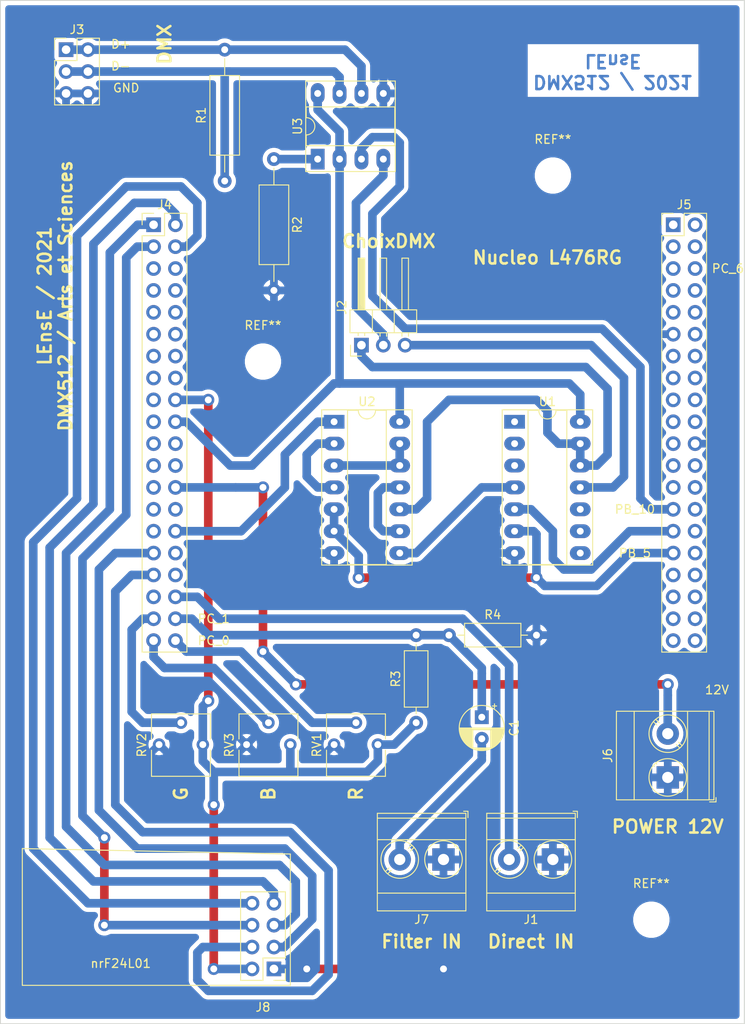
<source format=kicad_pcb>
(kicad_pcb (version 20171130) (host pcbnew "(5.0.1)-4")

  (general
    (thickness 1.6)
    (drawings 29)
    (tracks 241)
    (zones 0)
    (modules 22)
    (nets 91)
  )

  (page A4)
  (layers
    (0 F.Cu signal)
    (31 B.Cu signal)
    (32 B.Adhes user)
    (33 F.Adhes user)
    (34 B.Paste user)
    (35 F.Paste user)
    (36 B.SilkS user)
    (37 F.SilkS user)
    (38 B.Mask user)
    (39 F.Mask user)
    (40 Dwgs.User user)
    (41 Cmts.User user)
    (42 Eco1.User user)
    (43 Eco2.User user)
    (44 Edge.Cuts user)
    (45 Margin user)
    (46 B.CrtYd user)
    (47 F.CrtYd user)
    (48 B.Fab user)
    (49 F.Fab user)
  )

  (setup
    (last_trace_width 0.25)
    (user_trace_width 1)
    (trace_clearance 0.2)
    (zone_clearance 0.508)
    (zone_45_only no)
    (trace_min 0.2)
    (segment_width 0.2)
    (edge_width 0.05)
    (via_size 0.8)
    (via_drill 0.4)
    (via_min_size 0.4)
    (via_min_drill 0.3)
    (user_via 1.4 0.8)
    (uvia_size 0.3)
    (uvia_drill 0.1)
    (uvias_allowed no)
    (uvia_min_size 0.2)
    (uvia_min_drill 0.1)
    (pcb_text_width 0.3)
    (pcb_text_size 1.5 1.5)
    (mod_edge_width 0.12)
    (mod_text_size 1 1)
    (mod_text_width 0.15)
    (pad_size 1.524 1.524)
    (pad_drill 0.762)
    (pad_to_mask_clearance 0.05)
    (solder_mask_min_width 0.25)
    (aux_axis_origin 0 0)
    (grid_origin 187.325 166.37)
    (visible_elements 7FFFFFFF)
    (pcbplotparams
      (layerselection 0x010fc_ffffffff)
      (usegerberextensions false)
      (usegerberattributes true)
      (usegerberadvancedattributes true)
      (creategerberjobfile true)
      (excludeedgelayer true)
      (linewidth 0.100000)
      (plotframeref false)
      (viasonmask false)
      (mode 1)
      (useauxorigin false)
      (hpglpennumber 1)
      (hpglpenspeed 20)
      (hpglpendiameter 15.000000)
      (psnegative false)
      (psa4output false)
      (plotreference true)
      (plotvalue true)
      (plotinvisibletext false)
      (padsonsilk false)
      (subtractmaskfromsilk false)
      (outputformat 1)
      (mirror false)
      (drillshape 0)
      (scaleselection 1)
      (outputdirectory "carteDMX512v3_gerber"))
  )

  (net 0 "")
  (net 1 AnInB)
  (net 2 AnInG)
  (net 3 AnInR)
  (net 4 out_s)
  (net 5 start)
  (net 6 enable)
  (net 7 TX)
  (net 8 GND)
  (net 9 5V)
  (net 10 3.3V)
  (net 11 "Net-(J2-Pad3)")
  (net 12 DMX_TX)
  (net 13 "Net-(J2-Pad1)")
  (net 14 "Net-(J3-Pad3)")
  (net 15 "Net-(J3-Pad1)")
  (net 16 "Net-(R2-Pad1)")
  (net 17 notstart)
  (net 18 "Net-(U1-Pad4)")
  (net 19 "Net-(J4-Pad5)")
  (net 20 "Net-(J4-Pad6)")
  (net 21 "Net-(J4-Pad7)")
  (net 22 "Net-(J4-Pad8)")
  (net 23 "Net-(J4-Pad9)")
  (net 24 "Net-(J4-Pad10)")
  (net 25 "Net-(J4-Pad11)")
  (net 26 "Net-(J4-Pad12)")
  (net 27 "Net-(J4-Pad13)")
  (net 28 "Net-(J4-Pad14)")
  (net 29 "Net-(J4-Pad15)")
  (net 30 "Net-(J4-Pad16)")
  (net 31 "Net-(J4-Pad17)")
  (net 32 "Net-(J4-Pad19)")
  (net 33 "Net-(J4-Pad23)")
  (net 34 "Net-(J4-Pad25)")
  (net 35 "Net-(J4-Pad27)")
  (net 36 "Net-(J4-Pad28)")
  (net 37 "Net-(J4-Pad29)")
  (net 38 "Net-(J4-Pad32)")
  (net 39 "Net-(J4-Pad34)")
  (net 40 "Net-(J4-Pad35)")
  (net 41 "Net-(J5-Pad40)")
  (net 42 "Net-(J5-Pad39)")
  (net 43 "Net-(J5-Pad38)")
  (net 44 "Net-(J5-Pad37)")
  (net 45 "Net-(J5-Pad36)")
  (net 46 "Net-(J5-Pad35)")
  (net 47 "Net-(J5-Pad34)")
  (net 48 "Net-(J5-Pad33)")
  (net 49 "Net-(J5-Pad32)")
  (net 50 "Net-(J5-Pad30)")
  (net 51 "Net-(J5-Pad28)")
  (net 52 "Net-(J5-Pad26)")
  (net 53 "Net-(J5-Pad24)")
  (net 54 "Net-(J5-Pad23)")
  (net 55 "Net-(J5-Pad21)")
  (net 56 "Net-(J5-Pad20)")
  (net 57 "Net-(J5-Pad19)")
  (net 58 "Net-(J5-Pad18)")
  (net 59 "Net-(J5-Pad17)")
  (net 60 "Net-(J5-Pad16)")
  (net 61 "Net-(J5-Pad15)")
  (net 62 "Net-(J5-Pad14)")
  (net 63 "Net-(J5-Pad13)")
  (net 64 "Net-(J5-Pad12)")
  (net 65 "Net-(J5-Pad10)")
  (net 66 "Net-(J5-Pad9)")
  (net 67 "Net-(J5-Pad8)")
  (net 68 "Net-(J5-Pad7)")
  (net 69 "Net-(J5-Pad5)")
  (net 70 "Net-(J5-Pad4)")
  (net 71 "Net-(J5-Pad3)")
  (net 72 "Net-(J5-Pad2)")
  (net 73 "Net-(J5-Pad1)")
  (net 74 Vinput)
  (net 75 "Net-(J5-Pad25)")
  (net 76 "Net-(U2-Pad11)")
  (net 77 "Net-(U2-Pad12)")
  (net 78 PitchIn)
  (net 79 VolumeIn_Adapt)
  (net 80 VolumeIn)
  (net 81 IRQ_nrF)
  (net 82 CE_nrF)
  (net 83 MOSI_nrF)
  (net 84 MISO_nrF)
  (net 85 SCK_nrF)
  (net 86 CSN_nrF)
  (net 87 "Net-(J5-Pad6)")
  (net 88 "Net-(J4-Pad21)")
  (net 89 "Net-(J4-Pad22)")
  (net 90 "Net-(J4-Pad24)")

  (net_class Default "This is the default net class."
    (clearance 0.2)
    (trace_width 0.25)
    (via_dia 0.8)
    (via_drill 0.4)
    (uvia_dia 0.3)
    (uvia_drill 0.1)
    (add_net 3.3V)
    (add_net 5V)
    (add_net AnInB)
    (add_net AnInG)
    (add_net AnInR)
    (add_net CE_nrF)
    (add_net CSN_nrF)
    (add_net DMX_TX)
    (add_net GND)
    (add_net IRQ_nrF)
    (add_net MISO_nrF)
    (add_net MOSI_nrF)
    (add_net "Net-(J2-Pad1)")
    (add_net "Net-(J2-Pad3)")
    (add_net "Net-(J3-Pad1)")
    (add_net "Net-(J3-Pad3)")
    (add_net "Net-(J4-Pad10)")
    (add_net "Net-(J4-Pad11)")
    (add_net "Net-(J4-Pad12)")
    (add_net "Net-(J4-Pad13)")
    (add_net "Net-(J4-Pad14)")
    (add_net "Net-(J4-Pad15)")
    (add_net "Net-(J4-Pad16)")
    (add_net "Net-(J4-Pad17)")
    (add_net "Net-(J4-Pad19)")
    (add_net "Net-(J4-Pad21)")
    (add_net "Net-(J4-Pad22)")
    (add_net "Net-(J4-Pad23)")
    (add_net "Net-(J4-Pad24)")
    (add_net "Net-(J4-Pad25)")
    (add_net "Net-(J4-Pad27)")
    (add_net "Net-(J4-Pad28)")
    (add_net "Net-(J4-Pad29)")
    (add_net "Net-(J4-Pad32)")
    (add_net "Net-(J4-Pad34)")
    (add_net "Net-(J4-Pad35)")
    (add_net "Net-(J4-Pad5)")
    (add_net "Net-(J4-Pad6)")
    (add_net "Net-(J4-Pad7)")
    (add_net "Net-(J4-Pad8)")
    (add_net "Net-(J4-Pad9)")
    (add_net "Net-(J5-Pad1)")
    (add_net "Net-(J5-Pad10)")
    (add_net "Net-(J5-Pad12)")
    (add_net "Net-(J5-Pad13)")
    (add_net "Net-(J5-Pad14)")
    (add_net "Net-(J5-Pad15)")
    (add_net "Net-(J5-Pad16)")
    (add_net "Net-(J5-Pad17)")
    (add_net "Net-(J5-Pad18)")
    (add_net "Net-(J5-Pad19)")
    (add_net "Net-(J5-Pad2)")
    (add_net "Net-(J5-Pad20)")
    (add_net "Net-(J5-Pad21)")
    (add_net "Net-(J5-Pad23)")
    (add_net "Net-(J5-Pad24)")
    (add_net "Net-(J5-Pad25)")
    (add_net "Net-(J5-Pad26)")
    (add_net "Net-(J5-Pad28)")
    (add_net "Net-(J5-Pad3)")
    (add_net "Net-(J5-Pad30)")
    (add_net "Net-(J5-Pad32)")
    (add_net "Net-(J5-Pad33)")
    (add_net "Net-(J5-Pad34)")
    (add_net "Net-(J5-Pad35)")
    (add_net "Net-(J5-Pad36)")
    (add_net "Net-(J5-Pad37)")
    (add_net "Net-(J5-Pad38)")
    (add_net "Net-(J5-Pad39)")
    (add_net "Net-(J5-Pad4)")
    (add_net "Net-(J5-Pad40)")
    (add_net "Net-(J5-Pad5)")
    (add_net "Net-(J5-Pad6)")
    (add_net "Net-(J5-Pad7)")
    (add_net "Net-(J5-Pad8)")
    (add_net "Net-(J5-Pad9)")
    (add_net "Net-(R2-Pad1)")
    (add_net "Net-(U1-Pad4)")
    (add_net "Net-(U2-Pad11)")
    (add_net "Net-(U2-Pad12)")
    (add_net PitchIn)
    (add_net SCK_nrF)
    (add_net TX)
    (add_net Vinput)
    (add_net VolumeIn)
    (add_net VolumeIn_Adapt)
    (add_net enable)
    (add_net notstart)
    (add_net out_s)
    (add_net start)
  )

  (module Package_DIP:DIP-14_W7.62mm_Socket_LongPads (layer F.Cu) (tedit 5A02E8C5) (tstamp 603FD7DA)
    (at 247.015 96.52)
    (descr "14-lead though-hole mounted DIP package, row spacing 7.62 mm (300 mils), Socket, LongPads")
    (tags "THT DIP DIL PDIP 2.54mm 7.62mm 300mil Socket LongPads")
    (path /601A142D)
    (fp_text reference U1 (at 3.81 -2.33) (layer F.SilkS)
      (effects (font (size 1 1) (thickness 0.15)))
    )
    (fp_text value 4011 (at 3.81 17.57) (layer F.Fab)
      (effects (font (size 1 1) (thickness 0.15)))
    )
    (fp_line (start 9.15 -1.6) (end -1.55 -1.6) (layer F.CrtYd) (width 0.05))
    (fp_line (start 9.15 16.85) (end 9.15 -1.6) (layer F.CrtYd) (width 0.05))
    (fp_line (start -1.55 16.85) (end 9.15 16.85) (layer F.CrtYd) (width 0.05))
    (fp_line (start -1.55 -1.6) (end -1.55 16.85) (layer F.CrtYd) (width 0.05))
    (fp_line (start 9.06 -1.39) (end -1.44 -1.39) (layer F.SilkS) (width 0.12))
    (fp_line (start 9.06 16.63) (end 9.06 -1.39) (layer F.SilkS) (width 0.12))
    (fp_line (start -1.44 16.63) (end 9.06 16.63) (layer F.SilkS) (width 0.12))
    (fp_line (start -1.44 -1.39) (end -1.44 16.63) (layer F.SilkS) (width 0.12))
    (fp_line (start 6.06 -1.33) (end 4.81 -1.33) (layer F.SilkS) (width 0.12))
    (fp_line (start 6.06 16.57) (end 6.06 -1.33) (layer F.SilkS) (width 0.12))
    (fp_line (start 1.56 16.57) (end 6.06 16.57) (layer F.SilkS) (width 0.12))
    (fp_line (start 1.56 -1.33) (end 1.56 16.57) (layer F.SilkS) (width 0.12))
    (fp_line (start 2.81 -1.33) (end 1.56 -1.33) (layer F.SilkS) (width 0.12))
    (fp_line (start 8.89 -1.33) (end -1.27 -1.33) (layer F.Fab) (width 0.1))
    (fp_line (start 8.89 16.57) (end 8.89 -1.33) (layer F.Fab) (width 0.1))
    (fp_line (start -1.27 16.57) (end 8.89 16.57) (layer F.Fab) (width 0.1))
    (fp_line (start -1.27 -1.33) (end -1.27 16.57) (layer F.Fab) (width 0.1))
    (fp_line (start 0.635 -0.27) (end 1.635 -1.27) (layer F.Fab) (width 0.1))
    (fp_line (start 0.635 16.51) (end 0.635 -0.27) (layer F.Fab) (width 0.1))
    (fp_line (start 6.985 16.51) (end 0.635 16.51) (layer F.Fab) (width 0.1))
    (fp_line (start 6.985 -1.27) (end 6.985 16.51) (layer F.Fab) (width 0.1))
    (fp_line (start 1.635 -1.27) (end 6.985 -1.27) (layer F.Fab) (width 0.1))
    (fp_text user %R (at 3.81 7.62) (layer F.Fab)
      (effects (font (size 1 1) (thickness 0.15)))
    )
    (fp_arc (start 3.81 -1.33) (end 2.81 -1.33) (angle -180) (layer F.SilkS) (width 0.12))
    (pad 14 thru_hole oval (at 7.62 0) (size 2.4 1.6) (drill 0.8) (layers *.Cu *.Mask)
      (net 9 5V))
    (pad 7 thru_hole oval (at 0 15.24) (size 2.4 1.6) (drill 0.8) (layers *.Cu *.Mask)
      (net 8 GND))
    (pad 13 thru_hole oval (at 7.62 2.54) (size 2.4 1.6) (drill 0.8) (layers *.Cu *.Mask)
      (net 13 "Net-(J2-Pad1)"))
    (pad 6 thru_hole oval (at 0 12.7) (size 2.4 1.6) (drill 0.8) (layers *.Cu *.Mask)
      (net 5 start))
    (pad 12 thru_hole oval (at 7.62 5.08) (size 2.4 1.6) (drill 0.8) (layers *.Cu *.Mask)
      (net 13 "Net-(J2-Pad1)"))
    (pad 5 thru_hole oval (at 0 10.16) (size 2.4 1.6) (drill 0.8) (layers *.Cu *.Mask)
      (net 4 out_s))
    (pad 11 thru_hole oval (at 7.62 7.62) (size 2.4 1.6) (drill 0.8) (layers *.Cu *.Mask)
      (net 11 "Net-(J2-Pad3)"))
    (pad 4 thru_hole oval (at 0 7.62) (size 2.4 1.6) (drill 0.8) (layers *.Cu *.Mask)
      (net 18 "Net-(U1-Pad4)"))
    (pad 10 thru_hole oval (at 7.62 10.16) (size 2.4 1.6) (drill 0.8) (layers *.Cu *.Mask))
    (pad 3 thru_hole oval (at 0 5.08) (size 2.4 1.6) (drill 0.8) (layers *.Cu *.Mask))
    (pad 9 thru_hole oval (at 7.62 12.7) (size 2.4 1.6) (drill 0.8) (layers *.Cu *.Mask))
    (pad 2 thru_hole oval (at 0 2.54) (size 2.4 1.6) (drill 0.8) (layers *.Cu *.Mask))
    (pad 8 thru_hole oval (at 7.62 15.24) (size 2.4 1.6) (drill 0.8) (layers *.Cu *.Mask))
    (pad 1 thru_hole rect (at 0 0) (size 2.4 1.6) (drill 0.8) (layers *.Cu *.Mask))
    (model ${KISYS3DMOD}/Package_DIP.3dshapes/DIP-14_W7.62mm_Socket.wrl
      (at (xyz 0 0 0))
      (scale (xyz 1 1 1))
      (rotate (xyz 0 0 0))
    )
  )

  (module Connector_PinHeader_2.54mm:PinHeader_2x20_P2.54mm_Vertical (layer F.Cu) (tedit 59FED5CC) (tstamp 603FDA07)
    (at 205.105 73.66)
    (descr "Through hole straight pin header, 2x20, 2.54mm pitch, double rows")
    (tags "Through hole pin header THT 2x20 2.54mm double row")
    (path /60418270)
    (fp_text reference J4 (at 1.27 -2.33) (layer F.SilkS)
      (effects (font (size 1 1) (thickness 0.15)))
    )
    (fp_text value MORPHO_G (at 1.27 50.59) (layer F.Fab)
      (effects (font (size 1 1) (thickness 0.15)))
    )
    (fp_line (start 0 -1.27) (end 3.81 -1.27) (layer F.Fab) (width 0.1))
    (fp_line (start 3.81 -1.27) (end 3.81 49.53) (layer F.Fab) (width 0.1))
    (fp_line (start 3.81 49.53) (end -1.27 49.53) (layer F.Fab) (width 0.1))
    (fp_line (start -1.27 49.53) (end -1.27 0) (layer F.Fab) (width 0.1))
    (fp_line (start -1.27 0) (end 0 -1.27) (layer F.Fab) (width 0.1))
    (fp_line (start -1.33 49.59) (end 3.87 49.59) (layer F.SilkS) (width 0.12))
    (fp_line (start -1.33 1.27) (end -1.33 49.59) (layer F.SilkS) (width 0.12))
    (fp_line (start 3.87 -1.33) (end 3.87 49.59) (layer F.SilkS) (width 0.12))
    (fp_line (start -1.33 1.27) (end 1.27 1.27) (layer F.SilkS) (width 0.12))
    (fp_line (start 1.27 1.27) (end 1.27 -1.33) (layer F.SilkS) (width 0.12))
    (fp_line (start 1.27 -1.33) (end 3.87 -1.33) (layer F.SilkS) (width 0.12))
    (fp_line (start -1.33 0) (end -1.33 -1.33) (layer F.SilkS) (width 0.12))
    (fp_line (start -1.33 -1.33) (end 0 -1.33) (layer F.SilkS) (width 0.12))
    (fp_line (start -1.8 -1.8) (end -1.8 50.05) (layer F.CrtYd) (width 0.05))
    (fp_line (start -1.8 50.05) (end 4.35 50.05) (layer F.CrtYd) (width 0.05))
    (fp_line (start 4.35 50.05) (end 4.35 -1.8) (layer F.CrtYd) (width 0.05))
    (fp_line (start 4.35 -1.8) (end -1.8 -1.8) (layer F.CrtYd) (width 0.05))
    (fp_text user %R (at 1.27 24.13 90) (layer F.Fab)
      (effects (font (size 1 1) (thickness 0.15)))
    )
    (pad 1 thru_hole rect (at 0 0) (size 1.7 1.7) (drill 1) (layers *.Cu *.Mask)
      (net 85 SCK_nrF))
    (pad 2 thru_hole oval (at 2.54 0) (size 1.7 1.7) (drill 1) (layers *.Cu *.Mask)
      (net 84 MISO_nrF))
    (pad 3 thru_hole oval (at 0 2.54) (size 1.7 1.7) (drill 1) (layers *.Cu *.Mask)
      (net 83 MOSI_nrF))
    (pad 4 thru_hole oval (at 2.54 2.54) (size 1.7 1.7) (drill 1) (layers *.Cu *.Mask)
      (net 81 IRQ_nrF))
    (pad 5 thru_hole oval (at 0 5.08) (size 1.7 1.7) (drill 1) (layers *.Cu *.Mask)
      (net 19 "Net-(J4-Pad5)"))
    (pad 6 thru_hole oval (at 2.54 5.08) (size 1.7 1.7) (drill 1) (layers *.Cu *.Mask)
      (net 20 "Net-(J4-Pad6)"))
    (pad 7 thru_hole oval (at 0 7.62) (size 1.7 1.7) (drill 1) (layers *.Cu *.Mask)
      (net 21 "Net-(J4-Pad7)"))
    (pad 8 thru_hole oval (at 2.54 7.62) (size 1.7 1.7) (drill 1) (layers *.Cu *.Mask)
      (net 22 "Net-(J4-Pad8)"))
    (pad 9 thru_hole oval (at 0 10.16) (size 1.7 1.7) (drill 1) (layers *.Cu *.Mask)
      (net 23 "Net-(J4-Pad9)"))
    (pad 10 thru_hole oval (at 2.54 10.16) (size 1.7 1.7) (drill 1) (layers *.Cu *.Mask)
      (net 24 "Net-(J4-Pad10)"))
    (pad 11 thru_hole oval (at 0 12.7) (size 1.7 1.7) (drill 1) (layers *.Cu *.Mask)
      (net 25 "Net-(J4-Pad11)"))
    (pad 12 thru_hole oval (at 2.54 12.7) (size 1.7 1.7) (drill 1) (layers *.Cu *.Mask)
      (net 26 "Net-(J4-Pad12)"))
    (pad 13 thru_hole oval (at 0 15.24) (size 1.7 1.7) (drill 1) (layers *.Cu *.Mask)
      (net 27 "Net-(J4-Pad13)"))
    (pad 14 thru_hole oval (at 2.54 15.24) (size 1.7 1.7) (drill 1) (layers *.Cu *.Mask)
      (net 28 "Net-(J4-Pad14)"))
    (pad 15 thru_hole oval (at 0 17.78) (size 1.7 1.7) (drill 1) (layers *.Cu *.Mask)
      (net 29 "Net-(J4-Pad15)"))
    (pad 16 thru_hole oval (at 2.54 17.78) (size 1.7 1.7) (drill 1) (layers *.Cu *.Mask)
      (net 30 "Net-(J4-Pad16)"))
    (pad 17 thru_hole oval (at 0 20.32) (size 1.7 1.7) (drill 1) (layers *.Cu *.Mask)
      (net 31 "Net-(J4-Pad17)"))
    (pad 18 thru_hole oval (at 2.54 20.32) (size 1.7 1.7) (drill 1) (layers *.Cu *.Mask)
      (net 10 3.3V))
    (pad 19 thru_hole oval (at 0 22.86) (size 1.7 1.7) (drill 1) (layers *.Cu *.Mask)
      (net 32 "Net-(J4-Pad19)"))
    (pad 20 thru_hole oval (at 2.54 22.86) (size 1.7 1.7) (drill 1) (layers *.Cu *.Mask)
      (net 9 5V))
    (pad 21 thru_hole oval (at 0 25.4) (size 1.7 1.7) (drill 1) (layers *.Cu *.Mask)
      (net 88 "Net-(J4-Pad21)"))
    (pad 22 thru_hole oval (at 2.54 25.4) (size 1.7 1.7) (drill 1) (layers *.Cu *.Mask)
      (net 89 "Net-(J4-Pad22)"))
    (pad 23 thru_hole oval (at 0 27.94) (size 1.7 1.7) (drill 1) (layers *.Cu *.Mask)
      (net 33 "Net-(J4-Pad23)"))
    (pad 24 thru_hole oval (at 2.54 27.94) (size 1.7 1.7) (drill 1) (layers *.Cu *.Mask)
      (net 90 "Net-(J4-Pad24)"))
    (pad 25 thru_hole oval (at 0 30.48) (size 1.7 1.7) (drill 1) (layers *.Cu *.Mask)
      (net 34 "Net-(J4-Pad25)"))
    (pad 26 thru_hole oval (at 2.54 30.48) (size 1.7 1.7) (drill 1) (layers *.Cu *.Mask)
      (net 74 Vinput))
    (pad 27 thru_hole oval (at 0 33.02) (size 1.7 1.7) (drill 1) (layers *.Cu *.Mask)
      (net 35 "Net-(J4-Pad27)"))
    (pad 28 thru_hole oval (at 2.54 33.02) (size 1.7 1.7) (drill 1) (layers *.Cu *.Mask)
      (net 36 "Net-(J4-Pad28)"))
    (pad 29 thru_hole oval (at 0 35.56) (size 1.7 1.7) (drill 1) (layers *.Cu *.Mask)
      (net 37 "Net-(J4-Pad29)"))
    (pad 30 thru_hole oval (at 2.54 35.56) (size 1.7 1.7) (drill 1) (layers *.Cu *.Mask)
      (net 7 TX))
    (pad 31 thru_hole oval (at 0 38.1) (size 1.7 1.7) (drill 1) (layers *.Cu *.Mask)
      (net 82 CE_nrF))
    (pad 32 thru_hole oval (at 2.54 38.1) (size 1.7 1.7) (drill 1) (layers *.Cu *.Mask)
      (net 38 "Net-(J4-Pad32)"))
    (pad 33 thru_hole oval (at 0 40.64) (size 1.7 1.7) (drill 1) (layers *.Cu *.Mask)
      (net 86 CSN_nrF))
    (pad 34 thru_hole oval (at 2.54 40.64) (size 1.7 1.7) (drill 1) (layers *.Cu *.Mask)
      (net 39 "Net-(J4-Pad34)"))
    (pad 35 thru_hole oval (at 0 43.18) (size 1.7 1.7) (drill 1) (layers *.Cu *.Mask)
      (net 40 "Net-(J4-Pad35)"))
    (pad 36 thru_hole oval (at 2.54 43.18) (size 1.7 1.7) (drill 1) (layers *.Cu *.Mask)
      (net 78 PitchIn))
    (pad 37 thru_hole oval (at 0 45.72) (size 1.7 1.7) (drill 1) (layers *.Cu *.Mask)
      (net 2 AnInG))
    (pad 38 thru_hole oval (at 2.54 45.72) (size 1.7 1.7) (drill 1) (layers *.Cu *.Mask)
      (net 79 VolumeIn_Adapt))
    (pad 39 thru_hole oval (at 0 48.26) (size 1.7 1.7) (drill 1) (layers *.Cu *.Mask)
      (net 1 AnInB))
    (pad 40 thru_hole oval (at 2.54 48.26) (size 1.7 1.7) (drill 1) (layers *.Cu *.Mask)
      (net 3 AnInR))
    (model ${KISYS3DMOD}/Connector_PinHeader_2.54mm.3dshapes/PinHeader_2x20_P2.54mm_Vertical.wrl
      (at (xyz 0 0 0))
      (scale (xyz 1 1 1))
      (rotate (xyz 0 0 0))
    )
  )

  (module Connector_PinHeader_2.54mm:PinHeader_2x20_P2.54mm_Vertical (layer F.Cu) (tedit 59FED5CC) (tstamp 603FAFEE)
    (at 265.43 73.66)
    (descr "Through hole straight pin header, 2x20, 2.54mm pitch, double rows")
    (tags "Through hole pin header THT 2x20 2.54mm double row")
    (path /6041D09F)
    (fp_text reference J5 (at 1.27 -2.33) (layer F.SilkS)
      (effects (font (size 1 1) (thickness 0.15)))
    )
    (fp_text value MORPHO_D (at 1.27 50.59) (layer F.Fab)
      (effects (font (size 1 1) (thickness 0.15)))
    )
    (fp_line (start 4.35 -1.8) (end -1.8 -1.8) (layer F.CrtYd) (width 0.05))
    (fp_line (start 4.35 50.05) (end 4.35 -1.8) (layer F.CrtYd) (width 0.05))
    (fp_line (start -1.8 50.05) (end 4.35 50.05) (layer F.CrtYd) (width 0.05))
    (fp_line (start -1.8 -1.8) (end -1.8 50.05) (layer F.CrtYd) (width 0.05))
    (fp_line (start -1.33 -1.33) (end 0 -1.33) (layer F.SilkS) (width 0.12))
    (fp_line (start -1.33 0) (end -1.33 -1.33) (layer F.SilkS) (width 0.12))
    (fp_line (start 1.27 -1.33) (end 3.87 -1.33) (layer F.SilkS) (width 0.12))
    (fp_line (start 1.27 1.27) (end 1.27 -1.33) (layer F.SilkS) (width 0.12))
    (fp_line (start -1.33 1.27) (end 1.27 1.27) (layer F.SilkS) (width 0.12))
    (fp_line (start 3.87 -1.33) (end 3.87 49.59) (layer F.SilkS) (width 0.12))
    (fp_line (start -1.33 1.27) (end -1.33 49.59) (layer F.SilkS) (width 0.12))
    (fp_line (start -1.33 49.59) (end 3.87 49.59) (layer F.SilkS) (width 0.12))
    (fp_line (start -1.27 0) (end 0 -1.27) (layer F.Fab) (width 0.1))
    (fp_line (start -1.27 49.53) (end -1.27 0) (layer F.Fab) (width 0.1))
    (fp_line (start 3.81 49.53) (end -1.27 49.53) (layer F.Fab) (width 0.1))
    (fp_line (start 3.81 -1.27) (end 3.81 49.53) (layer F.Fab) (width 0.1))
    (fp_line (start 0 -1.27) (end 3.81 -1.27) (layer F.Fab) (width 0.1))
    (fp_text user %R (at 1.27 24.13 90) (layer F.Fab)
      (effects (font (size 1 1) (thickness 0.15)))
    )
    (pad 40 thru_hole oval (at 2.54 48.26) (size 1.7 1.7) (drill 1) (layers *.Cu *.Mask)
      (net 41 "Net-(J5-Pad40)"))
    (pad 39 thru_hole oval (at 0 48.26) (size 1.7 1.7) (drill 1) (layers *.Cu *.Mask)
      (net 42 "Net-(J5-Pad39)"))
    (pad 38 thru_hole oval (at 2.54 45.72) (size 1.7 1.7) (drill 1) (layers *.Cu *.Mask)
      (net 43 "Net-(J5-Pad38)"))
    (pad 37 thru_hole oval (at 0 45.72) (size 1.7 1.7) (drill 1) (layers *.Cu *.Mask)
      (net 44 "Net-(J5-Pad37)"))
    (pad 36 thru_hole oval (at 2.54 43.18) (size 1.7 1.7) (drill 1) (layers *.Cu *.Mask)
      (net 45 "Net-(J5-Pad36)"))
    (pad 35 thru_hole oval (at 0 43.18) (size 1.7 1.7) (drill 1) (layers *.Cu *.Mask)
      (net 46 "Net-(J5-Pad35)"))
    (pad 34 thru_hole oval (at 2.54 40.64) (size 1.7 1.7) (drill 1) (layers *.Cu *.Mask)
      (net 47 "Net-(J5-Pad34)"))
    (pad 33 thru_hole oval (at 0 40.64) (size 1.7 1.7) (drill 1) (layers *.Cu *.Mask)
      (net 48 "Net-(J5-Pad33)"))
    (pad 32 thru_hole oval (at 2.54 38.1) (size 1.7 1.7) (drill 1) (layers *.Cu *.Mask)
      (net 49 "Net-(J5-Pad32)"))
    (pad 31 thru_hole oval (at 0 38.1) (size 1.7 1.7) (drill 1) (layers *.Cu *.Mask)
      (net 5 start))
    (pad 30 thru_hole oval (at 2.54 35.56) (size 1.7 1.7) (drill 1) (layers *.Cu *.Mask)
      (net 50 "Net-(J5-Pad30)"))
    (pad 29 thru_hole oval (at 0 35.56) (size 1.7 1.7) (drill 1) (layers *.Cu *.Mask)
      (net 4 out_s))
    (pad 28 thru_hole oval (at 2.54 33.02) (size 1.7 1.7) (drill 1) (layers *.Cu *.Mask)
      (net 51 "Net-(J5-Pad28)"))
    (pad 27 thru_hole oval (at 0 33.02) (size 1.7 1.7) (drill 1) (layers *.Cu *.Mask)
      (net 6 enable))
    (pad 26 thru_hole oval (at 2.54 30.48) (size 1.7 1.7) (drill 1) (layers *.Cu *.Mask)
      (net 52 "Net-(J5-Pad26)"))
    (pad 25 thru_hole oval (at 0 30.48) (size 1.7 1.7) (drill 1) (layers *.Cu *.Mask)
      (net 75 "Net-(J5-Pad25)"))
    (pad 24 thru_hole oval (at 2.54 27.94) (size 1.7 1.7) (drill 1) (layers *.Cu *.Mask)
      (net 53 "Net-(J5-Pad24)"))
    (pad 23 thru_hole oval (at 0 27.94) (size 1.7 1.7) (drill 1) (layers *.Cu *.Mask)
      (net 54 "Net-(J5-Pad23)"))
    (pad 22 thru_hole oval (at 2.54 25.4) (size 1.7 1.7) (drill 1) (layers *.Cu *.Mask)
      (net 8 GND))
    (pad 21 thru_hole oval (at 0 25.4) (size 1.7 1.7) (drill 1) (layers *.Cu *.Mask)
      (net 55 "Net-(J5-Pad21)"))
    (pad 20 thru_hole oval (at 2.54 22.86) (size 1.7 1.7) (drill 1) (layers *.Cu *.Mask)
      (net 56 "Net-(J5-Pad20)"))
    (pad 19 thru_hole oval (at 0 22.86) (size 1.7 1.7) (drill 1) (layers *.Cu *.Mask)
      (net 57 "Net-(J5-Pad19)"))
    (pad 18 thru_hole oval (at 2.54 20.32) (size 1.7 1.7) (drill 1) (layers *.Cu *.Mask)
      (net 58 "Net-(J5-Pad18)"))
    (pad 17 thru_hole oval (at 0 20.32) (size 1.7 1.7) (drill 1) (layers *.Cu *.Mask)
      (net 59 "Net-(J5-Pad17)"))
    (pad 16 thru_hole oval (at 2.54 17.78) (size 1.7 1.7) (drill 1) (layers *.Cu *.Mask)
      (net 60 "Net-(J5-Pad16)"))
    (pad 15 thru_hole oval (at 0 17.78) (size 1.7 1.7) (drill 1) (layers *.Cu *.Mask)
      (net 61 "Net-(J5-Pad15)"))
    (pad 14 thru_hole oval (at 2.54 15.24) (size 1.7 1.7) (drill 1) (layers *.Cu *.Mask)
      (net 62 "Net-(J5-Pad14)"))
    (pad 13 thru_hole oval (at 0 15.24) (size 1.7 1.7) (drill 1) (layers *.Cu *.Mask)
      (net 63 "Net-(J5-Pad13)"))
    (pad 12 thru_hole oval (at 2.54 12.7) (size 1.7 1.7) (drill 1) (layers *.Cu *.Mask)
      (net 64 "Net-(J5-Pad12)"))
    (pad 11 thru_hole oval (at 0 12.7) (size 1.7 1.7) (drill 1) (layers *.Cu *.Mask)
      (net 8 GND))
    (pad 10 thru_hole oval (at 2.54 10.16) (size 1.7 1.7) (drill 1) (layers *.Cu *.Mask)
      (net 65 "Net-(J5-Pad10)"))
    (pad 9 thru_hole oval (at 0 10.16) (size 1.7 1.7) (drill 1) (layers *.Cu *.Mask)
      (net 66 "Net-(J5-Pad9)"))
    (pad 8 thru_hole oval (at 2.54 7.62) (size 1.7 1.7) (drill 1) (layers *.Cu *.Mask)
      (net 67 "Net-(J5-Pad8)"))
    (pad 7 thru_hole oval (at 0 7.62) (size 1.7 1.7) (drill 1) (layers *.Cu *.Mask)
      (net 68 "Net-(J5-Pad7)"))
    (pad 6 thru_hole oval (at 2.54 5.08) (size 1.7 1.7) (drill 1) (layers *.Cu *.Mask)
      (net 87 "Net-(J5-Pad6)"))
    (pad 5 thru_hole oval (at 0 5.08) (size 1.7 1.7) (drill 1) (layers *.Cu *.Mask)
      (net 69 "Net-(J5-Pad5)"))
    (pad 4 thru_hole oval (at 2.54 2.54) (size 1.7 1.7) (drill 1) (layers *.Cu *.Mask)
      (net 70 "Net-(J5-Pad4)"))
    (pad 3 thru_hole oval (at 0 2.54) (size 1.7 1.7) (drill 1) (layers *.Cu *.Mask)
      (net 71 "Net-(J5-Pad3)"))
    (pad 2 thru_hole oval (at 2.54 0) (size 1.7 1.7) (drill 1) (layers *.Cu *.Mask)
      (net 72 "Net-(J5-Pad2)"))
    (pad 1 thru_hole rect (at 0 0) (size 1.7 1.7) (drill 1) (layers *.Cu *.Mask)
      (net 73 "Net-(J5-Pad1)"))
    (model ${KISYS3DMOD}/Connector_PinHeader_2.54mm.3dshapes/PinHeader_2x20_P2.54mm_Vertical.wrl
      (at (xyz 0 0 0))
      (scale (xyz 1 1 1))
      (rotate (xyz 0 0 0))
    )
  )

  (module Connector_PinHeader_2.54mm:PinHeader_2x03_P2.54mm_Vertical (layer F.Cu) (tedit 59FED5CC) (tstamp 603FB67F)
    (at 194.945 53.34)
    (descr "Through hole straight pin header, 2x03, 2.54mm pitch, double rows")
    (tags "Through hole pin header THT 2x03 2.54mm double row")
    (path /60199F28)
    (fp_text reference J3 (at 1.27 -2.33) (layer F.SilkS)
      (effects (font (size 1 1) (thickness 0.15)))
    )
    (fp_text value To_Dmx (at 1.27 7.41) (layer F.Fab)
      (effects (font (size 1 1) (thickness 0.15)))
    )
    (fp_line (start 0 -1.27) (end 3.81 -1.27) (layer F.Fab) (width 0.1))
    (fp_line (start 3.81 -1.27) (end 3.81 6.35) (layer F.Fab) (width 0.1))
    (fp_line (start 3.81 6.35) (end -1.27 6.35) (layer F.Fab) (width 0.1))
    (fp_line (start -1.27 6.35) (end -1.27 0) (layer F.Fab) (width 0.1))
    (fp_line (start -1.27 0) (end 0 -1.27) (layer F.Fab) (width 0.1))
    (fp_line (start -1.33 6.41) (end 3.87 6.41) (layer F.SilkS) (width 0.12))
    (fp_line (start -1.33 1.27) (end -1.33 6.41) (layer F.SilkS) (width 0.12))
    (fp_line (start 3.87 -1.33) (end 3.87 6.41) (layer F.SilkS) (width 0.12))
    (fp_line (start -1.33 1.27) (end 1.27 1.27) (layer F.SilkS) (width 0.12))
    (fp_line (start 1.27 1.27) (end 1.27 -1.33) (layer F.SilkS) (width 0.12))
    (fp_line (start 1.27 -1.33) (end 3.87 -1.33) (layer F.SilkS) (width 0.12))
    (fp_line (start -1.33 0) (end -1.33 -1.33) (layer F.SilkS) (width 0.12))
    (fp_line (start -1.33 -1.33) (end 0 -1.33) (layer F.SilkS) (width 0.12))
    (fp_line (start -1.8 -1.8) (end -1.8 6.85) (layer F.CrtYd) (width 0.05))
    (fp_line (start -1.8 6.85) (end 4.35 6.85) (layer F.CrtYd) (width 0.05))
    (fp_line (start 4.35 6.85) (end 4.35 -1.8) (layer F.CrtYd) (width 0.05))
    (fp_line (start 4.35 -1.8) (end -1.8 -1.8) (layer F.CrtYd) (width 0.05))
    (fp_text user %R (at 1.27 2.54 90) (layer F.Fab)
      (effects (font (size 1 1) (thickness 0.15)))
    )
    (pad 1 thru_hole rect (at 0 0) (size 1.7 1.7) (drill 1) (layers *.Cu *.Mask)
      (net 15 "Net-(J3-Pad1)"))
    (pad 2 thru_hole oval (at 2.54 0) (size 1.7 1.7) (drill 1) (layers *.Cu *.Mask)
      (net 15 "Net-(J3-Pad1)"))
    (pad 3 thru_hole oval (at 0 2.54) (size 1.7 1.7) (drill 1) (layers *.Cu *.Mask)
      (net 14 "Net-(J3-Pad3)"))
    (pad 4 thru_hole oval (at 2.54 2.54) (size 1.7 1.7) (drill 1) (layers *.Cu *.Mask)
      (net 14 "Net-(J3-Pad3)"))
    (pad 5 thru_hole oval (at 0 5.08) (size 1.7 1.7) (drill 1) (layers *.Cu *.Mask)
      (net 8 GND))
    (pad 6 thru_hole oval (at 2.54 5.08) (size 1.7 1.7) (drill 1) (layers *.Cu *.Mask)
      (net 8 GND))
    (model ${KISYS3DMOD}/Connector_PinHeader_2.54mm.3dshapes/PinHeader_2x03_P2.54mm_Vertical.wrl
      (at (xyz 0 0 0))
      (scale (xyz 1 1 1))
      (rotate (xyz 0 0 0))
    )
  )

  (module Resistor_THT:R_Axial_DIN0309_L9.0mm_D3.2mm_P15.24mm_Horizontal (layer F.Cu) (tedit 5AE5139B) (tstamp 603FB696)
    (at 213.36 68.58 90)
    (descr "Resistor, Axial_DIN0309 series, Axial, Horizontal, pin pitch=15.24mm, 0.5W = 1/2W, length*diameter=9*3.2mm^2, http://cdn-reichelt.de/documents/datenblatt/B400/1_4W%23YAG.pdf")
    (tags "Resistor Axial_DIN0309 series Axial Horizontal pin pitch 15.24mm 0.5W = 1/2W length 9mm diameter 3.2mm")
    (path /6019E031)
    (fp_text reference R1 (at 7.62 -2.72 90) (layer F.SilkS)
      (effects (font (size 1 1) (thickness 0.15)))
    )
    (fp_text value 120 (at 7.62 2.72 90) (layer F.Fab)
      (effects (font (size 1 1) (thickness 0.15)))
    )
    (fp_line (start 16.29 -1.85) (end -1.05 -1.85) (layer F.CrtYd) (width 0.05))
    (fp_line (start 16.29 1.85) (end 16.29 -1.85) (layer F.CrtYd) (width 0.05))
    (fp_line (start -1.05 1.85) (end 16.29 1.85) (layer F.CrtYd) (width 0.05))
    (fp_line (start -1.05 -1.85) (end -1.05 1.85) (layer F.CrtYd) (width 0.05))
    (fp_line (start 14.2 0) (end 12.24 0) (layer F.SilkS) (width 0.12))
    (fp_line (start 1.04 0) (end 3 0) (layer F.SilkS) (width 0.12))
    (fp_line (start 12.24 -1.72) (end 3 -1.72) (layer F.SilkS) (width 0.12))
    (fp_line (start 12.24 1.72) (end 12.24 -1.72) (layer F.SilkS) (width 0.12))
    (fp_line (start 3 1.72) (end 12.24 1.72) (layer F.SilkS) (width 0.12))
    (fp_line (start 3 -1.72) (end 3 1.72) (layer F.SilkS) (width 0.12))
    (fp_line (start 15.24 0) (end 12.12 0) (layer F.Fab) (width 0.1))
    (fp_line (start 0 0) (end 3.12 0) (layer F.Fab) (width 0.1))
    (fp_line (start 12.12 -1.6) (end 3.12 -1.6) (layer F.Fab) (width 0.1))
    (fp_line (start 12.12 1.6) (end 12.12 -1.6) (layer F.Fab) (width 0.1))
    (fp_line (start 3.12 1.6) (end 12.12 1.6) (layer F.Fab) (width 0.1))
    (fp_line (start 3.12 -1.6) (end 3.12 1.6) (layer F.Fab) (width 0.1))
    (fp_text user %R (at 7.62 0 90) (layer F.Fab)
      (effects (font (size 1 1) (thickness 0.15)))
    )
    (pad 2 thru_hole oval (at 15.24 0 90) (size 1.6 1.6) (drill 0.8) (layers *.Cu *.Mask)
      (net 15 "Net-(J3-Pad1)"))
    (pad 1 thru_hole circle (at 0 0 90) (size 1.6 1.6) (drill 0.8) (layers *.Cu *.Mask)
      (net 14 "Net-(J3-Pad3)"))
    (model ${KISYS3DMOD}/Resistor_THT.3dshapes/R_Axial_DIN0309_L9.0mm_D3.2mm_P15.24mm_Horizontal.wrl
      (at (xyz 0 0 0))
      (scale (xyz 1 1 1))
      (rotate (xyz 0 0 0))
    )
  )

  (module Resistor_THT:R_Axial_DIN0309_L9.0mm_D3.2mm_P15.24mm_Horizontal (layer F.Cu) (tedit 5AE5139B) (tstamp 603FB6AD)
    (at 219.075 66.04 270)
    (descr "Resistor, Axial_DIN0309 series, Axial, Horizontal, pin pitch=15.24mm, 0.5W = 1/2W, length*diameter=9*3.2mm^2, http://cdn-reichelt.de/documents/datenblatt/B400/1_4W%23YAG.pdf")
    (tags "Resistor Axial_DIN0309 series Axial Horizontal pin pitch 15.24mm 0.5W = 1/2W length 9mm diameter 3.2mm")
    (path /601C92C8)
    (fp_text reference R2 (at 7.62 -2.72 90) (layer F.SilkS)
      (effects (font (size 1 1) (thickness 0.15)))
    )
    (fp_text value 120 (at 7.62 2.72 90) (layer F.Fab)
      (effects (font (size 1 1) (thickness 0.15)))
    )
    (fp_line (start 3.12 -1.6) (end 3.12 1.6) (layer F.Fab) (width 0.1))
    (fp_line (start 3.12 1.6) (end 12.12 1.6) (layer F.Fab) (width 0.1))
    (fp_line (start 12.12 1.6) (end 12.12 -1.6) (layer F.Fab) (width 0.1))
    (fp_line (start 12.12 -1.6) (end 3.12 -1.6) (layer F.Fab) (width 0.1))
    (fp_line (start 0 0) (end 3.12 0) (layer F.Fab) (width 0.1))
    (fp_line (start 15.24 0) (end 12.12 0) (layer F.Fab) (width 0.1))
    (fp_line (start 3 -1.72) (end 3 1.72) (layer F.SilkS) (width 0.12))
    (fp_line (start 3 1.72) (end 12.24 1.72) (layer F.SilkS) (width 0.12))
    (fp_line (start 12.24 1.72) (end 12.24 -1.72) (layer F.SilkS) (width 0.12))
    (fp_line (start 12.24 -1.72) (end 3 -1.72) (layer F.SilkS) (width 0.12))
    (fp_line (start 1.04 0) (end 3 0) (layer F.SilkS) (width 0.12))
    (fp_line (start 14.2 0) (end 12.24 0) (layer F.SilkS) (width 0.12))
    (fp_line (start -1.05 -1.85) (end -1.05 1.85) (layer F.CrtYd) (width 0.05))
    (fp_line (start -1.05 1.85) (end 16.29 1.85) (layer F.CrtYd) (width 0.05))
    (fp_line (start 16.29 1.85) (end 16.29 -1.85) (layer F.CrtYd) (width 0.05))
    (fp_line (start 16.29 -1.85) (end -1.05 -1.85) (layer F.CrtYd) (width 0.05))
    (fp_text user %R (at 7.62 0 90) (layer F.Fab)
      (effects (font (size 1 1) (thickness 0.15)))
    )
    (pad 1 thru_hole circle (at 0 0 270) (size 1.6 1.6) (drill 0.8) (layers *.Cu *.Mask)
      (net 16 "Net-(R2-Pad1)"))
    (pad 2 thru_hole oval (at 15.24 0 270) (size 1.6 1.6) (drill 0.8) (layers *.Cu *.Mask)
      (net 8 GND))
    (model ${KISYS3DMOD}/Resistor_THT.3dshapes/R_Axial_DIN0309_L9.0mm_D3.2mm_P15.24mm_Horizontal.wrl
      (at (xyz 0 0 0))
      (scale (xyz 1 1 1))
      (rotate (xyz 0 0 0))
    )
  )

  (module Potentiometer_THT:Potentiometer_Vishay_T73YP_Vertical locked (layer F.Cu) (tedit 5A3D4993) (tstamp 603FB6D0)
    (at 231.14 133.985 90)
    (descr "Potentiometer, vertical, Vishay T73YP, http://www.vishay.com/docs/51016/t73.pdf")
    (tags "Potentiometer vertical Vishay T73YP")
    (path /6018EFA6)
    (fp_text reference RV1 (at -0.06 -7.09 90) (layer F.SilkS)
      (effects (font (size 1 1) (thickness 0.15)))
    )
    (fp_text value PotR (at -0.06 2.01 90) (layer F.Fab)
      (effects (font (size 1 1) (thickness 0.15)))
    )
    (fp_line (start 3.7 -6.1) (end -3.85 -6.1) (layer F.CrtYd) (width 0.05))
    (fp_line (start 3.7 1.05) (end 3.7 -6.1) (layer F.CrtYd) (width 0.05))
    (fp_line (start -3.85 1.05) (end 3.7 1.05) (layer F.CrtYd) (width 0.05))
    (fp_line (start -3.85 -6.1) (end -3.85 1.05) (layer F.CrtYd) (width 0.05))
    (fp_line (start 3.56 -5.96) (end 3.56 0.88) (layer F.SilkS) (width 0.12))
    (fp_line (start -3.68 -5.96) (end -3.68 0.88) (layer F.SilkS) (width 0.12))
    (fp_line (start 0.65 0.88) (end 3.56 0.88) (layer F.SilkS) (width 0.12))
    (fp_line (start -3.68 0.88) (end -0.65 0.88) (layer F.SilkS) (width 0.12))
    (fp_line (start 0.65 -5.96) (end 3.56 -5.96) (layer F.SilkS) (width 0.12))
    (fp_line (start -3.68 -5.96) (end -0.65 -5.96) (layer F.SilkS) (width 0.12))
    (fp_line (start -0.961 -2.464) (end -0.961 -2.616) (layer F.Fab) (width 0.1))
    (fp_line (start 0.164 -2.464) (end -0.961 -2.464) (layer F.Fab) (width 0.1))
    (fp_line (start 0.164 -1.339) (end 0.164 -2.464) (layer F.Fab) (width 0.1))
    (fp_line (start 0.316 -1.339) (end 0.164 -1.339) (layer F.Fab) (width 0.1))
    (fp_line (start 0.316 -2.464) (end 0.316 -1.339) (layer F.Fab) (width 0.1))
    (fp_line (start 1.441 -2.464) (end 0.316 -2.464) (layer F.Fab) (width 0.1))
    (fp_line (start 1.441 -2.616) (end 1.441 -2.464) (layer F.Fab) (width 0.1))
    (fp_line (start 0.316 -2.616) (end 1.441 -2.616) (layer F.Fab) (width 0.1))
    (fp_line (start 0.316 -3.741) (end 0.316 -2.616) (layer F.Fab) (width 0.1))
    (fp_line (start 0.164 -3.741) (end 0.316 -3.741) (layer F.Fab) (width 0.1))
    (fp_line (start 0.164 -2.616) (end 0.164 -3.741) (layer F.Fab) (width 0.1))
    (fp_line (start -0.961 -2.616) (end 0.164 -2.616) (layer F.Fab) (width 0.1))
    (fp_line (start 3.44 -5.84) (end -3.56 -5.84) (layer F.Fab) (width 0.1))
    (fp_line (start 3.44 0.76) (end 3.44 -5.84) (layer F.Fab) (width 0.1))
    (fp_line (start -3.56 0.76) (end 3.44 0.76) (layer F.Fab) (width 0.1))
    (fp_line (start -3.56 -5.84) (end -3.56 0.76) (layer F.Fab) (width 0.1))
    (fp_circle (center 0.24 -2.54) (end 1.74 -2.54) (layer F.Fab) (width 0.1))
    (fp_text user %R (at -2.56 -2.54 180) (layer F.Fab)
      (effects (font (size 1 1) (thickness 0.15)))
    )
    (pad 1 thru_hole circle (at 0 0 90) (size 1.44 1.44) (drill 0.8) (layers *.Cu *.Mask)
      (net 10 3.3V))
    (pad 2 thru_hole circle (at 2.54 -2.54 90) (size 1.44 1.44) (drill 0.8) (layers *.Cu *.Mask)
      (net 3 AnInR))
    (pad 3 thru_hole circle (at 0 -5.08 90) (size 1.44 1.44) (drill 0.8) (layers *.Cu *.Mask)
      (net 8 GND))
    (model ${KISYS3DMOD}/Potentiometer_THT.3dshapes/Potentiometer_Vishay_T73YP_Vertical.wrl
      (at (xyz 0 0 0))
      (scale (xyz 1 1 1))
      (rotate (xyz 0 0 0))
    )
  )

  (module Potentiometer_THT:Potentiometer_Vishay_T73YP_Vertical (layer F.Cu) (tedit 5A3D4993) (tstamp 603FB6F3)
    (at 210.82 133.985 90)
    (descr "Potentiometer, vertical, Vishay T73YP, http://www.vishay.com/docs/51016/t73.pdf")
    (tags "Potentiometer vertical Vishay T73YP")
    (path /6018F437)
    (fp_text reference RV2 (at -0.06 -7.09 90) (layer F.SilkS)
      (effects (font (size 1 1) (thickness 0.15)))
    )
    (fp_text value PotG (at -0.06 2.01 90) (layer F.Fab)
      (effects (font (size 1 1) (thickness 0.15)))
    )
    (fp_circle (center 0.24 -2.54) (end 1.74 -2.54) (layer F.Fab) (width 0.1))
    (fp_line (start -3.56 -5.84) (end -3.56 0.76) (layer F.Fab) (width 0.1))
    (fp_line (start -3.56 0.76) (end 3.44 0.76) (layer F.Fab) (width 0.1))
    (fp_line (start 3.44 0.76) (end 3.44 -5.84) (layer F.Fab) (width 0.1))
    (fp_line (start 3.44 -5.84) (end -3.56 -5.84) (layer F.Fab) (width 0.1))
    (fp_line (start -0.961 -2.616) (end 0.164 -2.616) (layer F.Fab) (width 0.1))
    (fp_line (start 0.164 -2.616) (end 0.164 -3.741) (layer F.Fab) (width 0.1))
    (fp_line (start 0.164 -3.741) (end 0.316 -3.741) (layer F.Fab) (width 0.1))
    (fp_line (start 0.316 -3.741) (end 0.316 -2.616) (layer F.Fab) (width 0.1))
    (fp_line (start 0.316 -2.616) (end 1.441 -2.616) (layer F.Fab) (width 0.1))
    (fp_line (start 1.441 -2.616) (end 1.441 -2.464) (layer F.Fab) (width 0.1))
    (fp_line (start 1.441 -2.464) (end 0.316 -2.464) (layer F.Fab) (width 0.1))
    (fp_line (start 0.316 -2.464) (end 0.316 -1.339) (layer F.Fab) (width 0.1))
    (fp_line (start 0.316 -1.339) (end 0.164 -1.339) (layer F.Fab) (width 0.1))
    (fp_line (start 0.164 -1.339) (end 0.164 -2.464) (layer F.Fab) (width 0.1))
    (fp_line (start 0.164 -2.464) (end -0.961 -2.464) (layer F.Fab) (width 0.1))
    (fp_line (start -0.961 -2.464) (end -0.961 -2.616) (layer F.Fab) (width 0.1))
    (fp_line (start -3.68 -5.96) (end -0.65 -5.96) (layer F.SilkS) (width 0.12))
    (fp_line (start 0.65 -5.96) (end 3.56 -5.96) (layer F.SilkS) (width 0.12))
    (fp_line (start -3.68 0.88) (end -0.65 0.88) (layer F.SilkS) (width 0.12))
    (fp_line (start 0.65 0.88) (end 3.56 0.88) (layer F.SilkS) (width 0.12))
    (fp_line (start -3.68 -5.96) (end -3.68 0.88) (layer F.SilkS) (width 0.12))
    (fp_line (start 3.56 -5.96) (end 3.56 0.88) (layer F.SilkS) (width 0.12))
    (fp_line (start -3.85 -6.1) (end -3.85 1.05) (layer F.CrtYd) (width 0.05))
    (fp_line (start -3.85 1.05) (end 3.7 1.05) (layer F.CrtYd) (width 0.05))
    (fp_line (start 3.7 1.05) (end 3.7 -6.1) (layer F.CrtYd) (width 0.05))
    (fp_line (start 3.7 -6.1) (end -3.85 -6.1) (layer F.CrtYd) (width 0.05))
    (fp_text user %R (at -2.56 -2.54 180) (layer F.Fab)
      (effects (font (size 1 1) (thickness 0.15)))
    )
    (pad 3 thru_hole circle (at 0 -5.08 90) (size 1.44 1.44) (drill 0.8) (layers *.Cu *.Mask)
      (net 8 GND))
    (pad 2 thru_hole circle (at 2.54 -2.54 90) (size 1.44 1.44) (drill 0.8) (layers *.Cu *.Mask)
      (net 2 AnInG))
    (pad 1 thru_hole circle (at 0 0 90) (size 1.44 1.44) (drill 0.8) (layers *.Cu *.Mask)
      (net 10 3.3V))
    (model ${KISYS3DMOD}/Potentiometer_THT.3dshapes/Potentiometer_Vishay_T73YP_Vertical.wrl
      (at (xyz 0 0 0))
      (scale (xyz 1 1 1))
      (rotate (xyz 0 0 0))
    )
  )

  (module Potentiometer_THT:Potentiometer_Vishay_T73YP_Vertical (layer F.Cu) (tedit 5A3D4993) (tstamp 603FB716)
    (at 220.98 133.985 90)
    (descr "Potentiometer, vertical, Vishay T73YP, http://www.vishay.com/docs/51016/t73.pdf")
    (tags "Potentiometer vertical Vishay T73YP")
    (path /6018DF95)
    (fp_text reference RV3 (at -0.06 -7.09 90) (layer F.SilkS)
      (effects (font (size 1 1) (thickness 0.15)))
    )
    (fp_text value PotB (at -0.06 2.01 90) (layer F.Fab)
      (effects (font (size 1 1) (thickness 0.15)))
    )
    (fp_circle (center 0.24 -2.54) (end 1.74 -2.54) (layer F.Fab) (width 0.1))
    (fp_line (start -3.56 -5.84) (end -3.56 0.76) (layer F.Fab) (width 0.1))
    (fp_line (start -3.56 0.76) (end 3.44 0.76) (layer F.Fab) (width 0.1))
    (fp_line (start 3.44 0.76) (end 3.44 -5.84) (layer F.Fab) (width 0.1))
    (fp_line (start 3.44 -5.84) (end -3.56 -5.84) (layer F.Fab) (width 0.1))
    (fp_line (start -0.961 -2.616) (end 0.164 -2.616) (layer F.Fab) (width 0.1))
    (fp_line (start 0.164 -2.616) (end 0.164 -3.741) (layer F.Fab) (width 0.1))
    (fp_line (start 0.164 -3.741) (end 0.316 -3.741) (layer F.Fab) (width 0.1))
    (fp_line (start 0.316 -3.741) (end 0.316 -2.616) (layer F.Fab) (width 0.1))
    (fp_line (start 0.316 -2.616) (end 1.441 -2.616) (layer F.Fab) (width 0.1))
    (fp_line (start 1.441 -2.616) (end 1.441 -2.464) (layer F.Fab) (width 0.1))
    (fp_line (start 1.441 -2.464) (end 0.316 -2.464) (layer F.Fab) (width 0.1))
    (fp_line (start 0.316 -2.464) (end 0.316 -1.339) (layer F.Fab) (width 0.1))
    (fp_line (start 0.316 -1.339) (end 0.164 -1.339) (layer F.Fab) (width 0.1))
    (fp_line (start 0.164 -1.339) (end 0.164 -2.464) (layer F.Fab) (width 0.1))
    (fp_line (start 0.164 -2.464) (end -0.961 -2.464) (layer F.Fab) (width 0.1))
    (fp_line (start -0.961 -2.464) (end -0.961 -2.616) (layer F.Fab) (width 0.1))
    (fp_line (start -3.68 -5.96) (end -0.65 -5.96) (layer F.SilkS) (width 0.12))
    (fp_line (start 0.65 -5.96) (end 3.56 -5.96) (layer F.SilkS) (width 0.12))
    (fp_line (start -3.68 0.88) (end -0.65 0.88) (layer F.SilkS) (width 0.12))
    (fp_line (start 0.65 0.88) (end 3.56 0.88) (layer F.SilkS) (width 0.12))
    (fp_line (start -3.68 -5.96) (end -3.68 0.88) (layer F.SilkS) (width 0.12))
    (fp_line (start 3.56 -5.96) (end 3.56 0.88) (layer F.SilkS) (width 0.12))
    (fp_line (start -3.85 -6.1) (end -3.85 1.05) (layer F.CrtYd) (width 0.05))
    (fp_line (start -3.85 1.05) (end 3.7 1.05) (layer F.CrtYd) (width 0.05))
    (fp_line (start 3.7 1.05) (end 3.7 -6.1) (layer F.CrtYd) (width 0.05))
    (fp_line (start 3.7 -6.1) (end -3.85 -6.1) (layer F.CrtYd) (width 0.05))
    (fp_text user %R (at -2.56 -2.54 180) (layer F.Fab)
      (effects (font (size 1 1) (thickness 0.15)))
    )
    (pad 3 thru_hole circle (at 0 -5.08 90) (size 1.44 1.44) (drill 0.8) (layers *.Cu *.Mask)
      (net 8 GND))
    (pad 2 thru_hole circle (at 2.54 -2.54 90) (size 1.44 1.44) (drill 0.8) (layers *.Cu *.Mask)
      (net 1 AnInB))
    (pad 1 thru_hole circle (at 0 0 90) (size 1.44 1.44) (drill 0.8) (layers *.Cu *.Mask)
      (net 10 3.3V))
    (model ${KISYS3DMOD}/Potentiometer_THT.3dshapes/Potentiometer_Vishay_T73YP_Vertical.wrl
      (at (xyz 0 0 0))
      (scale (xyz 1 1 1))
      (rotate (xyz 0 0 0))
    )
  )

  (module Package_DIP:DIP-8_W7.62mm_Socket_LongPads (layer F.Cu) (tedit 5A02E8C5) (tstamp 603FBED7)
    (at 224.155 66.04 90)
    (descr "8-lead though-hole mounted DIP package, row spacing 7.62 mm (300 mils), Socket, LongPads")
    (tags "THT DIP DIL PDIP 2.54mm 7.62mm 300mil Socket LongPads")
    (path /6018535A)
    (fp_text reference U3 (at 3.81 -2.33 90) (layer F.SilkS)
      (effects (font (size 1 1) (thickness 0.15)))
    )
    (fp_text value MAX485 (at 3.81 9.95 90) (layer F.Fab)
      (effects (font (size 1 1) (thickness 0.15)))
    )
    (fp_line (start 1.635 -1.27) (end 6.985 -1.27) (layer F.Fab) (width 0.1))
    (fp_line (start 6.985 -1.27) (end 6.985 8.89) (layer F.Fab) (width 0.1))
    (fp_line (start 6.985 8.89) (end 0.635 8.89) (layer F.Fab) (width 0.1))
    (fp_line (start 0.635 8.89) (end 0.635 -0.27) (layer F.Fab) (width 0.1))
    (fp_line (start 0.635 -0.27) (end 1.635 -1.27) (layer F.Fab) (width 0.1))
    (fp_line (start -1.27 -1.33) (end -1.27 8.95) (layer F.Fab) (width 0.1))
    (fp_line (start -1.27 8.95) (end 8.89 8.95) (layer F.Fab) (width 0.1))
    (fp_line (start 8.89 8.95) (end 8.89 -1.33) (layer F.Fab) (width 0.1))
    (fp_line (start 8.89 -1.33) (end -1.27 -1.33) (layer F.Fab) (width 0.1))
    (fp_line (start 2.81 -1.33) (end 1.56 -1.33) (layer F.SilkS) (width 0.12))
    (fp_line (start 1.56 -1.33) (end 1.56 8.95) (layer F.SilkS) (width 0.12))
    (fp_line (start 1.56 8.95) (end 6.06 8.95) (layer F.SilkS) (width 0.12))
    (fp_line (start 6.06 8.95) (end 6.06 -1.33) (layer F.SilkS) (width 0.12))
    (fp_line (start 6.06 -1.33) (end 4.81 -1.33) (layer F.SilkS) (width 0.12))
    (fp_line (start -1.44 -1.39) (end -1.44 9.01) (layer F.SilkS) (width 0.12))
    (fp_line (start -1.44 9.01) (end 9.06 9.01) (layer F.SilkS) (width 0.12))
    (fp_line (start 9.06 9.01) (end 9.06 -1.39) (layer F.SilkS) (width 0.12))
    (fp_line (start 9.06 -1.39) (end -1.44 -1.39) (layer F.SilkS) (width 0.12))
    (fp_line (start -1.55 -1.6) (end -1.55 9.2) (layer F.CrtYd) (width 0.05))
    (fp_line (start -1.55 9.2) (end 9.15 9.2) (layer F.CrtYd) (width 0.05))
    (fp_line (start 9.15 9.2) (end 9.15 -1.6) (layer F.CrtYd) (width 0.05))
    (fp_line (start 9.15 -1.6) (end -1.55 -1.6) (layer F.CrtYd) (width 0.05))
    (fp_arc (start 3.81 -1.33) (end 2.81 -1.33) (angle -180) (layer F.SilkS) (width 0.12))
    (fp_text user %R (at 3.81 3.81 90) (layer F.Fab)
      (effects (font (size 1 1) (thickness 0.15)))
    )
    (pad 1 thru_hole rect (at 0 0 90) (size 2.4 1.6) (drill 0.8) (layers *.Cu *.Mask)
      (net 16 "Net-(R2-Pad1)"))
    (pad 5 thru_hole oval (at 7.62 7.62 90) (size 2.4 1.6) (drill 0.8) (layers *.Cu *.Mask)
      (net 8 GND))
    (pad 2 thru_hole oval (at 0 2.54 90) (size 2.4 1.6) (drill 0.8) (layers *.Cu *.Mask)
      (net 9 5V))
    (pad 6 thru_hole oval (at 7.62 5.08 90) (size 2.4 1.6) (drill 0.8) (layers *.Cu *.Mask)
      (net 15 "Net-(J3-Pad1)"))
    (pad 3 thru_hole oval (at 0 5.08 90) (size 2.4 1.6) (drill 0.8) (layers *.Cu *.Mask)
      (net 6 enable))
    (pad 7 thru_hole oval (at 7.62 2.54 90) (size 2.4 1.6) (drill 0.8) (layers *.Cu *.Mask)
      (net 14 "Net-(J3-Pad3)"))
    (pad 4 thru_hole oval (at 0 7.62 90) (size 2.4 1.6) (drill 0.8) (layers *.Cu *.Mask)
      (net 12 DMX_TX))
    (pad 8 thru_hole oval (at 7.62 0 90) (size 2.4 1.6) (drill 0.8) (layers *.Cu *.Mask)
      (net 9 5V))
    (model ${KISYS3DMOD}/Package_DIP.3dshapes/DIP-8_W7.62mm_Socket.wrl
      (at (xyz 0 0 0))
      (scale (xyz 1 1 1))
      (rotate (xyz 0 0 0))
    )
  )

  (module TerminalBlock_Phoenix:TerminalBlock_Phoenix_MKDS-3-2-5.08_1x02_P5.08mm_Horizontal (layer F.Cu) (tedit 5B294F11) (tstamp 603FC3B6)
    (at 264.795 137.795 90)
    (descr "Terminal Block Phoenix MKDS-3-2-5.08, 2 pins, pitch 5.08mm, size 10.2x11.2mm^2, drill diamater 1.3mm, pad diameter 2.6mm, see http://www.farnell.com/datasheets/2138224.pdf, script-generated using https://github.com/pointhi/kicad-footprint-generator/scripts/TerminalBlock_Phoenix")
    (tags "THT Terminal Block Phoenix MKDS-3-2-5.08 pitch 5.08mm size 10.2x11.2mm^2 drill 1.3mm pad 2.6mm")
    (path /6049F305)
    (fp_text reference J6 (at 2.54 -6.96 90) (layer F.SilkS)
      (effects (font (size 1 1) (thickness 0.15)))
    )
    (fp_text value Power (at 2.54 6.36 90) (layer F.Fab)
      (effects (font (size 1 1) (thickness 0.15)))
    )
    (fp_circle (center 0 0) (end 2 0) (layer F.Fab) (width 0.1))
    (fp_circle (center 0 0) (end 2.18 0) (layer F.SilkS) (width 0.12))
    (fp_circle (center 5.08 0) (end 7.08 0) (layer F.Fab) (width 0.1))
    (fp_circle (center 5.08 0) (end 7.26 0) (layer F.SilkS) (width 0.12))
    (fp_line (start -2.54 -5.9) (end 7.62 -5.9) (layer F.Fab) (width 0.1))
    (fp_line (start 7.62 -5.9) (end 7.62 5.3) (layer F.Fab) (width 0.1))
    (fp_line (start 7.62 5.3) (end -2.04 5.3) (layer F.Fab) (width 0.1))
    (fp_line (start -2.04 5.3) (end -2.54 4.8) (layer F.Fab) (width 0.1))
    (fp_line (start -2.54 4.8) (end -2.54 -5.9) (layer F.Fab) (width 0.1))
    (fp_line (start -2.54 4.8) (end 7.62 4.8) (layer F.Fab) (width 0.1))
    (fp_line (start -2.6 4.8) (end 7.68 4.8) (layer F.SilkS) (width 0.12))
    (fp_line (start -2.54 2.3) (end 7.62 2.3) (layer F.Fab) (width 0.1))
    (fp_line (start -2.6 2.3) (end 7.68 2.3) (layer F.SilkS) (width 0.12))
    (fp_line (start -2.54 -3.9) (end 7.62 -3.9) (layer F.Fab) (width 0.1))
    (fp_line (start -2.6 -3.9) (end 7.68 -3.9) (layer F.SilkS) (width 0.12))
    (fp_line (start -2.6 -5.96) (end 7.68 -5.96) (layer F.SilkS) (width 0.12))
    (fp_line (start -2.6 5.36) (end 7.68 5.36) (layer F.SilkS) (width 0.12))
    (fp_line (start -2.6 -5.96) (end -2.6 5.36) (layer F.SilkS) (width 0.12))
    (fp_line (start 7.68 -5.96) (end 7.68 5.36) (layer F.SilkS) (width 0.12))
    (fp_line (start 1.517 -1.273) (end -1.273 1.517) (layer F.Fab) (width 0.1))
    (fp_line (start 1.273 -1.517) (end -1.517 1.273) (layer F.Fab) (width 0.1))
    (fp_line (start 1.654 -1.388) (end 1.547 -1.281) (layer F.SilkS) (width 0.12))
    (fp_line (start -1.282 1.547) (end -1.388 1.654) (layer F.SilkS) (width 0.12))
    (fp_line (start 1.388 -1.654) (end 1.281 -1.547) (layer F.SilkS) (width 0.12))
    (fp_line (start -1.548 1.281) (end -1.654 1.388) (layer F.SilkS) (width 0.12))
    (fp_line (start 6.597 -1.273) (end 3.808 1.517) (layer F.Fab) (width 0.1))
    (fp_line (start 6.353 -1.517) (end 3.564 1.273) (layer F.Fab) (width 0.1))
    (fp_line (start 6.734 -1.388) (end 6.339 -0.992) (layer F.SilkS) (width 0.12))
    (fp_line (start 4.073 1.274) (end 3.693 1.654) (layer F.SilkS) (width 0.12))
    (fp_line (start 6.468 -1.654) (end 6.088 -1.274) (layer F.SilkS) (width 0.12))
    (fp_line (start 3.822 0.992) (end 3.427 1.388) (layer F.SilkS) (width 0.12))
    (fp_line (start -2.84 4.86) (end -2.84 5.6) (layer F.SilkS) (width 0.12))
    (fp_line (start -2.84 5.6) (end -2.34 5.6) (layer F.SilkS) (width 0.12))
    (fp_line (start -3.04 -6.4) (end -3.04 5.8) (layer F.CrtYd) (width 0.05))
    (fp_line (start -3.04 5.8) (end 8.13 5.8) (layer F.CrtYd) (width 0.05))
    (fp_line (start 8.13 5.8) (end 8.13 -6.4) (layer F.CrtYd) (width 0.05))
    (fp_line (start 8.13 -6.4) (end -3.04 -6.4) (layer F.CrtYd) (width 0.05))
    (fp_text user %R (at 2.54 3.1 90) (layer F.Fab)
      (effects (font (size 1 1) (thickness 0.15)))
    )
    (pad 1 thru_hole rect (at 0 0 90) (size 2.6 2.6) (drill 1.3) (layers *.Cu *.Mask)
      (net 8 GND))
    (pad 2 thru_hole circle (at 5.08 0 90) (size 2.6 2.6) (drill 1.3) (layers *.Cu *.Mask)
      (net 74 Vinput))
    (model ${KISYS3DMOD}/TerminalBlock_Phoenix.3dshapes/TerminalBlock_Phoenix_MKDS-3-2-5.08_1x02_P5.08mm_Horizontal.wrl
      (at (xyz 0 0 0))
      (scale (xyz 1 1 1))
      (rotate (xyz 0 0 0))
    )
  )

  (module Connector_PinHeader_2.54mm:PinHeader_1x03_P2.54mm_Horizontal (layer F.Cu) (tedit 59FED5CB) (tstamp 603FD0D7)
    (at 229.235 87.63 90)
    (descr "Through hole angled pin header, 1x03, 2.54mm pitch, 6mm pin length, single row")
    (tags "Through hole angled pin header THT 1x03 2.54mm single row")
    (path /601B1E58)
    (fp_text reference J2 (at 4.385 -2.27 90) (layer F.SilkS)
      (effects (font (size 1 1) (thickness 0.15)))
    )
    (fp_text value ChoixDMX (at 4.385 7.35 90) (layer F.Fab)
      (effects (font (size 1 1) (thickness 0.15)))
    )
    (fp_line (start 2.135 -1.27) (end 4.04 -1.27) (layer F.Fab) (width 0.1))
    (fp_line (start 4.04 -1.27) (end 4.04 6.35) (layer F.Fab) (width 0.1))
    (fp_line (start 4.04 6.35) (end 1.5 6.35) (layer F.Fab) (width 0.1))
    (fp_line (start 1.5 6.35) (end 1.5 -0.635) (layer F.Fab) (width 0.1))
    (fp_line (start 1.5 -0.635) (end 2.135 -1.27) (layer F.Fab) (width 0.1))
    (fp_line (start -0.32 -0.32) (end 1.5 -0.32) (layer F.Fab) (width 0.1))
    (fp_line (start -0.32 -0.32) (end -0.32 0.32) (layer F.Fab) (width 0.1))
    (fp_line (start -0.32 0.32) (end 1.5 0.32) (layer F.Fab) (width 0.1))
    (fp_line (start 4.04 -0.32) (end 10.04 -0.32) (layer F.Fab) (width 0.1))
    (fp_line (start 10.04 -0.32) (end 10.04 0.32) (layer F.Fab) (width 0.1))
    (fp_line (start 4.04 0.32) (end 10.04 0.32) (layer F.Fab) (width 0.1))
    (fp_line (start -0.32 2.22) (end 1.5 2.22) (layer F.Fab) (width 0.1))
    (fp_line (start -0.32 2.22) (end -0.32 2.86) (layer F.Fab) (width 0.1))
    (fp_line (start -0.32 2.86) (end 1.5 2.86) (layer F.Fab) (width 0.1))
    (fp_line (start 4.04 2.22) (end 10.04 2.22) (layer F.Fab) (width 0.1))
    (fp_line (start 10.04 2.22) (end 10.04 2.86) (layer F.Fab) (width 0.1))
    (fp_line (start 4.04 2.86) (end 10.04 2.86) (layer F.Fab) (width 0.1))
    (fp_line (start -0.32 4.76) (end 1.5 4.76) (layer F.Fab) (width 0.1))
    (fp_line (start -0.32 4.76) (end -0.32 5.4) (layer F.Fab) (width 0.1))
    (fp_line (start -0.32 5.4) (end 1.5 5.4) (layer F.Fab) (width 0.1))
    (fp_line (start 4.04 4.76) (end 10.04 4.76) (layer F.Fab) (width 0.1))
    (fp_line (start 10.04 4.76) (end 10.04 5.4) (layer F.Fab) (width 0.1))
    (fp_line (start 4.04 5.4) (end 10.04 5.4) (layer F.Fab) (width 0.1))
    (fp_line (start 1.44 -1.33) (end 1.44 6.41) (layer F.SilkS) (width 0.12))
    (fp_line (start 1.44 6.41) (end 4.1 6.41) (layer F.SilkS) (width 0.12))
    (fp_line (start 4.1 6.41) (end 4.1 -1.33) (layer F.SilkS) (width 0.12))
    (fp_line (start 4.1 -1.33) (end 1.44 -1.33) (layer F.SilkS) (width 0.12))
    (fp_line (start 4.1 -0.38) (end 10.1 -0.38) (layer F.SilkS) (width 0.12))
    (fp_line (start 10.1 -0.38) (end 10.1 0.38) (layer F.SilkS) (width 0.12))
    (fp_line (start 10.1 0.38) (end 4.1 0.38) (layer F.SilkS) (width 0.12))
    (fp_line (start 4.1 -0.32) (end 10.1 -0.32) (layer F.SilkS) (width 0.12))
    (fp_line (start 4.1 -0.2) (end 10.1 -0.2) (layer F.SilkS) (width 0.12))
    (fp_line (start 4.1 -0.08) (end 10.1 -0.08) (layer F.SilkS) (width 0.12))
    (fp_line (start 4.1 0.04) (end 10.1 0.04) (layer F.SilkS) (width 0.12))
    (fp_line (start 4.1 0.16) (end 10.1 0.16) (layer F.SilkS) (width 0.12))
    (fp_line (start 4.1 0.28) (end 10.1 0.28) (layer F.SilkS) (width 0.12))
    (fp_line (start 1.11 -0.38) (end 1.44 -0.38) (layer F.SilkS) (width 0.12))
    (fp_line (start 1.11 0.38) (end 1.44 0.38) (layer F.SilkS) (width 0.12))
    (fp_line (start 1.44 1.27) (end 4.1 1.27) (layer F.SilkS) (width 0.12))
    (fp_line (start 4.1 2.16) (end 10.1 2.16) (layer F.SilkS) (width 0.12))
    (fp_line (start 10.1 2.16) (end 10.1 2.92) (layer F.SilkS) (width 0.12))
    (fp_line (start 10.1 2.92) (end 4.1 2.92) (layer F.SilkS) (width 0.12))
    (fp_line (start 1.042929 2.16) (end 1.44 2.16) (layer F.SilkS) (width 0.12))
    (fp_line (start 1.042929 2.92) (end 1.44 2.92) (layer F.SilkS) (width 0.12))
    (fp_line (start 1.44 3.81) (end 4.1 3.81) (layer F.SilkS) (width 0.12))
    (fp_line (start 4.1 4.7) (end 10.1 4.7) (layer F.SilkS) (width 0.12))
    (fp_line (start 10.1 4.7) (end 10.1 5.46) (layer F.SilkS) (width 0.12))
    (fp_line (start 10.1 5.46) (end 4.1 5.46) (layer F.SilkS) (width 0.12))
    (fp_line (start 1.042929 4.7) (end 1.44 4.7) (layer F.SilkS) (width 0.12))
    (fp_line (start 1.042929 5.46) (end 1.44 5.46) (layer F.SilkS) (width 0.12))
    (fp_line (start -1.27 0) (end -1.27 -1.27) (layer F.SilkS) (width 0.12))
    (fp_line (start -1.27 -1.27) (end 0 -1.27) (layer F.SilkS) (width 0.12))
    (fp_line (start -1.8 -1.8) (end -1.8 6.85) (layer F.CrtYd) (width 0.05))
    (fp_line (start -1.8 6.85) (end 10.55 6.85) (layer F.CrtYd) (width 0.05))
    (fp_line (start 10.55 6.85) (end 10.55 -1.8) (layer F.CrtYd) (width 0.05))
    (fp_line (start 10.55 -1.8) (end -1.8 -1.8) (layer F.CrtYd) (width 0.05))
    (fp_text user %R (at 2.77 2.54) (layer F.Fab)
      (effects (font (size 1 1) (thickness 0.15)))
    )
    (pad 1 thru_hole rect (at 0 0 90) (size 1.7 1.7) (drill 1) (layers *.Cu *.Mask)
      (net 13 "Net-(J2-Pad1)"))
    (pad 2 thru_hole oval (at 0 2.54 90) (size 1.7 1.7) (drill 1) (layers *.Cu *.Mask)
      (net 12 DMX_TX))
    (pad 3 thru_hole oval (at 0 5.08 90) (size 1.7 1.7) (drill 1) (layers *.Cu *.Mask)
      (net 11 "Net-(J2-Pad3)"))
    (model ${KISYS3DMOD}/Connector_PinHeader_2.54mm.3dshapes/PinHeader_1x03_P2.54mm_Horizontal.wrl
      (at (xyz 0 0 0))
      (scale (xyz 1 1 1))
      (rotate (xyz 0 0 0))
    )
  )

  (module Package_DIP:DIP-14_W7.62mm_Socket_LongPads (layer F.Cu) (tedit 5A02E8C5) (tstamp 603FE305)
    (at 226.06 96.52)
    (descr "14-lead though-hole mounted DIP package, row spacing 7.62 mm (300 mils), Socket, LongPads")
    (tags "THT DIP DIL PDIP 2.54mm 7.62mm 300mil Socket LongPads")
    (path /601A3E2D)
    (fp_text reference U2 (at 3.81 -2.33) (layer F.SilkS)
      (effects (font (size 1 1) (thickness 0.15)))
    )
    (fp_text value 4011 (at 3.81 17.57) (layer F.Fab)
      (effects (font (size 1 1) (thickness 0.15)))
    )
    (fp_line (start 1.635 -1.27) (end 6.985 -1.27) (layer F.Fab) (width 0.1))
    (fp_line (start 6.985 -1.27) (end 6.985 16.51) (layer F.Fab) (width 0.1))
    (fp_line (start 6.985 16.51) (end 0.635 16.51) (layer F.Fab) (width 0.1))
    (fp_line (start 0.635 16.51) (end 0.635 -0.27) (layer F.Fab) (width 0.1))
    (fp_line (start 0.635 -0.27) (end 1.635 -1.27) (layer F.Fab) (width 0.1))
    (fp_line (start -1.27 -1.33) (end -1.27 16.57) (layer F.Fab) (width 0.1))
    (fp_line (start -1.27 16.57) (end 8.89 16.57) (layer F.Fab) (width 0.1))
    (fp_line (start 8.89 16.57) (end 8.89 -1.33) (layer F.Fab) (width 0.1))
    (fp_line (start 8.89 -1.33) (end -1.27 -1.33) (layer F.Fab) (width 0.1))
    (fp_line (start 2.81 -1.33) (end 1.56 -1.33) (layer F.SilkS) (width 0.12))
    (fp_line (start 1.56 -1.33) (end 1.56 16.57) (layer F.SilkS) (width 0.12))
    (fp_line (start 1.56 16.57) (end 6.06 16.57) (layer F.SilkS) (width 0.12))
    (fp_line (start 6.06 16.57) (end 6.06 -1.33) (layer F.SilkS) (width 0.12))
    (fp_line (start 6.06 -1.33) (end 4.81 -1.33) (layer F.SilkS) (width 0.12))
    (fp_line (start -1.44 -1.39) (end -1.44 16.63) (layer F.SilkS) (width 0.12))
    (fp_line (start -1.44 16.63) (end 9.06 16.63) (layer F.SilkS) (width 0.12))
    (fp_line (start 9.06 16.63) (end 9.06 -1.39) (layer F.SilkS) (width 0.12))
    (fp_line (start 9.06 -1.39) (end -1.44 -1.39) (layer F.SilkS) (width 0.12))
    (fp_line (start -1.55 -1.6) (end -1.55 16.85) (layer F.CrtYd) (width 0.05))
    (fp_line (start -1.55 16.85) (end 9.15 16.85) (layer F.CrtYd) (width 0.05))
    (fp_line (start 9.15 16.85) (end 9.15 -1.6) (layer F.CrtYd) (width 0.05))
    (fp_line (start 9.15 -1.6) (end -1.55 -1.6) (layer F.CrtYd) (width 0.05))
    (fp_arc (start 3.81 -1.33) (end 2.81 -1.33) (angle -180) (layer F.SilkS) (width 0.12))
    (fp_text user %R (at 3.81 7.62) (layer F.Fab)
      (effects (font (size 1 1) (thickness 0.15)))
    )
    (pad 1 thru_hole rect (at 0 0) (size 2.4 1.6) (drill 0.8) (layers *.Cu *.Mask)
      (net 7 TX))
    (pad 8 thru_hole oval (at 7.62 15.24) (size 2.4 1.6) (drill 0.8) (layers *.Cu *.Mask)
      (net 18 "Net-(U1-Pad4)"))
    (pad 2 thru_hole oval (at 0 2.54) (size 2.4 1.6) (drill 0.8) (layers *.Cu *.Mask)
      (net 17 notstart))
    (pad 9 thru_hole oval (at 7.62 12.7) (size 2.4 1.6) (drill 0.8) (layers *.Cu *.Mask)
      (net 76 "Net-(U2-Pad11)"))
    (pad 3 thru_hole oval (at 0 5.08) (size 2.4 1.6) (drill 0.8) (layers *.Cu *.Mask)
      (net 77 "Net-(U2-Pad12)"))
    (pad 10 thru_hole oval (at 7.62 10.16) (size 2.4 1.6) (drill 0.8) (layers *.Cu *.Mask)
      (net 13 "Net-(J2-Pad1)"))
    (pad 4 thru_hole oval (at 0 7.62) (size 2.4 1.6) (drill 0.8) (layers *.Cu *.Mask)
      (net 17 notstart))
    (pad 11 thru_hole oval (at 7.62 7.62) (size 2.4 1.6) (drill 0.8) (layers *.Cu *.Mask)
      (net 76 "Net-(U2-Pad11)"))
    (pad 5 thru_hole oval (at 0 10.16) (size 2.4 1.6) (drill 0.8) (layers *.Cu *.Mask)
      (net 5 start))
    (pad 12 thru_hole oval (at 7.62 5.08) (size 2.4 1.6) (drill 0.8) (layers *.Cu *.Mask)
      (net 77 "Net-(U2-Pad12)"))
    (pad 6 thru_hole oval (at 0 12.7) (size 2.4 1.6) (drill 0.8) (layers *.Cu *.Mask)
      (net 5 start))
    (pad 13 thru_hole oval (at 7.62 2.54) (size 2.4 1.6) (drill 0.8) (layers *.Cu *.Mask)
      (net 77 "Net-(U2-Pad12)"))
    (pad 7 thru_hole oval (at 0 15.24) (size 2.4 1.6) (drill 0.8) (layers *.Cu *.Mask)
      (net 8 GND))
    (pad 14 thru_hole oval (at 7.62 0) (size 2.4 1.6) (drill 0.8) (layers *.Cu *.Mask)
      (net 9 5V))
    (model ${KISYS3DMOD}/Package_DIP.3dshapes/DIP-14_W7.62mm_Socket.wrl
      (at (xyz 0 0 0))
      (scale (xyz 1 1 1))
      (rotate (xyz 0 0 0))
    )
  )

  (module TerminalBlock_Phoenix:TerminalBlock_Phoenix_MKDS-3-2-5.08_1x02_P5.08mm_Horizontal (layer F.Cu) (tedit 5B294F11) (tstamp 60536C97)
    (at 238.76 147.32 180)
    (descr "Terminal Block Phoenix MKDS-3-2-5.08, 2 pins, pitch 5.08mm, size 10.2x11.2mm^2, drill diamater 1.3mm, pad diameter 2.6mm, see http://www.farnell.com/datasheets/2138224.pdf, script-generated using https://github.com/pointhi/kicad-footprint-generator/scripts/TerminalBlock_Phoenix")
    (tags "THT Terminal Block Phoenix MKDS-3-2-5.08 pitch 5.08mm size 10.2x11.2mm^2 drill 1.3mm pad 2.6mm")
    (path /6054641F)
    (fp_text reference J7 (at 2.54 -6.96) (layer F.SilkS)
      (effects (font (size 1 1) (thickness 0.15)))
    )
    (fp_text value VolumeIn (at 2.54 6.36) (layer F.Fab)
      (effects (font (size 1 1) (thickness 0.15)))
    )
    (fp_line (start 8.13 -6.4) (end -3.04 -6.4) (layer F.CrtYd) (width 0.05))
    (fp_line (start 8.13 5.8) (end 8.13 -6.4) (layer F.CrtYd) (width 0.05))
    (fp_line (start -3.04 5.8) (end 8.13 5.8) (layer F.CrtYd) (width 0.05))
    (fp_line (start -3.04 -6.4) (end -3.04 5.8) (layer F.CrtYd) (width 0.05))
    (fp_line (start -2.84 5.6) (end -2.34 5.6) (layer F.SilkS) (width 0.12))
    (fp_line (start -2.84 4.86) (end -2.84 5.6) (layer F.SilkS) (width 0.12))
    (fp_line (start 3.822 0.992) (end 3.427 1.388) (layer F.SilkS) (width 0.12))
    (fp_line (start 6.468 -1.654) (end 6.088 -1.274) (layer F.SilkS) (width 0.12))
    (fp_line (start 4.073 1.274) (end 3.693 1.654) (layer F.SilkS) (width 0.12))
    (fp_line (start 6.734 -1.388) (end 6.339 -0.992) (layer F.SilkS) (width 0.12))
    (fp_line (start 6.353 -1.517) (end 3.564 1.273) (layer F.Fab) (width 0.1))
    (fp_line (start 6.597 -1.273) (end 3.808 1.517) (layer F.Fab) (width 0.1))
    (fp_line (start -1.548 1.281) (end -1.654 1.388) (layer F.SilkS) (width 0.12))
    (fp_line (start 1.388 -1.654) (end 1.281 -1.547) (layer F.SilkS) (width 0.12))
    (fp_line (start -1.282 1.547) (end -1.388 1.654) (layer F.SilkS) (width 0.12))
    (fp_line (start 1.654 -1.388) (end 1.547 -1.281) (layer F.SilkS) (width 0.12))
    (fp_line (start 1.273 -1.517) (end -1.517 1.273) (layer F.Fab) (width 0.1))
    (fp_line (start 1.517 -1.273) (end -1.273 1.517) (layer F.Fab) (width 0.1))
    (fp_line (start 7.68 -5.96) (end 7.68 5.36) (layer F.SilkS) (width 0.12))
    (fp_line (start -2.6 -5.96) (end -2.6 5.36) (layer F.SilkS) (width 0.12))
    (fp_line (start -2.6 5.36) (end 7.68 5.36) (layer F.SilkS) (width 0.12))
    (fp_line (start -2.6 -5.96) (end 7.68 -5.96) (layer F.SilkS) (width 0.12))
    (fp_line (start -2.6 -3.9) (end 7.68 -3.9) (layer F.SilkS) (width 0.12))
    (fp_line (start -2.54 -3.9) (end 7.62 -3.9) (layer F.Fab) (width 0.1))
    (fp_line (start -2.6 2.3) (end 7.68 2.3) (layer F.SilkS) (width 0.12))
    (fp_line (start -2.54 2.3) (end 7.62 2.3) (layer F.Fab) (width 0.1))
    (fp_line (start -2.6 4.8) (end 7.68 4.8) (layer F.SilkS) (width 0.12))
    (fp_line (start -2.54 4.8) (end 7.62 4.8) (layer F.Fab) (width 0.1))
    (fp_line (start -2.54 4.8) (end -2.54 -5.9) (layer F.Fab) (width 0.1))
    (fp_line (start -2.04 5.3) (end -2.54 4.8) (layer F.Fab) (width 0.1))
    (fp_line (start 7.62 5.3) (end -2.04 5.3) (layer F.Fab) (width 0.1))
    (fp_line (start 7.62 -5.9) (end 7.62 5.3) (layer F.Fab) (width 0.1))
    (fp_line (start -2.54 -5.9) (end 7.62 -5.9) (layer F.Fab) (width 0.1))
    (fp_circle (center 5.08 0) (end 7.26 0) (layer F.SilkS) (width 0.12))
    (fp_circle (center 5.08 0) (end 7.08 0) (layer F.Fab) (width 0.1))
    (fp_circle (center 0 0) (end 2.18 0) (layer F.SilkS) (width 0.12))
    (fp_circle (center 0 0) (end 2 0) (layer F.Fab) (width 0.1))
    (fp_text user %R (at 2.54 3.1) (layer F.Fab)
      (effects (font (size 1 1) (thickness 0.15)))
    )
    (pad 1 thru_hole rect (at 0 0 180) (size 2.6 2.6) (drill 1.3) (layers *.Cu *.Mask)
      (net 8 GND))
    (pad 2 thru_hole circle (at 5.08 0 180) (size 2.6 2.6) (drill 1.3) (layers *.Cu *.Mask)
      (net 80 VolumeIn))
    (model ${KISYS3DMOD}/TerminalBlock_Phoenix.3dshapes/TerminalBlock_Phoenix_MKDS-3-2-5.08_1x02_P5.08mm_Horizontal.wrl
      (at (xyz 0 0 0))
      (scale (xyz 1 1 1))
      (rotate (xyz 0 0 0))
    )
  )

  (module Resistor_THT:R_Axial_DIN0207_L6.3mm_D2.5mm_P10.16mm_Horizontal (layer F.Cu) (tedit 5AE5139B) (tstamp 60536CAE)
    (at 235.585 131.445 90)
    (descr "Resistor, Axial_DIN0207 series, Axial, Horizontal, pin pitch=10.16mm, 0.25W = 1/4W, length*diameter=6.3*2.5mm^2, http://cdn-reichelt.de/documents/datenblatt/B400/1_4W%23YAG.pdf")
    (tags "Resistor Axial_DIN0207 series Axial Horizontal pin pitch 10.16mm 0.25W = 1/4W length 6.3mm diameter 2.5mm")
    (path /6058D20D)
    (fp_text reference R3 (at 5.08 -2.37 90) (layer F.SilkS)
      (effects (font (size 1 1) (thickness 0.15)))
    )
    (fp_text value 10k (at 5.08 2.37 90) (layer F.Fab)
      (effects (font (size 1 1) (thickness 0.15)))
    )
    (fp_line (start 1.93 -1.25) (end 1.93 1.25) (layer F.Fab) (width 0.1))
    (fp_line (start 1.93 1.25) (end 8.23 1.25) (layer F.Fab) (width 0.1))
    (fp_line (start 8.23 1.25) (end 8.23 -1.25) (layer F.Fab) (width 0.1))
    (fp_line (start 8.23 -1.25) (end 1.93 -1.25) (layer F.Fab) (width 0.1))
    (fp_line (start 0 0) (end 1.93 0) (layer F.Fab) (width 0.1))
    (fp_line (start 10.16 0) (end 8.23 0) (layer F.Fab) (width 0.1))
    (fp_line (start 1.81 -1.37) (end 1.81 1.37) (layer F.SilkS) (width 0.12))
    (fp_line (start 1.81 1.37) (end 8.35 1.37) (layer F.SilkS) (width 0.12))
    (fp_line (start 8.35 1.37) (end 8.35 -1.37) (layer F.SilkS) (width 0.12))
    (fp_line (start 8.35 -1.37) (end 1.81 -1.37) (layer F.SilkS) (width 0.12))
    (fp_line (start 1.04 0) (end 1.81 0) (layer F.SilkS) (width 0.12))
    (fp_line (start 9.12 0) (end 8.35 0) (layer F.SilkS) (width 0.12))
    (fp_line (start -1.05 -1.5) (end -1.05 1.5) (layer F.CrtYd) (width 0.05))
    (fp_line (start -1.05 1.5) (end 11.21 1.5) (layer F.CrtYd) (width 0.05))
    (fp_line (start 11.21 1.5) (end 11.21 -1.5) (layer F.CrtYd) (width 0.05))
    (fp_line (start 11.21 -1.5) (end -1.05 -1.5) (layer F.CrtYd) (width 0.05))
    (fp_text user %R (at 5.08 0 90) (layer F.Fab)
      (effects (font (size 1 1) (thickness 0.15)))
    )
    (pad 2 thru_hole oval (at 10.16 0 90) (size 1.6 1.6) (drill 0.8) (layers *.Cu *.Mask)
      (net 79 VolumeIn_Adapt))
    (pad 1 thru_hole circle (at 0 0 90) (size 1.6 1.6) (drill 0.8) (layers *.Cu *.Mask)
      (net 10 3.3V))
    (model ${KISYS3DMOD}/Resistor_THT.3dshapes/R_Axial_DIN0207_L6.3mm_D2.5mm_P10.16mm_Horizontal.wrl
      (at (xyz 0 0 0))
      (scale (xyz 1 1 1))
      (rotate (xyz 0 0 0))
    )
  )

  (module Resistor_THT:R_Axial_DIN0207_L6.3mm_D2.5mm_P10.16mm_Horizontal (layer F.Cu) (tedit 5AE5139B) (tstamp 60536CC5)
    (at 239.395 121.285)
    (descr "Resistor, Axial_DIN0207 series, Axial, Horizontal, pin pitch=10.16mm, 0.25W = 1/4W, length*diameter=6.3*2.5mm^2, http://cdn-reichelt.de/documents/datenblatt/B400/1_4W%23YAG.pdf")
    (tags "Resistor Axial_DIN0207 series Axial Horizontal pin pitch 10.16mm 0.25W = 1/4W length 6.3mm diameter 2.5mm")
    (path /6058D2A5)
    (fp_text reference R4 (at 5.08 -2.37 180) (layer F.SilkS)
      (effects (font (size 1 1) (thickness 0.15)))
    )
    (fp_text value 10k (at 5.08 2.37 180) (layer F.Fab)
      (effects (font (size 1 1) (thickness 0.15)))
    )
    (fp_line (start 11.21 -1.5) (end -1.05 -1.5) (layer F.CrtYd) (width 0.05))
    (fp_line (start 11.21 1.5) (end 11.21 -1.5) (layer F.CrtYd) (width 0.05))
    (fp_line (start -1.05 1.5) (end 11.21 1.5) (layer F.CrtYd) (width 0.05))
    (fp_line (start -1.05 -1.5) (end -1.05 1.5) (layer F.CrtYd) (width 0.05))
    (fp_line (start 9.12 0) (end 8.35 0) (layer F.SilkS) (width 0.12))
    (fp_line (start 1.04 0) (end 1.81 0) (layer F.SilkS) (width 0.12))
    (fp_line (start 8.35 -1.37) (end 1.81 -1.37) (layer F.SilkS) (width 0.12))
    (fp_line (start 8.35 1.37) (end 8.35 -1.37) (layer F.SilkS) (width 0.12))
    (fp_line (start 1.81 1.37) (end 8.35 1.37) (layer F.SilkS) (width 0.12))
    (fp_line (start 1.81 -1.37) (end 1.81 1.37) (layer F.SilkS) (width 0.12))
    (fp_line (start 10.16 0) (end 8.23 0) (layer F.Fab) (width 0.1))
    (fp_line (start 0 0) (end 1.93 0) (layer F.Fab) (width 0.1))
    (fp_line (start 8.23 -1.25) (end 1.93 -1.25) (layer F.Fab) (width 0.1))
    (fp_line (start 8.23 1.25) (end 8.23 -1.25) (layer F.Fab) (width 0.1))
    (fp_line (start 1.93 1.25) (end 8.23 1.25) (layer F.Fab) (width 0.1))
    (fp_line (start 1.93 -1.25) (end 1.93 1.25) (layer F.Fab) (width 0.1))
    (fp_text user %R (at 5.08 0 180) (layer F.Fab)
      (effects (font (size 1 1) (thickness 0.15)))
    )
    (pad 1 thru_hole circle (at 0 0) (size 1.6 1.6) (drill 0.8) (layers *.Cu *.Mask)
      (net 79 VolumeIn_Adapt))
    (pad 2 thru_hole oval (at 10.16 0) (size 1.6 1.6) (drill 0.8) (layers *.Cu *.Mask)
      (net 8 GND))
    (model ${KISYS3DMOD}/Resistor_THT.3dshapes/R_Axial_DIN0207_L6.3mm_D2.5mm_P10.16mm_Horizontal.wrl
      (at (xyz 0 0 0))
      (scale (xyz 1 1 1))
      (rotate (xyz 0 0 0))
    )
  )

  (module TerminalBlock_Phoenix:TerminalBlock_Phoenix_MKDS-3-2-5.08_1x02_P5.08mm_Horizontal (layer F.Cu) (tedit 5B294F11) (tstamp 605370F5)
    (at 251.46 147.32 180)
    (descr "Terminal Block Phoenix MKDS-3-2-5.08, 2 pins, pitch 5.08mm, size 10.2x11.2mm^2, drill diamater 1.3mm, pad diameter 2.6mm, see http://www.farnell.com/datasheets/2138224.pdf, script-generated using https://github.com/pointhi/kicad-footprint-generator/scripts/TerminalBlock_Phoenix")
    (tags "THT Terminal Block Phoenix MKDS-3-2-5.08 pitch 5.08mm size 10.2x11.2mm^2 drill 1.3mm pad 2.6mm")
    (path /60543545)
    (fp_text reference J1 (at 2.54 -6.96) (layer F.SilkS)
      (effects (font (size 1 1) (thickness 0.15)))
    )
    (fp_text value PitchIn (at 2.54 6.36) (layer F.Fab)
      (effects (font (size 1 1) (thickness 0.15)))
    )
    (fp_line (start 8.13 -6.4) (end -3.04 -6.4) (layer F.CrtYd) (width 0.05))
    (fp_line (start 8.13 5.8) (end 8.13 -6.4) (layer F.CrtYd) (width 0.05))
    (fp_line (start -3.04 5.8) (end 8.13 5.8) (layer F.CrtYd) (width 0.05))
    (fp_line (start -3.04 -6.4) (end -3.04 5.8) (layer F.CrtYd) (width 0.05))
    (fp_line (start -2.84 5.6) (end -2.34 5.6) (layer F.SilkS) (width 0.12))
    (fp_line (start -2.84 4.86) (end -2.84 5.6) (layer F.SilkS) (width 0.12))
    (fp_line (start 3.822 0.992) (end 3.427 1.388) (layer F.SilkS) (width 0.12))
    (fp_line (start 6.468 -1.654) (end 6.088 -1.274) (layer F.SilkS) (width 0.12))
    (fp_line (start 4.073 1.274) (end 3.693 1.654) (layer F.SilkS) (width 0.12))
    (fp_line (start 6.734 -1.388) (end 6.339 -0.992) (layer F.SilkS) (width 0.12))
    (fp_line (start 6.353 -1.517) (end 3.564 1.273) (layer F.Fab) (width 0.1))
    (fp_line (start 6.597 -1.273) (end 3.808 1.517) (layer F.Fab) (width 0.1))
    (fp_line (start -1.548 1.281) (end -1.654 1.388) (layer F.SilkS) (width 0.12))
    (fp_line (start 1.388 -1.654) (end 1.281 -1.547) (layer F.SilkS) (width 0.12))
    (fp_line (start -1.282 1.547) (end -1.388 1.654) (layer F.SilkS) (width 0.12))
    (fp_line (start 1.654 -1.388) (end 1.547 -1.281) (layer F.SilkS) (width 0.12))
    (fp_line (start 1.273 -1.517) (end -1.517 1.273) (layer F.Fab) (width 0.1))
    (fp_line (start 1.517 -1.273) (end -1.273 1.517) (layer F.Fab) (width 0.1))
    (fp_line (start 7.68 -5.96) (end 7.68 5.36) (layer F.SilkS) (width 0.12))
    (fp_line (start -2.6 -5.96) (end -2.6 5.36) (layer F.SilkS) (width 0.12))
    (fp_line (start -2.6 5.36) (end 7.68 5.36) (layer F.SilkS) (width 0.12))
    (fp_line (start -2.6 -5.96) (end 7.68 -5.96) (layer F.SilkS) (width 0.12))
    (fp_line (start -2.6 -3.9) (end 7.68 -3.9) (layer F.SilkS) (width 0.12))
    (fp_line (start -2.54 -3.9) (end 7.62 -3.9) (layer F.Fab) (width 0.1))
    (fp_line (start -2.6 2.3) (end 7.68 2.3) (layer F.SilkS) (width 0.12))
    (fp_line (start -2.54 2.3) (end 7.62 2.3) (layer F.Fab) (width 0.1))
    (fp_line (start -2.6 4.8) (end 7.68 4.8) (layer F.SilkS) (width 0.12))
    (fp_line (start -2.54 4.8) (end 7.62 4.8) (layer F.Fab) (width 0.1))
    (fp_line (start -2.54 4.8) (end -2.54 -5.9) (layer F.Fab) (width 0.1))
    (fp_line (start -2.04 5.3) (end -2.54 4.8) (layer F.Fab) (width 0.1))
    (fp_line (start 7.62 5.3) (end -2.04 5.3) (layer F.Fab) (width 0.1))
    (fp_line (start 7.62 -5.9) (end 7.62 5.3) (layer F.Fab) (width 0.1))
    (fp_line (start -2.54 -5.9) (end 7.62 -5.9) (layer F.Fab) (width 0.1))
    (fp_circle (center 5.08 0) (end 7.26 0) (layer F.SilkS) (width 0.12))
    (fp_circle (center 5.08 0) (end 7.08 0) (layer F.Fab) (width 0.1))
    (fp_circle (center 0 0) (end 2.18 0) (layer F.SilkS) (width 0.12))
    (fp_circle (center 0 0) (end 2 0) (layer F.Fab) (width 0.1))
    (fp_text user %R (at 2.54 3.1) (layer F.Fab)
      (effects (font (size 1 1) (thickness 0.15)))
    )
    (pad 1 thru_hole rect (at 0 0 180) (size 2.6 2.6) (drill 1.3) (layers *.Cu *.Mask)
      (net 8 GND))
    (pad 2 thru_hole circle (at 5.08 0 180) (size 2.6 2.6) (drill 1.3) (layers *.Cu *.Mask)
      (net 78 PitchIn))
    (model ${KISYS3DMOD}/TerminalBlock_Phoenix.3dshapes/TerminalBlock_Phoenix_MKDS-3-2-5.08_1x02_P5.08mm_Horizontal.wrl
      (at (xyz 0 0 0))
      (scale (xyz 1 1 1))
      (rotate (xyz 0 0 0))
    )
  )

  (module Connector_PinHeader_2.54mm:PinHeader_2x04_P2.54mm_Vertical (layer F.Cu) (tedit 59FED5CC) (tstamp 6149ED0B)
    (at 219.075 160.02 180)
    (descr "Through hole straight pin header, 2x04, 2.54mm pitch, double rows")
    (tags "Through hole pin header THT 2x04 2.54mm double row")
    (path /614A2725)
    (fp_text reference J8 (at 1.27 -4.445) (layer F.SilkS)
      (effects (font (size 1 1) (thickness 0.15)))
    )
    (fp_text value Conn_02x04_Odd_Even (at 1.27 9.95) (layer F.Fab)
      (effects (font (size 1 1) (thickness 0.15)))
    )
    (fp_line (start 0 -1.27) (end 3.81 -1.27) (layer F.Fab) (width 0.1))
    (fp_line (start 3.81 -1.27) (end 3.81 8.89) (layer F.Fab) (width 0.1))
    (fp_line (start 3.81 8.89) (end -1.27 8.89) (layer F.Fab) (width 0.1))
    (fp_line (start -1.27 8.89) (end -1.27 0) (layer F.Fab) (width 0.1))
    (fp_line (start -1.27 0) (end 0 -1.27) (layer F.Fab) (width 0.1))
    (fp_line (start -1.33 8.95) (end 3.87 8.95) (layer F.SilkS) (width 0.12))
    (fp_line (start -1.33 1.27) (end -1.33 8.95) (layer F.SilkS) (width 0.12))
    (fp_line (start 3.87 -1.33) (end 3.87 8.95) (layer F.SilkS) (width 0.12))
    (fp_line (start -1.33 1.27) (end 1.27 1.27) (layer F.SilkS) (width 0.12))
    (fp_line (start 1.27 1.27) (end 1.27 -1.33) (layer F.SilkS) (width 0.12))
    (fp_line (start 1.27 -1.33) (end 3.87 -1.33) (layer F.SilkS) (width 0.12))
    (fp_line (start -1.33 0) (end -1.33 -1.33) (layer F.SilkS) (width 0.12))
    (fp_line (start -1.33 -1.33) (end 0 -1.33) (layer F.SilkS) (width 0.12))
    (fp_line (start -1.8 -1.8) (end -1.8 9.4) (layer F.CrtYd) (width 0.05))
    (fp_line (start -1.8 9.4) (end 4.35 9.4) (layer F.CrtYd) (width 0.05))
    (fp_line (start 4.35 9.4) (end 4.35 -1.8) (layer F.CrtYd) (width 0.05))
    (fp_line (start 4.35 -1.8) (end -1.8 -1.8) (layer F.CrtYd) (width 0.05))
    (fp_text user %R (at 1.27 3.81 90) (layer F.Fab)
      (effects (font (size 1 1) (thickness 0.15)))
    )
    (pad 1 thru_hole rect (at 0 0 180) (size 1.7 1.7) (drill 1) (layers *.Cu *.Mask)
      (net 8 GND))
    (pad 2 thru_hole oval (at 2.54 0 180) (size 1.7 1.7) (drill 1) (layers *.Cu *.Mask)
      (net 10 3.3V))
    (pad 3 thru_hole oval (at 0 2.54 180) (size 1.7 1.7) (drill 1) (layers *.Cu *.Mask)
      (net 82 CE_nrF))
    (pad 4 thru_hole oval (at 2.54 2.54 180) (size 1.7 1.7) (drill 1) (layers *.Cu *.Mask)
      (net 86 CSN_nrF))
    (pad 5 thru_hole oval (at 0 5.08 180) (size 1.7 1.7) (drill 1) (layers *.Cu *.Mask)
      (net 85 SCK_nrF))
    (pad 6 thru_hole oval (at 2.54 5.08 180) (size 1.7 1.7) (drill 1) (layers *.Cu *.Mask)
      (net 83 MOSI_nrF))
    (pad 7 thru_hole oval (at 0 7.62 180) (size 1.7 1.7) (drill 1) (layers *.Cu *.Mask)
      (net 84 MISO_nrF))
    (pad 8 thru_hole oval (at 2.54 7.62 180) (size 1.7 1.7) (drill 1) (layers *.Cu *.Mask)
      (net 81 IRQ_nrF))
    (model ${KISYS3DMOD}/Connector_PinHeader_2.54mm.3dshapes/PinHeader_2x04_P2.54mm_Vertical.wrl
      (at (xyz 0 0 0))
      (scale (xyz 1 1 1))
      (rotate (xyz 0 0 0))
    )
  )

  (module Capacitor_THT:CP_Radial_D5.0mm_P2.50mm (layer F.Cu) (tedit 5AE50EF0) (tstamp 6158AEA0)
    (at 243.205 130.81 270)
    (descr "CP, Radial series, Radial, pin pitch=2.50mm, , diameter=5mm, Electrolytic Capacitor")
    (tags "CP Radial series Radial pin pitch 2.50mm  diameter 5mm Electrolytic Capacitor")
    (path /614689FB)
    (fp_text reference C1 (at 1.25 -3.75 270) (layer F.SilkS)
      (effects (font (size 1 1) (thickness 0.15)))
    )
    (fp_text value 10uF (at 1.25 3.75 270) (layer F.Fab)
      (effects (font (size 1 1) (thickness 0.15)))
    )
    (fp_circle (center 1.25 0) (end 3.75 0) (layer F.Fab) (width 0.1))
    (fp_circle (center 1.25 0) (end 3.87 0) (layer F.SilkS) (width 0.12))
    (fp_circle (center 1.25 0) (end 4 0) (layer F.CrtYd) (width 0.05))
    (fp_line (start -0.883605 -1.0875) (end -0.383605 -1.0875) (layer F.Fab) (width 0.1))
    (fp_line (start -0.633605 -1.3375) (end -0.633605 -0.8375) (layer F.Fab) (width 0.1))
    (fp_line (start 1.25 -2.58) (end 1.25 2.58) (layer F.SilkS) (width 0.12))
    (fp_line (start 1.29 -2.58) (end 1.29 2.58) (layer F.SilkS) (width 0.12))
    (fp_line (start 1.33 -2.579) (end 1.33 2.579) (layer F.SilkS) (width 0.12))
    (fp_line (start 1.37 -2.578) (end 1.37 2.578) (layer F.SilkS) (width 0.12))
    (fp_line (start 1.41 -2.576) (end 1.41 2.576) (layer F.SilkS) (width 0.12))
    (fp_line (start 1.45 -2.573) (end 1.45 2.573) (layer F.SilkS) (width 0.12))
    (fp_line (start 1.49 -2.569) (end 1.49 -1.04) (layer F.SilkS) (width 0.12))
    (fp_line (start 1.49 1.04) (end 1.49 2.569) (layer F.SilkS) (width 0.12))
    (fp_line (start 1.53 -2.565) (end 1.53 -1.04) (layer F.SilkS) (width 0.12))
    (fp_line (start 1.53 1.04) (end 1.53 2.565) (layer F.SilkS) (width 0.12))
    (fp_line (start 1.57 -2.561) (end 1.57 -1.04) (layer F.SilkS) (width 0.12))
    (fp_line (start 1.57 1.04) (end 1.57 2.561) (layer F.SilkS) (width 0.12))
    (fp_line (start 1.61 -2.556) (end 1.61 -1.04) (layer F.SilkS) (width 0.12))
    (fp_line (start 1.61 1.04) (end 1.61 2.556) (layer F.SilkS) (width 0.12))
    (fp_line (start 1.65 -2.55) (end 1.65 -1.04) (layer F.SilkS) (width 0.12))
    (fp_line (start 1.65 1.04) (end 1.65 2.55) (layer F.SilkS) (width 0.12))
    (fp_line (start 1.69 -2.543) (end 1.69 -1.04) (layer F.SilkS) (width 0.12))
    (fp_line (start 1.69 1.04) (end 1.69 2.543) (layer F.SilkS) (width 0.12))
    (fp_line (start 1.73 -2.536) (end 1.73 -1.04) (layer F.SilkS) (width 0.12))
    (fp_line (start 1.73 1.04) (end 1.73 2.536) (layer F.SilkS) (width 0.12))
    (fp_line (start 1.77 -2.528) (end 1.77 -1.04) (layer F.SilkS) (width 0.12))
    (fp_line (start 1.77 1.04) (end 1.77 2.528) (layer F.SilkS) (width 0.12))
    (fp_line (start 1.81 -2.52) (end 1.81 -1.04) (layer F.SilkS) (width 0.12))
    (fp_line (start 1.81 1.04) (end 1.81 2.52) (layer F.SilkS) (width 0.12))
    (fp_line (start 1.85 -2.511) (end 1.85 -1.04) (layer F.SilkS) (width 0.12))
    (fp_line (start 1.85 1.04) (end 1.85 2.511) (layer F.SilkS) (width 0.12))
    (fp_line (start 1.89 -2.501) (end 1.89 -1.04) (layer F.SilkS) (width 0.12))
    (fp_line (start 1.89 1.04) (end 1.89 2.501) (layer F.SilkS) (width 0.12))
    (fp_line (start 1.93 -2.491) (end 1.93 -1.04) (layer F.SilkS) (width 0.12))
    (fp_line (start 1.93 1.04) (end 1.93 2.491) (layer F.SilkS) (width 0.12))
    (fp_line (start 1.971 -2.48) (end 1.971 -1.04) (layer F.SilkS) (width 0.12))
    (fp_line (start 1.971 1.04) (end 1.971 2.48) (layer F.SilkS) (width 0.12))
    (fp_line (start 2.011 -2.468) (end 2.011 -1.04) (layer F.SilkS) (width 0.12))
    (fp_line (start 2.011 1.04) (end 2.011 2.468) (layer F.SilkS) (width 0.12))
    (fp_line (start 2.051 -2.455) (end 2.051 -1.04) (layer F.SilkS) (width 0.12))
    (fp_line (start 2.051 1.04) (end 2.051 2.455) (layer F.SilkS) (width 0.12))
    (fp_line (start 2.091 -2.442) (end 2.091 -1.04) (layer F.SilkS) (width 0.12))
    (fp_line (start 2.091 1.04) (end 2.091 2.442) (layer F.SilkS) (width 0.12))
    (fp_line (start 2.131 -2.428) (end 2.131 -1.04) (layer F.SilkS) (width 0.12))
    (fp_line (start 2.131 1.04) (end 2.131 2.428) (layer F.SilkS) (width 0.12))
    (fp_line (start 2.171 -2.414) (end 2.171 -1.04) (layer F.SilkS) (width 0.12))
    (fp_line (start 2.171 1.04) (end 2.171 2.414) (layer F.SilkS) (width 0.12))
    (fp_line (start 2.211 -2.398) (end 2.211 -1.04) (layer F.SilkS) (width 0.12))
    (fp_line (start 2.211 1.04) (end 2.211 2.398) (layer F.SilkS) (width 0.12))
    (fp_line (start 2.251 -2.382) (end 2.251 -1.04) (layer F.SilkS) (width 0.12))
    (fp_line (start 2.251 1.04) (end 2.251 2.382) (layer F.SilkS) (width 0.12))
    (fp_line (start 2.291 -2.365) (end 2.291 -1.04) (layer F.SilkS) (width 0.12))
    (fp_line (start 2.291 1.04) (end 2.291 2.365) (layer F.SilkS) (width 0.12))
    (fp_line (start 2.331 -2.348) (end 2.331 -1.04) (layer F.SilkS) (width 0.12))
    (fp_line (start 2.331 1.04) (end 2.331 2.348) (layer F.SilkS) (width 0.12))
    (fp_line (start 2.371 -2.329) (end 2.371 -1.04) (layer F.SilkS) (width 0.12))
    (fp_line (start 2.371 1.04) (end 2.371 2.329) (layer F.SilkS) (width 0.12))
    (fp_line (start 2.411 -2.31) (end 2.411 -1.04) (layer F.SilkS) (width 0.12))
    (fp_line (start 2.411 1.04) (end 2.411 2.31) (layer F.SilkS) (width 0.12))
    (fp_line (start 2.451 -2.29) (end 2.451 -1.04) (layer F.SilkS) (width 0.12))
    (fp_line (start 2.451 1.04) (end 2.451 2.29) (layer F.SilkS) (width 0.12))
    (fp_line (start 2.491 -2.268) (end 2.491 -1.04) (layer F.SilkS) (width 0.12))
    (fp_line (start 2.491 1.04) (end 2.491 2.268) (layer F.SilkS) (width 0.12))
    (fp_line (start 2.531 -2.247) (end 2.531 -1.04) (layer F.SilkS) (width 0.12))
    (fp_line (start 2.531 1.04) (end 2.531 2.247) (layer F.SilkS) (width 0.12))
    (fp_line (start 2.571 -2.224) (end 2.571 -1.04) (layer F.SilkS) (width 0.12))
    (fp_line (start 2.571 1.04) (end 2.571 2.224) (layer F.SilkS) (width 0.12))
    (fp_line (start 2.611 -2.2) (end 2.611 -1.04) (layer F.SilkS) (width 0.12))
    (fp_line (start 2.611 1.04) (end 2.611 2.2) (layer F.SilkS) (width 0.12))
    (fp_line (start 2.651 -2.175) (end 2.651 -1.04) (layer F.SilkS) (width 0.12))
    (fp_line (start 2.651 1.04) (end 2.651 2.175) (layer F.SilkS) (width 0.12))
    (fp_line (start 2.691 -2.149) (end 2.691 -1.04) (layer F.SilkS) (width 0.12))
    (fp_line (start 2.691 1.04) (end 2.691 2.149) (layer F.SilkS) (width 0.12))
    (fp_line (start 2.731 -2.122) (end 2.731 -1.04) (layer F.SilkS) (width 0.12))
    (fp_line (start 2.731 1.04) (end 2.731 2.122) (layer F.SilkS) (width 0.12))
    (fp_line (start 2.771 -2.095) (end 2.771 -1.04) (layer F.SilkS) (width 0.12))
    (fp_line (start 2.771 1.04) (end 2.771 2.095) (layer F.SilkS) (width 0.12))
    (fp_line (start 2.811 -2.065) (end 2.811 -1.04) (layer F.SilkS) (width 0.12))
    (fp_line (start 2.811 1.04) (end 2.811 2.065) (layer F.SilkS) (width 0.12))
    (fp_line (start 2.851 -2.035) (end 2.851 -1.04) (layer F.SilkS) (width 0.12))
    (fp_line (start 2.851 1.04) (end 2.851 2.035) (layer F.SilkS) (width 0.12))
    (fp_line (start 2.891 -2.004) (end 2.891 -1.04) (layer F.SilkS) (width 0.12))
    (fp_line (start 2.891 1.04) (end 2.891 2.004) (layer F.SilkS) (width 0.12))
    (fp_line (start 2.931 -1.971) (end 2.931 -1.04) (layer F.SilkS) (width 0.12))
    (fp_line (start 2.931 1.04) (end 2.931 1.971) (layer F.SilkS) (width 0.12))
    (fp_line (start 2.971 -1.937) (end 2.971 -1.04) (layer F.SilkS) (width 0.12))
    (fp_line (start 2.971 1.04) (end 2.971 1.937) (layer F.SilkS) (width 0.12))
    (fp_line (start 3.011 -1.901) (end 3.011 -1.04) (layer F.SilkS) (width 0.12))
    (fp_line (start 3.011 1.04) (end 3.011 1.901) (layer F.SilkS) (width 0.12))
    (fp_line (start 3.051 -1.864) (end 3.051 -1.04) (layer F.SilkS) (width 0.12))
    (fp_line (start 3.051 1.04) (end 3.051 1.864) (layer F.SilkS) (width 0.12))
    (fp_line (start 3.091 -1.826) (end 3.091 -1.04) (layer F.SilkS) (width 0.12))
    (fp_line (start 3.091 1.04) (end 3.091 1.826) (layer F.SilkS) (width 0.12))
    (fp_line (start 3.131 -1.785) (end 3.131 -1.04) (layer F.SilkS) (width 0.12))
    (fp_line (start 3.131 1.04) (end 3.131 1.785) (layer F.SilkS) (width 0.12))
    (fp_line (start 3.171 -1.743) (end 3.171 -1.04) (layer F.SilkS) (width 0.12))
    (fp_line (start 3.171 1.04) (end 3.171 1.743) (layer F.SilkS) (width 0.12))
    (fp_line (start 3.211 -1.699) (end 3.211 -1.04) (layer F.SilkS) (width 0.12))
    (fp_line (start 3.211 1.04) (end 3.211 1.699) (layer F.SilkS) (width 0.12))
    (fp_line (start 3.251 -1.653) (end 3.251 -1.04) (layer F.SilkS) (width 0.12))
    (fp_line (start 3.251 1.04) (end 3.251 1.653) (layer F.SilkS) (width 0.12))
    (fp_line (start 3.291 -1.605) (end 3.291 -1.04) (layer F.SilkS) (width 0.12))
    (fp_line (start 3.291 1.04) (end 3.291 1.605) (layer F.SilkS) (width 0.12))
    (fp_line (start 3.331 -1.554) (end 3.331 -1.04) (layer F.SilkS) (width 0.12))
    (fp_line (start 3.331 1.04) (end 3.331 1.554) (layer F.SilkS) (width 0.12))
    (fp_line (start 3.371 -1.5) (end 3.371 -1.04) (layer F.SilkS) (width 0.12))
    (fp_line (start 3.371 1.04) (end 3.371 1.5) (layer F.SilkS) (width 0.12))
    (fp_line (start 3.411 -1.443) (end 3.411 -1.04) (layer F.SilkS) (width 0.12))
    (fp_line (start 3.411 1.04) (end 3.411 1.443) (layer F.SilkS) (width 0.12))
    (fp_line (start 3.451 -1.383) (end 3.451 -1.04) (layer F.SilkS) (width 0.12))
    (fp_line (start 3.451 1.04) (end 3.451 1.383) (layer F.SilkS) (width 0.12))
    (fp_line (start 3.491 -1.319) (end 3.491 -1.04) (layer F.SilkS) (width 0.12))
    (fp_line (start 3.491 1.04) (end 3.491 1.319) (layer F.SilkS) (width 0.12))
    (fp_line (start 3.531 -1.251) (end 3.531 -1.04) (layer F.SilkS) (width 0.12))
    (fp_line (start 3.531 1.04) (end 3.531 1.251) (layer F.SilkS) (width 0.12))
    (fp_line (start 3.571 -1.178) (end 3.571 1.178) (layer F.SilkS) (width 0.12))
    (fp_line (start 3.611 -1.098) (end 3.611 1.098) (layer F.SilkS) (width 0.12))
    (fp_line (start 3.651 -1.011) (end 3.651 1.011) (layer F.SilkS) (width 0.12))
    (fp_line (start 3.691 -0.915) (end 3.691 0.915) (layer F.SilkS) (width 0.12))
    (fp_line (start 3.731 -0.805) (end 3.731 0.805) (layer F.SilkS) (width 0.12))
    (fp_line (start 3.771 -0.677) (end 3.771 0.677) (layer F.SilkS) (width 0.12))
    (fp_line (start 3.811 -0.518) (end 3.811 0.518) (layer F.SilkS) (width 0.12))
    (fp_line (start 3.851 -0.284) (end 3.851 0.284) (layer F.SilkS) (width 0.12))
    (fp_line (start -1.554775 -1.475) (end -1.054775 -1.475) (layer F.SilkS) (width 0.12))
    (fp_line (start -1.304775 -1.725) (end -1.304775 -1.225) (layer F.SilkS) (width 0.12))
    (fp_text user %R (at 1.25 0 270) (layer F.Fab)
      (effects (font (size 1 1) (thickness 0.15)))
    )
    (pad 1 thru_hole rect (at 0 0 270) (size 1.6 1.6) (drill 0.8) (layers *.Cu *.Mask)
      (net 79 VolumeIn_Adapt))
    (pad 2 thru_hole circle (at 2.5 0 270) (size 1.6 1.6) (drill 0.8) (layers *.Cu *.Mask)
      (net 80 VolumeIn))
    (model ${KISYS3DMOD}/Capacitor_THT.3dshapes/CP_Radial_D5.0mm_P2.50mm.wrl
      (at (xyz 0 0 0))
      (scale (xyz 1 1 1))
      (rotate (xyz 0 0 0))
    )
  )

  (module MountingHole:MountingHole_3.2mm_M3 (layer F.Cu) (tedit 56D1B4CB) (tstamp 61632A00)
    (at 251.46 67.945)
    (descr "Mounting Hole 3.2mm, no annular, M3")
    (tags "mounting hole 3.2mm no annular m3")
    (attr virtual)
    (fp_text reference REF** (at 0 -4.2) (layer F.SilkS)
      (effects (font (size 1 1) (thickness 0.15)))
    )
    (fp_text value MountingHole_3.2mm_M3 (at 0 4.2) (layer F.Fab)
      (effects (font (size 1 1) (thickness 0.15)))
    )
    (fp_circle (center 0 0) (end 3.45 0) (layer F.CrtYd) (width 0.05))
    (fp_circle (center 0 0) (end 3.2 0) (layer Cmts.User) (width 0.15))
    (fp_text user %R (at 0.3 0) (layer F.Fab)
      (effects (font (size 1 1) (thickness 0.15)))
    )
    (pad 1 np_thru_hole circle (at 0 0) (size 3.2 3.2) (drill 3.2) (layers *.Cu *.Mask))
  )

  (module MountingHole:MountingHole_3.2mm_M3 (layer F.Cu) (tedit 56D1B4CB) (tstamp 61632A1D)
    (at 262.89 154.305)
    (descr "Mounting Hole 3.2mm, no annular, M3")
    (tags "mounting hole 3.2mm no annular m3")
    (attr virtual)
    (fp_text reference REF** (at 0 -4.2) (layer F.SilkS)
      (effects (font (size 1 1) (thickness 0.15)))
    )
    (fp_text value MountingHole_3.2mm_M3 (at 0 4.2) (layer F.Fab)
      (effects (font (size 1 1) (thickness 0.15)))
    )
    (fp_circle (center 0 0) (end 3.45 0) (layer F.CrtYd) (width 0.05))
    (fp_circle (center 0 0) (end 3.2 0) (layer Cmts.User) (width 0.15))
    (fp_text user %R (at 0.3 0) (layer F.Fab)
      (effects (font (size 1 1) (thickness 0.15)))
    )
    (pad 1 np_thru_hole circle (at 0 0) (size 3.2 3.2) (drill 3.2) (layers *.Cu *.Mask))
  )

  (module MountingHole:MountingHole_3.2mm_M3 (layer F.Cu) (tedit 56D1B4CB) (tstamp 61632A33)
    (at 217.805 89.535)
    (descr "Mounting Hole 3.2mm, no annular, M3")
    (tags "mounting hole 3.2mm no annular m3")
    (attr virtual)
    (fp_text reference REF** (at 0 -4.2) (layer F.SilkS)
      (effects (font (size 1 1) (thickness 0.15)))
    )
    (fp_text value MountingHole_3.2mm_M3 (at 0 4.2) (layer F.Fab)
      (effects (font (size 1 1) (thickness 0.15)))
    )
    (fp_circle (center 0 0) (end 3.45 0) (layer F.CrtYd) (width 0.05))
    (fp_circle (center 0 0) (end 3.2 0) (layer Cmts.User) (width 0.15))
    (fp_text user %R (at 0.3 0) (layer F.Fab)
      (effects (font (size 1 1) (thickness 0.15)))
    )
    (pad 1 np_thru_hole circle (at 0 0) (size 3.2 3.2) (drill 3.2) (layers *.Cu *.Mask))
  )

  (gr_line (start 220.98 146.685) (end 220.98 161.925) (layer F.SilkS) (width 0.12) (tstamp 6149FE93))
  (gr_line (start 189.865 146.05) (end 220.98 146.685) (layer F.SilkS) (width 0.12))
  (gr_line (start 189.865 161.925) (end 189.865 146.05) (layer F.SilkS) (width 0.12))
  (gr_line (start 220.98 161.925) (end 189.865 161.925) (layer F.SilkS) (width 0.12))
  (gr_text 12V (at 270.51 127.635) (layer F.SilkS)
    (effects (font (size 1 1) (thickness 0.15)))
  )
  (gr_text nrF24L01 (at 201.295 159.385) (layer F.SilkS)
    (effects (font (size 1 1) (thickness 0.15)))
  )
  (gr_text "Nucleo L476RG" (at 250.825 77.47) (layer F.SilkS)
    (effects (font (size 1.5 1.5) (thickness 0.3)))
  )
  (gr_text DMX (at 206.375 52.705 90) (layer F.SilkS)
    (effects (font (size 1.5 1.5) (thickness 0.3)))
  )
  (gr_text ChoixDMX (at 232.41 75.565) (layer F.SilkS)
    (effects (font (size 1.5 1.5) (thickness 0.3)))
  )
  (gr_text B (at 218.44 139.7 90) (layer F.SilkS)
    (effects (font (size 1.5 1.5) (thickness 0.3)))
  )
  (gr_text G (at 208.28 139.7 90) (layer F.SilkS)
    (effects (font (size 1.5 1.5) (thickness 0.3)))
  )
  (gr_text R (at 228.6 139.7 90) (layer F.SilkS)
    (effects (font (size 1.5 1.5) (thickness 0.3)))
  )
  (gr_text "POWER 12V" (at 264.795 143.51) (layer F.SilkS)
    (effects (font (size 1.5 1.5) (thickness 0.3)))
  )
  (gr_text "Direct IN" (at 248.92 156.845) (layer F.SilkS)
    (effects (font (size 1.5 1.5) (thickness 0.3)))
  )
  (gr_text "Filter IN" (at 236.22 156.845) (layer F.SilkS)
    (effects (font (size 1.5 1.5) (thickness 0.3)))
  )
  (gr_text "LEnsE / 2021\nDMX512 / Arts et Sciences" (at 193.675 81.915 90) (layer F.SilkS)
    (effects (font (size 1.5 1.5) (thickness 0.3)))
  )
  (gr_text PB_10 (at 260.985 106.68) (layer F.SilkS)
    (effects (font (size 1 1) (thickness 0.15)))
  )
  (gr_text PB_5 (at 260.985 111.76) (layer F.SilkS)
    (effects (font (size 1 1) (thickness 0.15)))
  )
  (gr_text PC_6 (at 271.78 78.74) (layer F.SilkS)
    (effects (font (size 1 1) (thickness 0.15)))
  )
  (gr_text "DMX512 / 2021\nLEnsE" (at 258.445 55.88 180) (layer B.Cu)
    (effects (font (size 1.5 1.5) (thickness 0.3)) (justify mirror))
  )
  (gr_text D- (at 201.295 55.245) (layer F.SilkS)
    (effects (font (size 1 1) (thickness 0.15)))
  )
  (gr_text D+ (at 201.295 52.705) (layer F.SilkS)
    (effects (font (size 1 1) (thickness 0.15)))
  )
  (gr_text "GND\n" (at 201.93 57.785) (layer F.SilkS)
    (effects (font (size 1 1) (thickness 0.15)))
  )
  (gr_text PC_1 (at 212.09 119.38) (layer F.SilkS)
    (effects (font (size 1 1) (thickness 0.15)))
  )
  (gr_text PC_0 (at 212.09 121.92) (layer F.SilkS)
    (effects (font (size 1 1) (thickness 0.15)))
  )
  (gr_line (start 273.685 47.625) (end 273.685 166.37) (layer Edge.Cuts) (width 0.1))
  (gr_line (start 187.325 47.625) (end 273.685 47.625) (layer Edge.Cuts) (width 0.1))
  (gr_line (start 187.325 166.37) (end 187.325 47.625) (layer Edge.Cuts) (width 0.1))
  (gr_line (start 273.685 166.37) (end 187.325 166.37) (layer Edge.Cuts) (width 0.1))

  (segment (start 205.105 121.92) (end 205.105 123.825) (width 1) (layer B.Cu) (net 1))
  (segment (start 205.105 123.825) (end 206.375 125.095) (width 1) (layer B.Cu) (net 1))
  (segment (start 212.09 125.095) (end 218.44 131.445) (width 1) (layer B.Cu) (net 1))
  (segment (start 206.375 125.095) (end 212.09 125.095) (width 1) (layer B.Cu) (net 1))
  (segment (start 202.565 120.65) (end 203.835 119.38) (width 1) (layer B.Cu) (net 2))
  (segment (start 202.565 130.175) (end 202.565 120.65) (width 1) (layer B.Cu) (net 2))
  (segment (start 203.835 119.38) (end 205.105 119.38) (width 1) (layer B.Cu) (net 2))
  (segment (start 208.28 131.445) (end 203.835 131.445) (width 1) (layer B.Cu) (net 2))
  (segment (start 203.835 131.445) (end 202.565 130.175) (width 1) (layer B.Cu) (net 2))
  (segment (start 215.265 123.19) (end 223.52 131.445) (width 1) (layer B.Cu) (net 3))
  (segment (start 223.52 131.445) (end 228.6 131.445) (width 1) (layer B.Cu) (net 3))
  (segment (start 207.645 121.92) (end 208.915 123.19) (width 1) (layer B.Cu) (net 3))
  (segment (start 208.915 123.19) (end 215.265 123.19) (width 1) (layer B.Cu) (net 3))
  (segment (start 260.35 109.22) (end 265.43 109.22) (width 1) (layer B.Cu) (net 4))
  (segment (start 255.905 113.665) (end 260.35 109.22) (width 1) (layer B.Cu) (net 4))
  (segment (start 248.92 106.68) (end 251.46 109.22) (width 1) (layer B.Cu) (net 4))
  (segment (start 252.73 113.665) (end 255.905 113.665) (width 1) (layer B.Cu) (net 4))
  (segment (start 247.015 106.68) (end 248.92 106.68) (width 1) (layer B.Cu) (net 4))
  (segment (start 251.46 109.22) (end 251.46 112.395) (width 1) (layer B.Cu) (net 4))
  (segment (start 251.46 112.395) (end 252.73 113.665) (width 1) (layer B.Cu) (net 4))
  (segment (start 226.06 106.68) (end 226.06 109.22) (width 1) (layer B.Cu) (net 5))
  (via (at 228.9175 114.617502) (size 1.4) (drill 0.8) (layers F.Cu B.Cu) (net 5))
  (segment (start 226.06 109.22) (end 228.9175 112.0775) (width 1) (layer B.Cu) (net 5))
  (segment (start 228.9175 112.0775) (end 228.9175 114.617502) (width 1) (layer B.Cu) (net 5))
  (segment (start 228.9175 114.617502) (end 229.90745 114.617501) (width 1) (layer F.Cu) (net 5))
  (segment (start 229.90745 114.617501) (end 249.555 114.617501) (width 1) (layer F.Cu) (net 5))
  (segment (start 247.015 109.22) (end 249.215 109.22) (width 1) (layer B.Cu) (net 5))
  (segment (start 249.555 109.56) (end 249.555 114.617501) (width 1) (layer B.Cu) (net 5))
  (segment (start 249.215 109.22) (end 249.555 109.56) (width 1) (layer B.Cu) (net 5))
  (via (at 249.555 114.617501) (size 1.4) (drill 0.8) (layers F.Cu B.Cu) (net 5))
  (segment (start 250.507499 115.57) (end 249.555 114.617501) (width 1) (layer B.Cu) (net 5))
  (segment (start 256.54 115.57) (end 250.507499 115.57) (width 1) (layer B.Cu) (net 5))
  (segment (start 265.43 111.76) (end 260.35 111.76) (width 1) (layer B.Cu) (net 5))
  (segment (start 260.35 111.76) (end 256.54 115.57) (width 1) (layer B.Cu) (net 5))
  (segment (start 262.89 106.68) (end 264.16 106.68) (width 1) (layer B.Cu) (net 6))
  (segment (start 261.62 105.41) (end 262.89 106.68) (width 1) (layer B.Cu) (net 6))
  (segment (start 233.045 63.5) (end 233.68 64.135) (width 1) (layer B.Cu) (net 6))
  (segment (start 229.235 66.04) (end 229.235 64.77) (width 1) (layer B.Cu) (net 6))
  (segment (start 230.505 63.5) (end 233.045 63.5) (width 1) (layer B.Cu) (net 6))
  (segment (start 264.16 106.68) (end 265.43 106.68) (width 1) (layer B.Cu) (net 6))
  (segment (start 229.235 64.77) (end 230.505 63.5) (width 1) (layer B.Cu) (net 6))
  (segment (start 233.68 69.215) (end 230.505 72.39) (width 1) (layer B.Cu) (net 6))
  (segment (start 261.62 90.17) (end 261.62 105.41) (width 1) (layer B.Cu) (net 6))
  (segment (start 230.505 72.39) (end 230.505 81.915) (width 1) (layer B.Cu) (net 6))
  (segment (start 233.68 64.135) (end 233.68 69.215) (width 1) (layer B.Cu) (net 6))
  (segment (start 234.315 85.725) (end 257.175 85.725) (width 1) (layer B.Cu) (net 6))
  (segment (start 257.175 85.725) (end 261.62 90.17) (width 1) (layer B.Cu) (net 6))
  (segment (start 230.505 81.915) (end 234.315 85.725) (width 1) (layer B.Cu) (net 6))
  (segment (start 224.155 96.52) (end 226.06 96.52) (width 1) (layer B.Cu) (net 7))
  (segment (start 220.345 100.33) (end 224.155 96.52) (width 1) (layer B.Cu) (net 7))
  (segment (start 220.345 104.14) (end 220.345 100.33) (width 1) (layer B.Cu) (net 7))
  (segment (start 207.645 109.22) (end 215.265 109.22) (width 1) (layer B.Cu) (net 7))
  (segment (start 215.265 109.22) (end 220.345 104.14) (width 1) (layer B.Cu) (net 7))
  (segment (start 219.075 160.02) (end 222.885 160.02) (width 1) (layer B.Cu) (net 8))
  (via (at 222.885 160.02) (size 1.4) (drill 0.8) (layers F.Cu B.Cu) (net 8))
  (segment (start 222.885 160.02) (end 238.76 160.02) (width 1) (layer F.Cu) (net 8))
  (via (at 238.76 160.02) (size 1.4) (drill 0.8) (layers F.Cu B.Cu) (net 8))
  (segment (start 224.155 58.42) (end 224.155 60.325) (width 1) (layer B.Cu) (net 9))
  (segment (start 224.155 60.325) (end 226.695 62.865) (width 1) (layer B.Cu) (net 9))
  (segment (start 226.695 62.865) (end 226.695 66.04) (width 1) (layer B.Cu) (net 9))
  (segment (start 254.635 93.345) (end 254.635 96.52) (width 1) (layer B.Cu) (net 9))
  (segment (start 253.365 92.075) (end 254.635 93.345) (width 1) (layer B.Cu) (net 9))
  (segment (start 233.68 96.52) (end 233.68 92.075) (width 1) (layer B.Cu) (net 9))
  (segment (start 233.68 92.075) (end 253.365 92.075) (width 1) (layer B.Cu) (net 9))
  (segment (start 226.695 66.04) (end 226.695 92.075) (width 1) (layer B.Cu) (net 9))
  (segment (start 226.695 92.075) (end 233.68 92.075) (width 1) (layer B.Cu) (net 9))
  (segment (start 216.535 101.6) (end 226.06 92.075) (width 1) (layer B.Cu) (net 9))
  (segment (start 207.645 96.52) (end 208.915 96.52) (width 1) (layer B.Cu) (net 9))
  (segment (start 226.06 92.075) (end 226.695 92.075) (width 1) (layer B.Cu) (net 9))
  (segment (start 213.995 101.6) (end 216.535 101.6) (width 1) (layer B.Cu) (net 9))
  (segment (start 208.915 96.52) (end 213.995 101.6) (width 1) (layer B.Cu) (net 9))
  (segment (start 210.82 133.985) (end 210.82 135.89) (width 1) (layer B.Cu) (net 10))
  (segment (start 210.82 135.89) (end 212.09 137.16) (width 1) (layer B.Cu) (net 10))
  (segment (start 212.09 137.16) (end 220.98 137.16) (width 1) (layer B.Cu) (net 10))
  (segment (start 220.98 137.16) (end 220.98 133.985) (width 1) (layer B.Cu) (net 10))
  (segment (start 220.98 137.16) (end 229.87 137.16) (width 1) (layer B.Cu) (net 10))
  (segment (start 231.14 135.89) (end 231.14 133.985) (width 1) (layer B.Cu) (net 10))
  (segment (start 229.87 137.16) (end 231.14 135.89) (width 1) (layer B.Cu) (net 10))
  (segment (start 216.535 160.02) (end 212.09 160.02) (width 1) (layer B.Cu) (net 10))
  (via (at 212.09 160.02) (size 1.4) (drill 0.8) (layers F.Cu B.Cu) (net 10))
  (segment (start 207.645 93.98) (end 211.455 93.98) (width 1) (layer B.Cu) (net 10))
  (via (at 211.455 93.98) (size 1.4) (drill 0.8) (layers F.Cu B.Cu) (net 10))
  (segment (start 210.82 133.985) (end 210.82 129.54) (width 1) (layer B.Cu) (net 10))
  (via (at 211.455 128.905) (size 1.4) (drill 0.8) (layers F.Cu B.Cu) (net 10))
  (segment (start 211.455 93.98) (end 211.455 128.905) (width 1) (layer F.Cu) (net 10))
  (segment (start 210.82 129.54) (end 211.455 128.905) (width 1) (layer B.Cu) (net 10))
  (segment (start 212.09 137.16) (end 212.09 140.97) (width 1) (layer B.Cu) (net 10))
  (segment (start 212.09 160.02) (end 212.09 140.97) (width 1) (layer F.Cu) (net 10))
  (via (at 212.09 140.97) (size 1.4) (drill 0.8) (layers F.Cu B.Cu) (net 10))
  (segment (start 233.045 133.985) (end 235.585 131.445) (width 1) (layer B.Cu) (net 10))
  (segment (start 231.14 133.985) (end 233.045 133.985) (width 1) (layer B.Cu) (net 10))
  (segment (start 255.905 87.63) (end 234.315 87.63) (width 1) (layer B.Cu) (net 11))
  (segment (start 259.715 91.44) (end 255.905 87.63) (width 1) (layer B.Cu) (net 11))
  (segment (start 259.715 102.87) (end 259.715 91.44) (width 1) (layer B.Cu) (net 11))
  (segment (start 254.635 104.14) (end 258.445 104.14) (width 1) (layer B.Cu) (net 11))
  (segment (start 258.445 104.14) (end 259.715 102.87) (width 1) (layer B.Cu) (net 11))
  (segment (start 231.775 86.36) (end 231.775 87.63) (width 1) (layer B.Cu) (net 12))
  (segment (start 228.6 83.185) (end 231.775 86.36) (width 1) (layer B.Cu) (net 12))
  (segment (start 228.6 71.12) (end 228.6 83.185) (width 1) (layer B.Cu) (net 12))
  (segment (start 231.775 66.04) (end 231.775 67.945) (width 1) (layer B.Cu) (net 12))
  (segment (start 231.775 67.945) (end 228.6 71.12) (width 1) (layer B.Cu) (net 12))
  (segment (start 254.635 101.6) (end 254.635 99.06) (width 1) (layer B.Cu) (net 13))
  (segment (start 252.095 99.06) (end 254.635 99.06) (width 1) (layer B.Cu) (net 13))
  (segment (start 250.825 97.79) (end 252.095 99.06) (width 1) (layer B.Cu) (net 13))
  (segment (start 250.825 95.25) (end 250.825 97.79) (width 1) (layer B.Cu) (net 13))
  (segment (start 249.555 93.98) (end 250.825 95.25) (width 1) (layer B.Cu) (net 13))
  (segment (start 235.585 106.68) (end 236.855 105.41) (width 1) (layer B.Cu) (net 13))
  (segment (start 233.68 106.68) (end 235.585 106.68) (width 1) (layer B.Cu) (net 13))
  (segment (start 236.855 105.41) (end 236.855 96.52) (width 1) (layer B.Cu) (net 13))
  (segment (start 239.395 93.98) (end 249.555 93.98) (width 1) (layer B.Cu) (net 13))
  (segment (start 236.855 96.52) (end 239.395 93.98) (width 1) (layer B.Cu) (net 13))
  (segment (start 257.81 100.33) (end 256.54 101.6) (width 1) (layer B.Cu) (net 13))
  (segment (start 256.54 101.6) (end 254.635 101.6) (width 1) (layer B.Cu) (net 13))
  (segment (start 229.235 88.9) (end 230.505 90.17) (width 1) (layer B.Cu) (net 13))
  (segment (start 230.505 90.17) (end 255.27 90.17) (width 1) (layer B.Cu) (net 13))
  (segment (start 229.235 87.63) (end 229.235 88.9) (width 1) (layer B.Cu) (net 13))
  (segment (start 257.81 92.71) (end 257.81 100.33) (width 1) (layer B.Cu) (net 13))
  (segment (start 255.27 90.17) (end 257.81 92.71) (width 1) (layer B.Cu) (net 13))
  (segment (start 194.945 55.88) (end 197.485 55.88) (width 1) (layer B.Cu) (net 14))
  (segment (start 226.695 56.515) (end 226.695 58.42) (width 1) (layer B.Cu) (net 14))
  (segment (start 226.06 55.88) (end 226.695 56.515) (width 1) (layer B.Cu) (net 14))
  (segment (start 197.485 55.88) (end 213.995 55.88) (width 1) (layer B.Cu) (net 14))
  (segment (start 213.995 55.88) (end 226.06 55.88) (width 1) (layer B.Cu) (net 14))
  (segment (start 213.36 55.88) (end 213.995 55.88) (width 1) (layer B.Cu) (net 14))
  (segment (start 213.36 68.58) (end 213.36 55.88) (width 1) (layer B.Cu) (net 14))
  (segment (start 194.945 53.34) (end 197.485 53.34) (width 1) (layer B.Cu) (net 15))
  (segment (start 229.235 55.245) (end 229.235 57.15) (width 1) (layer B.Cu) (net 15))
  (segment (start 197.485 53.34) (end 227.33 53.34) (width 1) (layer B.Cu) (net 15))
  (segment (start 229.235 57.15) (end 229.235 58.42) (width 1) (layer B.Cu) (net 15))
  (segment (start 227.33 53.34) (end 229.235 55.245) (width 1) (layer B.Cu) (net 15))
  (segment (start 219.075 66.04) (end 224.155 66.04) (width 1) (layer B.Cu) (net 16))
  (segment (start 224.155 99.06) (end 226.06 99.06) (width 1) (layer B.Cu) (net 17))
  (segment (start 222.885 100.33) (end 224.155 99.06) (width 1) (layer B.Cu) (net 17))
  (segment (start 222.885 102.87) (end 222.885 100.33) (width 1) (layer B.Cu) (net 17))
  (segment (start 226.06 104.14) (end 224.155 104.14) (width 1) (layer B.Cu) (net 17))
  (segment (start 224.155 104.14) (end 222.885 102.87) (width 1) (layer B.Cu) (net 17))
  (segment (start 243.205 104.14) (end 247.015 104.14) (width 1) (layer B.Cu) (net 18))
  (segment (start 233.68 111.76) (end 235.585 111.76) (width 1) (layer B.Cu) (net 18))
  (segment (start 235.585 111.76) (end 243.205 104.14) (width 1) (layer B.Cu) (net 18))
  (via (at 217.805 104.14) (size 1.4) (drill 0.8) (layers F.Cu B.Cu) (net 74))
  (segment (start 207.645 104.14) (end 214.63 104.14) (width 1) (layer B.Cu) (net 74))
  (segment (start 214.63 104.14) (end 217.805 104.14) (width 1) (layer B.Cu) (net 74))
  (segment (start 264.795 132.715) (end 264.795 128.27) (width 1) (layer B.Cu) (net 74))
  (segment (start 264.795 128.27) (end 264.795 127.000006) (width 1) (layer B.Cu) (net 74))
  (segment (start 264.795 127.000006) (end 264.794994 127) (width 1) (layer B.Cu) (net 74))
  (via (at 264.794994 127) (size 1.4) (drill 0.8) (layers F.Cu B.Cu) (net 74))
  (via (at 217.805 123.19) (size 1.4) (drill 0.8) (layers F.Cu B.Cu) (net 74))
  (segment (start 217.805 104.14) (end 217.805 123.19) (width 1) (layer F.Cu) (net 74))
  (segment (start 221.615 127) (end 221.615 127.000004) (width 1) (layer B.Cu) (net 74))
  (via (at 221.615 127.000004) (size 1.4) (drill 0.8) (layers F.Cu B.Cu) (net 74))
  (segment (start 264.794994 127) (end 221.615004 127) (width 1) (layer F.Cu) (net 74))
  (segment (start 217.805 123.19) (end 221.615 127) (width 1) (layer B.Cu) (net 74))
  (segment (start 221.615004 127) (end 221.615 127.000004) (width 1) (layer F.Cu) (net 74))
  (segment (start 233.68 109.22) (end 231.775 109.22) (width 1) (layer B.Cu) (net 76))
  (segment (start 231.775 109.22) (end 231.14 108.585) (width 1) (layer B.Cu) (net 76))
  (segment (start 231.14 108.585) (end 231.14 104.775) (width 1) (layer B.Cu) (net 76))
  (segment (start 231.775 104.14) (end 233.68 104.14) (width 1) (layer B.Cu) (net 76))
  (segment (start 231.14 104.775) (end 231.775 104.14) (width 1) (layer B.Cu) (net 76))
  (segment (start 226.06 101.6) (end 233.68 101.6) (width 1) (layer B.Cu) (net 77))
  (segment (start 233.68 101.6) (end 233.68 99.06) (width 1) (layer B.Cu) (net 77))
  (segment (start 212.725 119.38) (end 210.185 116.84) (width 1) (layer B.Cu) (net 78))
  (segment (start 210.185 116.84) (end 207.645 116.84) (width 1) (layer B.Cu) (net 78))
  (segment (start 240.9825 119.38) (end 212.725 119.38) (width 1) (layer B.Cu) (net 78))
  (segment (start 246.38 147.32) (end 246.38 124.7775) (width 1) (layer B.Cu) (net 78))
  (segment (start 246.38 124.7775) (end 240.9825 119.38) (width 1) (layer B.Cu) (net 78))
  (segment (start 243.205 125.73) (end 243.205 130.81) (width 1) (layer B.Cu) (net 79))
  (segment (start 207.645 119.38) (end 209.55 119.38) (width 1) (layer B.Cu) (net 79))
  (segment (start 211.455 121.285) (end 234.95 121.285) (width 1) (layer B.Cu) (net 79))
  (segment (start 209.55 119.38) (end 211.455 121.285) (width 1) (layer B.Cu) (net 79))
  (segment (start 235.585 121.285) (end 239.395 121.285) (width 1) (layer B.Cu) (net 79))
  (segment (start 243.205 125.095) (end 243.205 125.73) (width 1) (layer B.Cu) (net 79))
  (segment (start 239.395 121.285) (end 243.205 125.095) (width 1) (layer B.Cu) (net 79))
  (segment (start 243.205 135.255) (end 243.205 133.31) (width 1) (layer B.Cu) (net 80))
  (segment (start 243.205 135.77) (end 243.205 135.255) (width 1) (layer B.Cu) (net 80))
  (segment (start 233.68 147.32) (end 233.68 145.295) (width 1) (layer B.Cu) (net 80))
  (segment (start 233.68 145.295) (end 243.205 135.77) (width 1) (layer B.Cu) (net 80))
  (segment (start 210.185 74.93) (end 208.915 76.2) (width 1) (layer B.Cu) (net 81))
  (segment (start 210.185 71.12) (end 210.185 74.93) (width 1) (layer B.Cu) (net 81))
  (segment (start 208.28 69.215) (end 210.185 71.12) (width 1) (layer B.Cu) (net 81))
  (segment (start 201.93 69.215) (end 208.28 69.215) (width 1) (layer B.Cu) (net 81))
  (segment (start 196.215 74.93) (end 201.93 69.215) (width 1) (layer B.Cu) (net 81))
  (segment (start 197.485 152.4) (end 191.135 146.05) (width 1) (layer B.Cu) (net 81))
  (segment (start 208.915 76.2) (end 207.645 76.2) (width 1) (layer B.Cu) (net 81))
  (segment (start 191.135 146.05) (end 191.135 110.49) (width 1) (layer B.Cu) (net 81))
  (segment (start 191.135 110.49) (end 196.215 105.41) (width 1) (layer B.Cu) (net 81))
  (segment (start 216.535 152.4) (end 197.485 152.4) (width 1) (layer B.Cu) (net 81))
  (segment (start 196.215 105.41) (end 196.215 74.93) (width 1) (layer B.Cu) (net 81))
  (segment (start 200.66 111.76) (end 205.105 111.76) (width 1) (layer B.Cu) (net 82))
  (segment (start 198.755 113.665) (end 200.66 111.76) (width 1) (layer B.Cu) (net 82))
  (segment (start 198.755 141.605) (end 198.755 113.665) (width 1) (layer B.Cu) (net 82))
  (segment (start 203.2 146.05) (end 198.755 141.605) (width 1) (layer B.Cu) (net 82))
  (segment (start 220.277081 157.48) (end 223.52 154.237081) (width 1) (layer B.Cu) (net 82))
  (segment (start 223.52 149.225) (end 220.345 146.05) (width 1) (layer B.Cu) (net 82))
  (segment (start 219.075 157.48) (end 220.277081 157.48) (width 1) (layer B.Cu) (net 82))
  (segment (start 223.52 154.237081) (end 223.52 149.225) (width 1) (layer B.Cu) (net 82))
  (segment (start 220.345 146.05) (end 203.2 146.05) (width 1) (layer B.Cu) (net 82))
  (via (at 199.39 144.78) (size 1.4) (drill 0.8) (layers F.Cu B.Cu) (net 83))
  (segment (start 216.535 154.94) (end 199.39 154.94) (width 1) (layer B.Cu) (net 83))
  (via (at 199.39 154.94) (size 1.4) (drill 0.8) (layers F.Cu B.Cu) (net 83))
  (segment (start 199.39 154.94) (end 199.39 144.78) (width 1) (layer F.Cu) (net 83))
  (segment (start 196.85 142.24) (end 199.39 144.78) (width 1) (layer B.Cu) (net 83))
  (segment (start 203.2 76.2) (end 201.93 77.47) (width 1) (layer B.Cu) (net 83))
  (segment (start 201.93 107.315) (end 196.85 112.395) (width 1) (layer B.Cu) (net 83))
  (segment (start 205.105 76.2) (end 203.2 76.2) (width 1) (layer B.Cu) (net 83))
  (segment (start 196.85 112.395) (end 196.85 142.24) (width 1) (layer B.Cu) (net 83))
  (segment (start 201.93 77.47) (end 201.93 107.315) (width 1) (layer B.Cu) (net 83))
  (segment (start 207.645 72.39) (end 207.645 73.66) (width 1) (layer B.Cu) (net 84))
  (segment (start 206.375 71.12) (end 207.645 72.39) (width 1) (layer B.Cu) (net 84))
  (segment (start 202.8825 71.12) (end 206.375 71.12) (width 1) (layer B.Cu) (net 84))
  (segment (start 198.12 75.8825) (end 202.8825 71.12) (width 1) (layer B.Cu) (net 84))
  (segment (start 193.04 111.125) (end 198.12 106.045) (width 1) (layer B.Cu) (net 84))
  (segment (start 198.12 106.045) (end 198.12 75.8825) (width 1) (layer B.Cu) (net 84))
  (segment (start 193.04 144.78) (end 193.04 111.125) (width 1) (layer B.Cu) (net 84))
  (segment (start 219.075 152.4) (end 219.075 151.13) (width 1) (layer B.Cu) (net 84))
  (segment (start 198.12 149.86) (end 193.04 144.78) (width 1) (layer B.Cu) (net 84))
  (segment (start 219.075 151.13) (end 217.805 149.86) (width 1) (layer B.Cu) (net 84))
  (segment (start 217.805 149.86) (end 198.12 149.86) (width 1) (layer B.Cu) (net 84))
  (segment (start 220.345 154.94) (end 219.075 154.94) (width 1) (layer B.Cu) (net 85))
  (segment (start 221.615 153.67) (end 220.345 154.94) (width 1) (layer B.Cu) (net 85))
  (segment (start 221.615 149.86) (end 221.615 153.67) (width 1) (layer B.Cu) (net 85))
  (segment (start 219.71 147.955) (end 221.615 149.86) (width 1) (layer B.Cu) (net 85))
  (segment (start 199.39 147.955) (end 219.71 147.955) (width 1) (layer B.Cu) (net 85))
  (segment (start 194.945 143.51) (end 199.39 147.955) (width 1) (layer B.Cu) (net 85))
  (segment (start 205.105 73.66) (end 203.255 73.66) (width 1) (layer B.Cu) (net 85))
  (segment (start 200.025 76.89) (end 200.025 106.68) (width 1) (layer B.Cu) (net 85))
  (segment (start 203.255 73.66) (end 200.025 76.89) (width 1) (layer B.Cu) (net 85))
  (segment (start 194.945 111.76) (end 194.945 143.51) (width 1) (layer B.Cu) (net 85))
  (segment (start 200.025 106.68) (end 194.945 111.76) (width 1) (layer B.Cu) (net 85))
  (segment (start 200.66 116.205) (end 202.565 114.3) (width 1) (layer B.Cu) (net 86))
  (segment (start 211.455 162.56) (end 223.52 162.56) (width 1) (layer B.Cu) (net 86))
  (segment (start 210.185 161.29) (end 211.455 162.56) (width 1) (layer B.Cu) (net 86))
  (segment (start 225.425 160.655) (end 225.425 148.59) (width 1) (layer B.Cu) (net 86))
  (segment (start 210.185 158.115) (end 210.185 161.29) (width 1) (layer B.Cu) (net 86))
  (segment (start 216.535 157.48) (end 210.82 157.48) (width 1) (layer B.Cu) (net 86))
  (segment (start 210.82 157.48) (end 210.185 158.115) (width 1) (layer B.Cu) (net 86))
  (segment (start 200.66 140.97) (end 200.66 116.205) (width 1) (layer B.Cu) (net 86))
  (segment (start 223.52 162.56) (end 225.425 160.655) (width 1) (layer B.Cu) (net 86))
  (segment (start 225.425 148.59) (end 220.98 144.145) (width 1) (layer B.Cu) (net 86))
  (segment (start 203.835 144.145) (end 200.66 140.97) (width 1) (layer B.Cu) (net 86))
  (segment (start 202.565 114.3) (end 205.105 114.3) (width 1) (layer B.Cu) (net 86))
  (segment (start 220.98 144.145) (end 203.835 144.145) (width 1) (layer B.Cu) (net 86))

  (zone (net 8) (net_name GND) (layer B.Cu) (tstamp 6149FFEC) (hatch edge 0.508)
    (connect_pads (clearance 0.508))
    (min_thickness 0.8)
    (fill yes (arc_segments 32) (thermal_gap 0.508) (thermal_bridge_width 0.9))
    (polygon
      (pts
        (xy 273.716965 166.37) (xy 234.315 166.37) (xy 187.356965 166.37) (xy 187.356965 47.625) (xy 273.716965 47.625)
      )
    )
    (filled_polygon
      (pts
        (xy 272.727001 165.412) (xy 188.283 165.412) (xy 188.283 110.49) (xy 189.720189 110.49) (xy 189.727001 110.559164)
        (xy 189.727 145.980846) (xy 189.720189 146.05) (xy 189.727 146.119154) (xy 189.727 146.119163) (xy 189.747373 146.326015)
        (xy 189.827884 146.591424) (xy 189.858063 146.647884) (xy 189.958627 146.836027) (xy 190.090488 146.9967) (xy 190.090491 146.996703)
        (xy 190.134577 147.050422) (xy 190.188297 147.094509) (xy 196.440491 153.346704) (xy 196.484577 153.400423) (xy 196.538296 153.444509)
        (xy 196.538299 153.444512) (xy 196.698972 153.576373) (xy 196.804697 153.632884) (xy 196.943575 153.707116) (xy 197.208984 153.787627)
        (xy 197.415836 153.808) (xy 197.415845 153.808) (xy 197.484999 153.814811) (xy 197.554153 153.808) (xy 198.247945 153.808)
        (xy 198.140985 153.91496) (xy 197.965009 154.178327) (xy 197.843795 154.470964) (xy 197.782 154.781626) (xy 197.782 155.098374)
        (xy 197.843795 155.409036) (xy 197.965009 155.701673) (xy 198.140985 155.96504) (xy 198.36496 156.189015) (xy 198.628327 156.364991)
        (xy 198.920964 156.486205) (xy 199.231626 156.548) (xy 199.548374 156.548) (xy 199.859036 156.486205) (xy 200.151673 156.364991)
        (xy 200.177102 156.348) (xy 209.979904 156.348) (xy 209.819577 156.479577) (xy 209.775483 156.533306) (xy 209.238298 157.07049)
        (xy 209.184577 157.114578) (xy 209.140491 157.168297) (xy 209.140488 157.1683) (xy 209.008627 157.328973) (xy 208.938744 157.459716)
        (xy 208.877884 157.573576) (xy 208.797373 157.838985) (xy 208.777 158.045837) (xy 208.777 158.045846) (xy 208.770189 158.115)
        (xy 208.777 158.184154) (xy 208.777001 161.220837) (xy 208.770189 161.29) (xy 208.797374 161.566016) (xy 208.877885 161.831425)
        (xy 209.008627 162.076027) (xy 209.140488 162.2367) (xy 209.140492 162.236704) (xy 209.184578 162.290423) (xy 209.238296 162.334509)
        (xy 210.410491 163.506704) (xy 210.454577 163.560423) (xy 210.508296 163.604509) (xy 210.508299 163.604512) (xy 210.668972 163.736373)
        (xy 210.799715 163.806256) (xy 210.913575 163.867116) (xy 211.178984 163.947627) (xy 211.385836 163.968) (xy 211.385845 163.968)
        (xy 211.454999 163.974811) (xy 211.524153 163.968) (xy 223.450846 163.968) (xy 223.52 163.974811) (xy 223.589154 163.968)
        (xy 223.589164 163.968) (xy 223.796016 163.947627) (xy 224.061425 163.867116) (xy 224.306027 163.736373) (xy 224.520423 163.560423)
        (xy 224.564513 163.506699) (xy 226.371703 161.699509) (xy 226.425422 161.655423) (xy 226.498797 161.566016) (xy 226.601373 161.441028)
        (xy 226.732115 161.196426) (xy 226.732116 161.196425) (xy 226.812627 160.931016) (xy 226.833 160.724164) (xy 226.833 160.724154)
        (xy 226.839811 160.655) (xy 226.833 160.585846) (xy 226.833 154.057984) (xy 260.382 154.057984) (xy 260.382 154.552016)
        (xy 260.478381 155.036557) (xy 260.667439 155.492983) (xy 260.941909 155.903757) (xy 261.291243 156.253091) (xy 261.702017 156.527561)
        (xy 262.158443 156.716619) (xy 262.642984 156.813) (xy 263.137016 156.813) (xy 263.621557 156.716619) (xy 264.077983 156.527561)
        (xy 264.488757 156.253091) (xy 264.838091 155.903757) (xy 265.112561 155.492983) (xy 265.301619 155.036557) (xy 265.398 154.552016)
        (xy 265.398 154.057984) (xy 265.301619 153.573443) (xy 265.112561 153.117017) (xy 264.838091 152.706243) (xy 264.488757 152.356909)
        (xy 264.077983 152.082439) (xy 263.621557 151.893381) (xy 263.137016 151.797) (xy 262.642984 151.797) (xy 262.158443 151.893381)
        (xy 261.702017 152.082439) (xy 261.291243 152.356909) (xy 260.941909 152.706243) (xy 260.667439 153.117017) (xy 260.478381 153.573443)
        (xy 260.382 154.057984) (xy 226.833 154.057984) (xy 226.833 148.659153) (xy 226.839811 148.589999) (xy 226.833 148.520845)
        (xy 226.833 148.520836) (xy 226.812627 148.313984) (xy 226.732116 148.048575) (xy 226.632082 147.861425) (xy 226.601373 147.803972)
        (xy 226.469512 147.643299) (xy 226.469509 147.643296) (xy 226.425423 147.589577) (xy 226.371704 147.545491) (xy 222.024511 143.198299)
        (xy 221.980423 143.144577) (xy 221.766027 142.968627) (xy 221.521425 142.837884) (xy 221.256016 142.757373) (xy 221.049164 142.737)
        (xy 221.049154 142.737) (xy 220.98 142.730189) (xy 220.910846 142.737) (xy 204.418213 142.737) (xy 202.068 140.386788)
        (xy 202.068 135.015954) (xy 204.779757 135.015954) (xy 204.819355 135.337223) (xy 205.100851 135.49085) (xy 205.406909 135.586607)
        (xy 205.725767 135.620815) (xy 206.045172 135.59216) (xy 206.35285 135.501742) (xy 206.636976 135.353037) (xy 206.660645 135.337223)
        (xy 206.700243 135.015954) (xy 205.74 134.055711) (xy 204.779757 135.015954) (xy 202.068 135.015954) (xy 202.068 131.669212)
        (xy 202.790491 132.391704) (xy 202.834577 132.445423) (xy 202.888296 132.489509) (xy 202.888299 132.489512) (xy 203.048972 132.621373)
        (xy 203.154697 132.677884) (xy 203.293575 132.752116) (xy 203.558984 132.832627) (xy 203.765836 132.853) (xy 203.765845 132.853)
        (xy 203.834999 132.859811) (xy 203.904153 132.853) (xy 204.561257 132.853) (xy 204.549272 132.864985) (xy 204.709044 133.024757)
        (xy 204.387777 133.064355) (xy 204.23415 133.345851) (xy 204.138393 133.651909) (xy 204.104185 133.970767) (xy 204.13284 134.290172)
        (xy 204.223258 134.59785) (xy 204.371963 134.881976) (xy 204.387777 134.905645) (xy 204.709046 134.945243) (xy 205.669289 133.985)
        (xy 205.655147 133.970858) (xy 205.725858 133.900147) (xy 205.74 133.914289) (xy 205.754142 133.900147) (xy 205.824853 133.970858)
        (xy 205.810711 133.985) (xy 206.770954 134.945243) (xy 207.092223 134.905645) (xy 207.24585 134.624149) (xy 207.341607 134.318091)
        (xy 207.375815 133.999233) (xy 207.34716 133.679828) (xy 207.256742 133.37215) (xy 207.108037 133.088024) (xy 207.092223 133.064355)
        (xy 206.770956 133.024757) (xy 206.930728 132.864985) (xy 206.918743 132.853) (xy 207.456898 132.853) (xy 207.508853 132.887715)
        (xy 207.80513 133.010437) (xy 208.119656 133.073) (xy 208.440344 133.073) (xy 208.75487 133.010437) (xy 209.051147 132.887715)
        (xy 209.317789 132.70955) (xy 209.412 132.615339) (xy 209.412 133.161898) (xy 209.377285 133.213853) (xy 209.254563 133.51013)
        (xy 209.192 133.824656) (xy 209.192 134.145344) (xy 209.254563 134.45987) (xy 209.377285 134.756147) (xy 209.412 134.808102)
        (xy 209.412001 135.820837) (xy 209.405189 135.89) (xy 209.432374 136.166016) (xy 209.512885 136.431425) (xy 209.643627 136.676027)
        (xy 209.775488 136.8367) (xy 209.775492 136.836704) (xy 209.819578 136.890423) (xy 209.873296 136.934509) (xy 210.682 137.743213)
        (xy 210.682001 140.182897) (xy 210.665009 140.208327) (xy 210.543795 140.500964) (xy 210.482 140.811626) (xy 210.482 141.128374)
        (xy 210.543795 141.439036) (xy 210.665009 141.731673) (xy 210.840985 141.99504) (xy 211.06496 142.219015) (xy 211.328327 142.394991)
        (xy 211.620964 142.516205) (xy 211.931626 142.578) (xy 212.248374 142.578) (xy 212.559036 142.516205) (xy 212.851673 142.394991)
        (xy 213.11504 142.219015) (xy 213.339015 141.99504) (xy 213.514991 141.731673) (xy 213.636205 141.439036) (xy 213.698 141.128374)
        (xy 213.698 140.811626) (xy 213.636205 140.500964) (xy 213.514991 140.208327) (xy 213.498 140.182898) (xy 213.498 138.568)
        (xy 220.910836 138.568) (xy 220.98 138.574812) (xy 221.049164 138.568) (xy 229.800846 138.568) (xy 229.87 138.574811)
        (xy 229.939154 138.568) (xy 229.939164 138.568) (xy 230.146016 138.547627) (xy 230.411425 138.467116) (xy 230.656027 138.336373)
        (xy 230.870423 138.160423) (xy 230.914513 138.106699) (xy 232.086708 136.934505) (xy 232.140422 136.890423) (xy 232.184505 136.836708)
        (xy 232.184512 136.836701) (xy 232.316373 136.676028) (xy 232.447115 136.431426) (xy 232.447116 136.431425) (xy 232.527627 136.166016)
        (xy 232.548 135.959164) (xy 232.548 135.959155) (xy 232.554811 135.890001) (xy 232.548 135.820847) (xy 232.548 135.393)
        (xy 232.975846 135.393) (xy 233.045 135.399811) (xy 233.114154 135.393) (xy 233.114164 135.393) (xy 233.321016 135.372627)
        (xy 233.586425 135.292116) (xy 233.831027 135.161373) (xy 234.045423 134.985423) (xy 234.089513 134.931699) (xy 235.896765 133.124447)
        (xy 236.083205 133.087362) (xy 236.394041 132.95861) (xy 236.673786 132.77169) (xy 236.91169 132.533786) (xy 237.09861 132.254041)
        (xy 237.227362 131.943205) (xy 237.293 131.613223) (xy 237.293 131.276777) (xy 237.227362 130.946795) (xy 237.09861 130.635959)
        (xy 236.91169 130.356214) (xy 236.673786 130.11831) (xy 236.394041 129.93139) (xy 236.083205 129.802638) (xy 235.753223 129.737)
        (xy 235.416777 129.737) (xy 235.086795 129.802638) (xy 234.775959 129.93139) (xy 234.496214 130.11831) (xy 234.25831 130.356214)
        (xy 234.07139 130.635959) (xy 233.942638 130.946795) (xy 233.905553 131.133235) (xy 232.461788 132.577) (xy 231.963102 132.577)
        (xy 231.911147 132.542285) (xy 231.61487 132.419563) (xy 231.300344 132.357) (xy 230.979656 132.357) (xy 230.66513 132.419563)
        (xy 230.368853 132.542285) (xy 230.102211 132.72045) (xy 229.87545 132.947211) (xy 229.697285 133.213853) (xy 229.574563 133.51013)
        (xy 229.512 133.824656) (xy 229.512 134.145344) (xy 229.574563 134.45987) (xy 229.697285 134.756147) (xy 229.732001 134.808102)
        (xy 229.732 135.306787) (xy 229.286788 135.752) (xy 222.388 135.752) (xy 222.388 135.015954) (xy 225.099757 135.015954)
        (xy 225.139355 135.337223) (xy 225.420851 135.49085) (xy 225.726909 135.586607) (xy 226.045767 135.620815) (xy 226.365172 135.59216)
        (xy 226.67285 135.501742) (xy 226.956976 135.353037) (xy 226.980645 135.337223) (xy 227.020243 135.015954) (xy 226.06 134.055711)
        (xy 225.099757 135.015954) (xy 222.388 135.015954) (xy 222.388 134.808102) (xy 222.422715 134.756147) (xy 222.545437 134.45987)
        (xy 222.608 134.145344) (xy 222.608 133.824656) (xy 222.545437 133.51013) (xy 222.422715 133.213853) (xy 222.24455 132.947211)
        (xy 222.017789 132.72045) (xy 221.751147 132.542285) (xy 221.45487 132.419563) (xy 221.140344 132.357) (xy 220.819656 132.357)
        (xy 220.50513 132.419563) (xy 220.208853 132.542285) (xy 219.942211 132.72045) (xy 219.71545 132.947211) (xy 219.537285 133.213853)
        (xy 219.414563 133.51013) (xy 219.352 133.824656) (xy 219.352 134.145344) (xy 219.414563 134.45987) (xy 219.537285 134.756147)
        (xy 219.572001 134.808103) (xy 219.572 135.752) (xy 212.673213 135.752) (xy 212.228 135.306788) (xy 212.228 135.015954)
        (xy 214.939757 135.015954) (xy 214.979355 135.337223) (xy 215.260851 135.49085) (xy 215.566909 135.586607) (xy 215.885767 135.620815)
        (xy 216.205172 135.59216) (xy 216.51285 135.501742) (xy 216.796976 135.353037) (xy 216.820645 135.337223) (xy 216.860243 135.015954)
        (xy 215.9 134.055711) (xy 214.939757 135.015954) (xy 212.228 135.015954) (xy 212.228 134.808102) (xy 212.262715 134.756147)
        (xy 212.385437 134.45987) (xy 212.448 134.145344) (xy 212.448 133.970767) (xy 214.264185 133.970767) (xy 214.29284 134.290172)
        (xy 214.383258 134.59785) (xy 214.531963 134.881976) (xy 214.547777 134.905645) (xy 214.869046 134.945243) (xy 215.829289 133.985)
        (xy 215.970711 133.985) (xy 216.930954 134.945243) (xy 217.252223 134.905645) (xy 217.40585 134.624149) (xy 217.501607 134.318091)
        (xy 217.535815 133.999233) (xy 217.50716 133.679828) (xy 217.416742 133.37215) (xy 217.268037 133.088024) (xy 217.252223 133.064355)
        (xy 216.930954 133.024757) (xy 215.970711 133.985) (xy 215.829289 133.985) (xy 214.869046 133.024757) (xy 214.547777 133.064355)
        (xy 214.39415 133.345851) (xy 214.298393 133.651909) (xy 214.264185 133.970767) (xy 212.448 133.970767) (xy 212.448 133.824656)
        (xy 212.385437 133.51013) (xy 212.262715 133.213853) (xy 212.228 133.161898) (xy 212.228 132.954046) (xy 214.939757 132.954046)
        (xy 215.9 133.914289) (xy 216.860243 132.954046) (xy 216.820645 132.632777) (xy 216.539149 132.47915) (xy 216.233091 132.383393)
        (xy 215.914233 132.349185) (xy 215.594828 132.37784) (xy 215.28715 132.468258) (xy 215.003024 132.616963) (xy 214.979355 132.632777)
        (xy 214.939757 132.954046) (xy 212.228 132.954046) (xy 212.228 130.322423) (xy 212.48004 130.154015) (xy 212.704015 129.93004)
        (xy 212.879991 129.666673) (xy 213.001205 129.374036) (xy 213.063 129.063374) (xy 213.063 128.746626) (xy 213.001205 128.435964)
        (xy 212.879991 128.143327) (xy 212.704015 127.87996) (xy 212.48004 127.655985) (xy 212.216673 127.480009) (xy 211.924036 127.358795)
        (xy 211.613374 127.297) (xy 211.296626 127.297) (xy 210.985964 127.358795) (xy 210.693327 127.480009) (xy 210.42996 127.655985)
        (xy 210.205985 127.87996) (xy 210.030009 128.143327) (xy 209.908795 128.435964) (xy 209.902828 128.46596) (xy 209.873298 128.49549)
        (xy 209.819578 128.539577) (xy 209.775492 128.593296) (xy 209.775488 128.5933) (xy 209.643627 128.753973) (xy 209.512885 128.998575)
        (xy 209.432374 129.263984) (xy 209.405189 129.54) (xy 209.412001 129.609164) (xy 209.412001 130.274662) (xy 209.317789 130.18045)
        (xy 209.051147 130.002285) (xy 208.75487 129.879563) (xy 208.440344 129.817) (xy 208.119656 129.817) (xy 207.80513 129.879563)
        (xy 207.508853 130.002285) (xy 207.456898 130.037) (xy 204.418213 130.037) (xy 203.973 129.591788) (xy 203.973 124.665096)
        (xy 204.060488 124.7717) (xy 204.060492 124.771704) (xy 204.104578 124.825423) (xy 204.158296 124.869509) (xy 205.330491 126.041704)
        (xy 205.374577 126.095423) (xy 205.428296 126.139509) (xy 205.428299 126.139512) (xy 205.588972 126.271373) (xy 205.719715 126.341256)
        (xy 205.833575 126.402116) (xy 206.098984 126.482627) (xy 206.305836 126.503) (xy 206.305845 126.503) (xy 206.374999 126.509811)
        (xy 206.444153 126.503) (xy 211.506788 126.503) (xy 216.862373 131.858586) (xy 216.874563 131.91987) (xy 216.997285 132.216147)
        (xy 217.17545 132.482789) (xy 217.402211 132.70955) (xy 217.668853 132.887715) (xy 217.96513 133.010437) (xy 218.279656 133.073)
        (xy 218.600344 133.073) (xy 218.91487 133.010437) (xy 219.211147 132.887715) (xy 219.477789 132.70955) (xy 219.70455 132.482789)
        (xy 219.882715 132.216147) (xy 220.005437 131.91987) (xy 220.068 131.605344) (xy 220.068 131.284656) (xy 220.005437 130.97013)
        (xy 219.882715 130.673853) (xy 219.70455 130.407211) (xy 219.477789 130.18045) (xy 219.211147 130.002285) (xy 218.91487 129.879563)
        (xy 218.853586 129.867373) (xy 213.584212 124.598) (xy 214.681788 124.598) (xy 222.475487 132.391699) (xy 222.519577 132.445423)
        (xy 222.5733 132.489512) (xy 222.733972 132.621373) (xy 222.839697 132.677884) (xy 222.978575 132.752116) (xy 223.243984 132.832627)
        (xy 223.450836 132.853) (xy 223.450846 132.853) (xy 223.52 132.859811) (xy 223.589154 132.853) (xy 224.881257 132.853)
        (xy 224.869272 132.864985) (xy 225.029044 133.024757) (xy 224.707777 133.064355) (xy 224.55415 133.345851) (xy 224.458393 133.651909)
        (xy 224.424185 133.970767) (xy 224.45284 134.290172) (xy 224.543258 134.59785) (xy 224.691963 134.881976) (xy 224.707777 134.905645)
        (xy 225.029046 134.945243) (xy 225.989289 133.985) (xy 225.975147 133.970858) (xy 226.045858 133.900147) (xy 226.06 133.914289)
        (xy 226.074142 133.900147) (xy 226.144853 133.970858) (xy 226.130711 133.985) (xy 227.090954 134.945243) (xy 227.412223 134.905645)
        (xy 227.56585 134.624149) (xy 227.661607 134.318091) (xy 227.695815 133.999233) (xy 227.66716 133.679828) (xy 227.576742 133.37215)
        (xy 227.428037 133.088024) (xy 227.412223 133.064355) (xy 227.090956 133.024757) (xy 227.250728 132.864985) (xy 227.238743 132.853)
        (xy 227.776898 132.853) (xy 227.828853 132.887715) (xy 228.12513 133.010437) (xy 228.439656 133.073) (xy 228.760344 133.073)
        (xy 229.07487 133.010437) (xy 229.371147 132.887715) (xy 229.637789 132.70955) (xy 229.86455 132.482789) (xy 230.042715 132.216147)
        (xy 230.165437 131.91987) (xy 230.228 131.605344) (xy 230.228 131.284656) (xy 230.165437 130.97013) (xy 230.042715 130.673853)
        (xy 229.86455 130.407211) (xy 229.637789 130.18045) (xy 229.371147 130.002285) (xy 229.07487 129.879563) (xy 228.760344 129.817)
        (xy 228.439656 129.817) (xy 228.12513 129.879563) (xy 227.828853 130.002285) (xy 227.776898 130.037) (xy 224.103212 130.037)
        (xy 222.445331 128.379119) (xy 222.64004 128.249019) (xy 222.864015 128.025044) (xy 223.039991 127.761677) (xy 223.161205 127.46904)
        (xy 223.223 127.158378) (xy 223.223 126.84163) (xy 223.161205 126.530968) (xy 223.039991 126.238331) (xy 222.864015 125.974964)
        (xy 222.64004 125.750989) (xy 222.376673 125.575013) (xy 222.084036 125.453799) (xy 222.054045 125.447833) (xy 219.357172 122.75096)
        (xy 219.351205 122.720964) (xy 219.339622 122.693) (xy 234.608318 122.693) (xy 234.631495 122.712021) (xy 234.928214 122.870621)
        (xy 235.250174 122.968286) (xy 235.501096 122.993) (xy 235.668904 122.993) (xy 235.919826 122.968286) (xy 236.241786 122.870621)
        (xy 236.538505 122.712021) (xy 236.561682 122.693) (xy 238.427903 122.693) (xy 238.585959 122.79861) (xy 238.896795 122.927362)
        (xy 239.083236 122.964448) (xy 241.797 125.678212) (xy 241.797001 129.334345) (xy 241.759841 129.364841) (xy 241.646373 129.503102)
        (xy 241.562059 129.660842) (xy 241.510138 129.832001) (xy 241.492607 130.01) (xy 241.492607 131.61) (xy 241.510138 131.787999)
        (xy 241.562059 131.959158) (xy 241.646373 132.116898) (xy 241.759841 132.255159) (xy 241.821705 132.305929) (xy 241.69139 132.500959)
        (xy 241.562638 132.811795) (xy 241.497 133.141777) (xy 241.497 133.478223) (xy 241.562638 133.808205) (xy 241.69139 134.119041)
        (xy 241.797001 134.277098) (xy 241.797 135.185835) (xy 241.797 135.186787) (xy 232.733297 144.250491) (xy 232.679578 144.294577)
        (xy 232.635492 144.348296) (xy 232.635488 144.3483) (xy 232.503627 144.508973) (xy 232.372885 144.753575) (xy 232.292374 145.018984)
        (xy 232.265189 145.295) (xy 232.272001 145.364163) (xy 232.272001 145.605415) (xy 231.964934 145.912482) (xy 231.723295 146.27412)
        (xy 231.556852 146.67595) (xy 231.472 147.102531) (xy 231.472 147.537469) (xy 231.556852 147.96405) (xy 231.723295 148.36588)
        (xy 231.964934 148.727518) (xy 232.272482 149.035066) (xy 232.63412 149.276705) (xy 233.03595 149.443148) (xy 233.462531 149.528)
        (xy 233.897469 149.528) (xy 234.32405 149.443148) (xy 234.72588 149.276705) (xy 235.087518 149.035066) (xy 235.395066 148.727518)
        (xy 235.636705 148.36588) (xy 235.803148 147.96405) (xy 235.876158 147.597) (xy 236.552 147.597) (xy 236.552 148.70943)
        (xy 236.586894 148.884854) (xy 236.655341 149.050099) (xy 236.75471 149.198816) (xy 236.881184 149.32529) (xy 237.029901 149.424659)
        (xy 237.195146 149.493106) (xy 237.37057 149.528) (xy 238.483 149.528) (xy 238.71 149.301) (xy 238.71 147.37)
        (xy 238.81 147.37) (xy 238.81 149.301) (xy 239.037 149.528) (xy 240.14943 149.528) (xy 240.324854 149.493106)
        (xy 240.490099 149.424659) (xy 240.638816 149.32529) (xy 240.76529 149.198816) (xy 240.864659 149.050099) (xy 240.933106 148.884854)
        (xy 240.968 148.70943) (xy 240.968 147.597) (xy 240.741 147.37) (xy 238.81 147.37) (xy 238.71 147.37)
        (xy 236.779 147.37) (xy 236.552 147.597) (xy 235.876158 147.597) (xy 235.888 147.537469) (xy 235.888 147.102531)
        (xy 235.803148 146.67595) (xy 235.636705 146.27412) (xy 235.407153 145.93057) (xy 236.552 145.93057) (xy 236.552 147.043)
        (xy 236.779 147.27) (xy 238.71 147.27) (xy 238.71 145.339) (xy 238.81 145.339) (xy 238.81 147.27)
        (xy 240.741 147.27) (xy 240.968 147.043) (xy 240.968 145.93057) (xy 240.933106 145.755146) (xy 240.864659 145.589901)
        (xy 240.76529 145.441184) (xy 240.638816 145.31471) (xy 240.490099 145.215341) (xy 240.324854 145.146894) (xy 240.14943 145.112)
        (xy 239.037 145.112) (xy 238.81 145.339) (xy 238.71 145.339) (xy 238.483 145.112) (xy 237.37057 145.112)
        (xy 237.195146 145.146894) (xy 237.029901 145.215341) (xy 236.881184 145.31471) (xy 236.75471 145.441184) (xy 236.655341 145.589901)
        (xy 236.586894 145.755146) (xy 236.552 145.93057) (xy 235.407153 145.93057) (xy 235.395066 145.912482) (xy 235.224398 145.741814)
        (xy 244.151709 136.814504) (xy 244.205422 136.770423) (xy 244.249505 136.716708) (xy 244.249512 136.716701) (xy 244.381373 136.556028)
        (xy 244.512115 136.311426) (xy 244.512116 136.311425) (xy 244.592627 136.046016) (xy 244.613 135.839164) (xy 244.613 135.839155)
        (xy 244.619811 135.770001) (xy 244.613 135.700847) (xy 244.613 134.277097) (xy 244.71861 134.119041) (xy 244.847362 133.808205)
        (xy 244.913 133.478223) (xy 244.913 133.141777) (xy 244.847362 132.811795) (xy 244.71861 132.500959) (xy 244.588295 132.305929)
        (xy 244.650159 132.255159) (xy 244.763627 132.116898) (xy 244.847941 131.959158) (xy 244.899862 131.787999) (xy 244.917393 131.61)
        (xy 244.917393 130.01) (xy 244.899862 129.832001) (xy 244.847941 129.660842) (xy 244.763627 129.503102) (xy 244.650159 129.364841)
        (xy 244.613 129.334345) (xy 244.613 125.164161) (xy 244.619812 125.095) (xy 244.613 125.025836) (xy 244.610364 124.999076)
        (xy 244.972001 125.360713) (xy 244.972 145.605416) (xy 244.664934 145.912482) (xy 244.423295 146.27412) (xy 244.256852 146.67595)
        (xy 244.172 147.102531) (xy 244.172 147.537469) (xy 244.256852 147.96405) (xy 244.423295 148.36588) (xy 244.664934 148.727518)
        (xy 244.972482 149.035066) (xy 245.33412 149.276705) (xy 245.73595 149.443148) (xy 246.162531 149.528) (xy 246.597469 149.528)
        (xy 247.02405 149.443148) (xy 247.42588 149.276705) (xy 247.787518 149.035066) (xy 248.095066 148.727518) (xy 248.336705 148.36588)
        (xy 248.503148 147.96405) (xy 248.576158 147.597) (xy 249.252 147.597) (xy 249.252 148.70943) (xy 249.286894 148.884854)
        (xy 249.355341 149.050099) (xy 249.45471 149.198816) (xy 249.581184 149.32529) (xy 249.729901 149.424659) (xy 249.895146 149.493106)
        (xy 250.07057 149.528) (xy 251.183 149.528) (xy 251.41 149.301) (xy 251.41 147.37) (xy 251.51 147.37)
        (xy 251.51 149.301) (xy 251.737 149.528) (xy 252.84943 149.528) (xy 253.024854 149.493106) (xy 253.190099 149.424659)
        (xy 253.338816 149.32529) (xy 253.46529 149.198816) (xy 253.564659 149.050099) (xy 253.633106 148.884854) (xy 253.668 148.70943)
        (xy 253.668 147.597) (xy 253.441 147.37) (xy 251.51 147.37) (xy 251.41 147.37) (xy 249.479 147.37)
        (xy 249.252 147.597) (xy 248.576158 147.597) (xy 248.588 147.537469) (xy 248.588 147.102531) (xy 248.503148 146.67595)
        (xy 248.336705 146.27412) (xy 248.107153 145.93057) (xy 249.252 145.93057) (xy 249.252 147.043) (xy 249.479 147.27)
        (xy 251.41 147.27) (xy 251.41 145.339) (xy 251.51 145.339) (xy 251.51 147.27) (xy 253.441 147.27)
        (xy 253.668 147.043) (xy 253.668 145.93057) (xy 253.633106 145.755146) (xy 253.564659 145.589901) (xy 253.46529 145.441184)
        (xy 253.338816 145.31471) (xy 253.190099 145.215341) (xy 253.024854 145.146894) (xy 252.84943 145.112) (xy 251.737 145.112)
        (xy 251.51 145.339) (xy 251.41 145.339) (xy 251.183 145.112) (xy 250.07057 145.112) (xy 249.895146 145.146894)
        (xy 249.729901 145.215341) (xy 249.581184 145.31471) (xy 249.45471 145.441184) (xy 249.355341 145.589901) (xy 249.286894 145.755146)
        (xy 249.252 145.93057) (xy 248.107153 145.93057) (xy 248.095066 145.912482) (xy 247.788 145.605416) (xy 247.788 138.072)
        (xy 262.587 138.072) (xy 262.587 139.18443) (xy 262.621894 139.359854) (xy 262.690341 139.525099) (xy 262.78971 139.673816)
        (xy 262.916184 139.80029) (xy 263.064901 139.899659) (xy 263.230146 139.968106) (xy 263.40557 140.003) (xy 264.518 140.003)
        (xy 264.745 139.776) (xy 264.745 137.845) (xy 264.845 137.845) (xy 264.845 139.776) (xy 265.072 140.003)
        (xy 266.18443 140.003) (xy 266.359854 139.968106) (xy 266.525099 139.899659) (xy 266.673816 139.80029) (xy 266.80029 139.673816)
        (xy 266.899659 139.525099) (xy 266.968106 139.359854) (xy 267.003 139.18443) (xy 267.003 138.072) (xy 266.776 137.845)
        (xy 264.845 137.845) (xy 264.745 137.845) (xy 262.814 137.845) (xy 262.587 138.072) (xy 247.788 138.072)
        (xy 247.788 136.40557) (xy 262.587 136.40557) (xy 262.587 137.518) (xy 262.814 137.745) (xy 264.745 137.745)
        (xy 264.745 135.814) (xy 264.845 135.814) (xy 264.845 137.745) (xy 266.776 137.745) (xy 267.003 137.518)
        (xy 267.003 136.40557) (xy 266.968106 136.230146) (xy 266.899659 136.064901) (xy 266.80029 135.916184) (xy 266.673816 135.78971)
        (xy 266.525099 135.690341) (xy 266.359854 135.621894) (xy 266.18443 135.587) (xy 265.072 135.587) (xy 264.845 135.814)
        (xy 264.745 135.814) (xy 264.518 135.587) (xy 263.40557 135.587) (xy 263.230146 135.621894) (xy 263.064901 135.690341)
        (xy 262.916184 135.78971) (xy 262.78971 135.916184) (xy 262.690341 136.064901) (xy 262.621894 136.230146) (xy 262.587 136.40557)
        (xy 247.788 136.40557) (xy 247.788 132.497531) (xy 262.587 132.497531) (xy 262.587 132.932469) (xy 262.671852 133.35905)
        (xy 262.838295 133.76088) (xy 263.079934 134.122518) (xy 263.387482 134.430066) (xy 263.74912 134.671705) (xy 264.15095 134.838148)
        (xy 264.577531 134.923) (xy 265.012469 134.923) (xy 265.43905 134.838148) (xy 265.84088 134.671705) (xy 266.202518 134.430066)
        (xy 266.510066 134.122518) (xy 266.751705 133.76088) (xy 266.918148 133.35905) (xy 267.003 132.932469) (xy 267.003 132.497531)
        (xy 266.918148 132.07095) (xy 266.751705 131.66912) (xy 266.510066 131.307482) (xy 266.203 131.000416) (xy 266.203 127.787093)
        (xy 266.219985 127.761673) (xy 266.341199 127.469036) (xy 266.402994 127.158374) (xy 266.402994 126.841626) (xy 266.341199 126.530964)
        (xy 266.219985 126.238327) (xy 266.044009 125.97496) (xy 265.820034 125.750985) (xy 265.556667 125.575009) (xy 265.26403 125.453795)
        (xy 264.953368 125.392) (xy 264.63662 125.392) (xy 264.325958 125.453795) (xy 264.033321 125.575009) (xy 263.769954 125.750985)
        (xy 263.545979 125.97496) (xy 263.370003 126.238327) (xy 263.248789 126.530964) (xy 263.186994 126.841626) (xy 263.186994 127.158374)
        (xy 263.248789 127.469036) (xy 263.370003 127.761673) (xy 263.387 127.787111) (xy 263.387 128.339163) (xy 263.387001 128.339173)
        (xy 263.387 131.000416) (xy 263.079934 131.307482) (xy 262.838295 131.66912) (xy 262.671852 132.07095) (xy 262.587 132.497531)
        (xy 247.788 132.497531) (xy 247.788 124.846654) (xy 247.794811 124.7775) (xy 247.788 124.708346) (xy 247.788 124.708336)
        (xy 247.767627 124.501484) (xy 247.687116 124.236075) (xy 247.687116 124.236074) (xy 247.556373 123.991472) (xy 247.424512 123.8308)
        (xy 247.380423 123.777077) (xy 247.326699 123.732987) (xy 245.195172 121.60146) (xy 247.876573 121.60146) (xy 247.88323 121.634937)
        (xy 247.983622 121.954359) (xy 248.144401 122.248058) (xy 248.359388 122.504747) (xy 248.620322 122.714562) (xy 248.917175 122.86944)
        (xy 249.23854 122.963429) (xy 249.505 122.76527) (xy 249.505 121.335) (xy 249.605 121.335) (xy 249.605 122.76527)
        (xy 249.87146 122.963429) (xy 250.192825 122.86944) (xy 250.489678 122.714562) (xy 250.750612 122.504747) (xy 250.965599 122.248058)
        (xy 251.126378 121.954359) (xy 251.22677 121.634937) (xy 251.233427 121.60146) (xy 251.035156 121.335) (xy 249.605 121.335)
        (xy 249.505 121.335) (xy 248.074844 121.335) (xy 247.876573 121.60146) (xy 245.195172 121.60146) (xy 244.562252 120.96854)
        (xy 247.876573 120.96854) (xy 248.074844 121.235) (xy 249.505 121.235) (xy 249.505 119.80473) (xy 249.605 119.80473)
        (xy 249.605 121.235) (xy 251.035156 121.235) (xy 251.233427 120.96854) (xy 251.22677 120.935063) (xy 251.126378 120.615641)
        (xy 250.965599 120.321942) (xy 250.750612 120.065253) (xy 250.489678 119.855438) (xy 250.192825 119.70056) (xy 249.87146 119.606571)
        (xy 249.605 119.80473) (xy 249.505 119.80473) (xy 249.23854 119.606571) (xy 248.917175 119.70056) (xy 248.620322 119.855438)
        (xy 248.359388 120.065253) (xy 248.144401 120.321942) (xy 247.983622 120.615641) (xy 247.88323 120.935063) (xy 247.876573 120.96854)
        (xy 244.562252 120.96854) (xy 242.027011 118.433299) (xy 241.982923 118.379577) (xy 241.768527 118.203627) (xy 241.523925 118.072884)
        (xy 241.258516 117.992373) (xy 241.051664 117.972) (xy 241.051654 117.972) (xy 240.9825 117.965189) (xy 240.913346 117.972)
        (xy 213.308213 117.972) (xy 211.229513 115.893301) (xy 211.185423 115.839577) (xy 210.971027 115.663627) (xy 210.726425 115.532884)
        (xy 210.461016 115.452373) (xy 210.254164 115.432) (xy 210.254154 115.432) (xy 210.185 115.425189) (xy 210.115846 115.432)
        (xy 208.990216 115.432) (xy 209.113796 115.281418) (xy 209.277039 114.976013) (xy 209.377563 114.644628) (xy 209.411506 114.3)
        (xy 209.377563 113.955372) (xy 209.277039 113.623987) (xy 209.113796 113.318582) (xy 208.894108 113.050892) (xy 208.868651 113.03)
        (xy 208.894108 113.009108) (xy 209.113796 112.741418) (xy 209.277039 112.436013) (xy 209.377563 112.104628) (xy 209.380337 112.07646)
        (xy 223.981573 112.07646) (xy 224.062879 112.367428) (xy 224.212071 112.667339) (xy 224.416906 112.932382) (xy 224.669512 113.152371)
        (xy 224.960182 113.318852) (xy 225.277746 113.425427) (xy 225.61 113.468) (xy 226.01 113.468) (xy 226.01 111.81)
        (xy 224.179844 111.81) (xy 223.981573 112.07646) (xy 209.380337 112.07646) (xy 209.411506 111.76) (xy 209.377563 111.415372)
        (xy 209.277039 111.083987) (xy 209.113796 110.778582) (xy 208.990216 110.628) (xy 215.195846 110.628) (xy 215.265 110.634811)
        (xy 215.334154 110.628) (xy 215.334164 110.628) (xy 215.541016 110.607627) (xy 215.806425 110.527116) (xy 216.051027 110.396373)
        (xy 216.265423 110.220423) (xy 216.309513 110.166699) (xy 221.291703 105.184509) (xy 221.345422 105.140423) (xy 221.389512 105.0867)
        (xy 221.521373 104.926028) (xy 221.652115 104.681426) (xy 221.652116 104.681425) (xy 221.732627 104.416016) (xy 221.753 104.209164)
        (xy 221.753 104.209154) (xy 221.759811 104.14) (xy 221.753 104.070846) (xy 221.753 103.710096) (xy 221.840488 103.8167)
        (xy 221.840489 103.816701) (xy 221.884577 103.870422) (xy 221.938297 103.914509) (xy 223.110491 105.086704) (xy 223.154577 105.140423)
        (xy 223.208296 105.184509) (xy 223.208299 105.184512) (xy 223.368972 105.316373) (xy 223.474697 105.372884) (xy 223.613575 105.447116)
        (xy 223.878984 105.527627) (xy 224.085836 105.548) (xy 224.085845 105.548) (xy 224.154999 105.554811) (xy 224.224153 105.548)
        (xy 224.379466 105.548) (xy 224.232979 105.726495) (xy 224.074379 106.023214) (xy 223.976714 106.345174) (xy 223.943736 106.68)
        (xy 223.976714 107.014826) (xy 224.074379 107.336786) (xy 224.232979 107.633505) (xy 224.446418 107.893582) (xy 224.515164 107.95)
        (xy 224.446418 108.006418) (xy 224.232979 108.266495) (xy 224.074379 108.563214) (xy 223.976714 108.885174) (xy 223.943736 109.22)
        (xy 223.976714 109.554826) (xy 224.074379 109.876786) (xy 224.232979 110.173505) (xy 224.446418 110.433582) (xy 224.522286 110.495845)
        (xy 224.416906 110.587618) (xy 224.212071 110.852661) (xy 224.062879 111.152572) (xy 223.981573 111.44354) (xy 224.179844 111.71)
        (xy 226.01 111.71) (xy 226.01 111.69) (xy 226.11 111.69) (xy 226.11 111.71) (xy 226.13 111.71)
        (xy 226.13 111.81) (xy 226.11 111.81) (xy 226.11 113.468) (xy 226.51 113.468) (xy 226.842254 113.425427)
        (xy 227.159818 113.318852) (xy 227.450488 113.152371) (xy 227.5095 113.100978) (xy 227.509501 113.830399) (xy 227.492509 113.855829)
        (xy 227.371295 114.148466) (xy 227.3095 114.459128) (xy 227.3095 114.775876) (xy 227.371295 115.086538) (xy 227.492509 115.379175)
        (xy 227.668485 115.642542) (xy 227.89246 115.866517) (xy 228.155827 116.042493) (xy 228.448464 116.163707) (xy 228.759126 116.225502)
        (xy 229.075874 116.225502) (xy 229.386536 116.163707) (xy 229.679173 116.042493) (xy 229.94254 115.866517) (xy 230.166515 115.642542)
        (xy 230.342491 115.379175) (xy 230.463705 115.086538) (xy 230.5255 114.775876) (xy 230.5255 114.459128) (xy 230.463705 114.148466)
        (xy 230.342491 113.855829) (xy 230.3255 113.8304) (xy 230.3255 112.146653) (xy 230.332311 112.077499) (xy 230.3255 112.008345)
        (xy 230.3255 112.008336) (xy 230.305127 111.801484) (xy 230.224616 111.536075) (xy 230.148984 111.394578) (xy 230.093873 111.291472)
        (xy 229.962012 111.130799) (xy 229.962005 111.130792) (xy 229.917922 111.077077) (xy 229.864208 111.032996) (xy 228.165052 109.333839)
        (xy 228.176264 109.22) (xy 228.143286 108.885174) (xy 228.045621 108.563214) (xy 227.887021 108.266495) (xy 227.673582 108.006418)
        (xy 227.604836 107.95) (xy 227.673582 107.893582) (xy 227.887021 107.633505) (xy 228.045621 107.336786) (xy 228.143286 107.014826)
        (xy 228.176264 106.68) (xy 228.143286 106.345174) (xy 228.045621 106.023214) (xy 227.887021 105.726495) (xy 227.673582 105.466418)
        (xy 227.604836 105.41) (xy 227.673582 105.353582) (xy 227.887021 105.093505) (xy 228.045621 104.796786) (xy 228.143286 104.474826)
        (xy 228.176264 104.14) (xy 228.143286 103.805174) (xy 228.045621 103.483214) (xy 227.887021 103.186495) (xy 227.740534 103.008)
        (xy 230.934904 103.008) (xy 230.774577 103.139577) (xy 230.730483 103.193306) (xy 230.193298 103.73049) (xy 230.139578 103.774577)
        (xy 230.095492 103.828296) (xy 230.095488 103.8283) (xy 229.963627 103.988973) (xy 229.832885 104.233575) (xy 229.752374 104.498984)
        (xy 229.725189 104.775) (xy 229.732001 104.844164) (xy 229.732 108.515846) (xy 229.725189 108.585) (xy 229.732 108.654154)
        (xy 229.732 108.654163) (xy 229.752373 108.861015) (xy 229.832884 109.126424) (xy 229.832885 109.126425) (xy 229.963627 109.371027)
        (xy 230.095488 109.5317) (xy 230.095491 109.531703) (xy 230.139577 109.585422) (xy 230.193298 109.62951) (xy 230.730483 110.166694)
        (xy 230.774577 110.220423) (xy 230.959729 110.372373) (xy 230.988973 110.396373) (xy 231.233574 110.527116) (xy 231.297205 110.546418)
        (xy 231.498984 110.607627) (xy 231.705836 110.628) (xy 231.705838 110.628) (xy 231.775 110.634812) (xy 231.844161 110.628)
        (xy 231.999466 110.628) (xy 231.852979 110.806495) (xy 231.694379 111.103214) (xy 231.596714 111.425174) (xy 231.563736 111.76)
        (xy 231.596714 112.094826) (xy 231.694379 112.416786) (xy 231.852979 112.713505) (xy 232.066418 112.973582) (xy 232.326495 113.187021)
        (xy 232.623214 113.345621) (xy 232.945174 113.443286) (xy 233.196096 113.468) (xy 234.163904 113.468) (xy 234.414826 113.443286)
        (xy 234.736786 113.345621) (xy 235.033505 113.187021) (xy 235.056682 113.168) (xy 235.515846 113.168) (xy 235.585 113.174811)
        (xy 235.654154 113.168) (xy 235.654164 113.168) (xy 235.861016 113.147627) (xy 236.126425 113.067116) (xy 236.371027 112.936373)
        (xy 236.585423 112.760423) (xy 236.629513 112.706699) (xy 237.259752 112.07646) (xy 244.936573 112.07646) (xy 245.017879 112.367428)
        (xy 245.167071 112.667339) (xy 245.371906 112.932382) (xy 245.624512 113.152371) (xy 245.915182 113.318852) (xy 246.232746 113.425427)
        (xy 246.565 113.468) (xy 246.965 113.468) (xy 246.965 111.81) (xy 245.134844 111.81) (xy 244.936573 112.07646)
        (xy 237.259752 112.07646) (xy 243.788213 105.548) (xy 245.334466 105.548) (xy 245.187979 105.726495) (xy 245.029379 106.023214)
        (xy 244.931714 106.345174) (xy 244.898736 106.68) (xy 244.931714 107.014826) (xy 245.029379 107.336786) (xy 245.187979 107.633505)
        (xy 245.401418 107.893582) (xy 245.470164 107.95) (xy 245.401418 108.006418) (xy 245.187979 108.266495) (xy 245.029379 108.563214)
        (xy 244.931714 108.885174) (xy 244.898736 109.22) (xy 244.931714 109.554826) (xy 245.029379 109.876786) (xy 245.187979 110.173505)
        (xy 245.401418 110.433582) (xy 245.477286 110.495845) (xy 245.371906 110.587618) (xy 245.167071 110.852661) (xy 245.017879 111.152572)
        (xy 244.936573 111.44354) (xy 245.134844 111.71) (xy 246.965 111.71) (xy 246.965 111.69) (xy 247.065 111.69)
        (xy 247.065 111.71) (xy 247.085 111.71) (xy 247.085 111.81) (xy 247.065 111.81) (xy 247.065 113.468)
        (xy 247.465 113.468) (xy 247.797254 113.425427) (xy 248.114818 113.318852) (xy 248.147001 113.300419) (xy 248.147001 113.830398)
        (xy 248.130009 113.855828) (xy 248.008795 114.148465) (xy 247.947 114.459127) (xy 247.947 114.775875) (xy 248.008795 115.086537)
        (xy 248.130009 115.379174) (xy 248.305985 115.642541) (xy 248.52996 115.866516) (xy 248.793327 116.042492) (xy 249.085964 116.163706)
        (xy 249.115959 116.169672) (xy 249.46299 116.516704) (xy 249.507076 116.570423) (xy 249.560795 116.614509) (xy 249.560798 116.614512)
        (xy 249.721471 116.746373) (xy 249.852214 116.816256) (xy 249.966074 116.877116) (xy 250.231483 116.957627) (xy 250.438335 116.978)
        (xy 250.438344 116.978) (xy 250.507498 116.984811) (xy 250.576652 116.978) (xy 256.470846 116.978) (xy 256.54 116.984811)
        (xy 256.609154 116.978) (xy 256.609164 116.978) (xy 256.816016 116.957627) (xy 257.081425 116.877116) (xy 257.326027 116.746373)
        (xy 257.540423 116.570423) (xy 257.584513 116.516699) (xy 260.933212 113.168) (xy 264.084784 113.168) (xy 263.961204 113.318582)
        (xy 263.797961 113.623987) (xy 263.697437 113.955372) (xy 263.663494 114.3) (xy 263.697437 114.644628) (xy 263.797961 114.976013)
        (xy 263.961204 115.281418) (xy 264.180892 115.549108) (xy 264.206349 115.57) (xy 264.180892 115.590892) (xy 263.961204 115.858582)
        (xy 263.797961 116.163987) (xy 263.697437 116.495372) (xy 263.663494 116.84) (xy 263.697437 117.184628) (xy 263.797961 117.516013)
        (xy 263.961204 117.821418) (xy 264.180892 118.089108) (xy 264.206349 118.11) (xy 264.180892 118.130892) (xy 263.961204 118.398582)
        (xy 263.797961 118.703987) (xy 263.697437 119.035372) (xy 263.663494 119.38) (xy 263.697437 119.724628) (xy 263.797961 120.056013)
        (xy 263.961204 120.361418) (xy 264.180892 120.629108) (xy 264.206349 120.65) (xy 264.180892 120.670892) (xy 263.961204 120.938582)
        (xy 263.797961 121.243987) (xy 263.697437 121.575372) (xy 263.663494 121.92) (xy 263.697437 122.264628) (xy 263.797961 122.596013)
        (xy 263.961204 122.901418) (xy 264.180892 123.169108) (xy 264.448582 123.388796) (xy 264.753987 123.552039) (xy 265.085372 123.652563)
        (xy 265.343637 123.678) (xy 265.516363 123.678) (xy 265.774628 123.652563) (xy 266.106013 123.552039) (xy 266.411418 123.388796)
        (xy 266.679108 123.169108) (xy 266.7 123.143651) (xy 266.720892 123.169108) (xy 266.988582 123.388796) (xy 267.293987 123.552039)
        (xy 267.625372 123.652563) (xy 267.883637 123.678) (xy 268.056363 123.678) (xy 268.314628 123.652563) (xy 268.646013 123.552039)
        (xy 268.951418 123.388796) (xy 269.219108 123.169108) (xy 269.438796 122.901418) (xy 269.602039 122.596013) (xy 269.702563 122.264628)
        (xy 269.736506 121.92) (xy 269.702563 121.575372) (xy 269.602039 121.243987) (xy 269.438796 120.938582) (xy 269.219108 120.670892)
        (xy 269.193651 120.65) (xy 269.219108 120.629108) (xy 269.438796 120.361418) (xy 269.602039 120.056013) (xy 269.702563 119.724628)
        (xy 269.736506 119.38) (xy 269.702563 119.035372) (xy 269.602039 118.703987) (xy 269.438796 118.398582) (xy 269.219108 118.130892)
        (xy 269.193651 118.11) (xy 269.219108 118.089108) (xy 269.438796 117.821418) (xy 269.602039 117.516013) (xy 269.702563 117.184628)
        (xy 269.736506 116.84) (xy 269.702563 116.495372) (xy 269.602039 116.163987) (xy 269.438796 115.858582) (xy 269.219108 115.590892)
        (xy 269.193651 115.57) (xy 269.219108 115.549108) (xy 269.438796 115.281418) (xy 269.602039 114.976013) (xy 269.702563 114.644628)
        (xy 269.736506 114.3) (xy 269.702563 113.955372) (xy 269.602039 113.623987) (xy 269.438796 113.318582) (xy 269.219108 113.050892)
        (xy 269.193651 113.03) (xy 269.219108 113.009108) (xy 269.438796 112.741418) (xy 269.602039 112.436013) (xy 269.702563 112.104628)
        (xy 269.736506 111.76) (xy 269.702563 111.415372) (xy 269.602039 111.083987) (xy 269.438796 110.778582) (xy 269.219108 110.510892)
        (xy 269.193651 110.49) (xy 269.219108 110.469108) (xy 269.438796 110.201418) (xy 269.602039 109.896013) (xy 269.702563 109.564628)
        (xy 269.736506 109.22) (xy 269.702563 108.875372) (xy 269.602039 108.543987) (xy 269.438796 108.238582) (xy 269.219108 107.970892)
        (xy 269.193651 107.95) (xy 269.219108 107.929108) (xy 269.438796 107.661418) (xy 269.602039 107.356013) (xy 269.702563 107.024628)
        (xy 269.736506 106.68) (xy 269.702563 106.335372) (xy 269.602039 106.003987) (xy 269.438796 105.698582) (xy 269.219108 105.430892)
        (xy 269.193651 105.41) (xy 269.219108 105.389108) (xy 269.438796 105.121418) (xy 269.602039 104.816013) (xy 269.702563 104.484628)
        (xy 269.736506 104.14) (xy 269.702563 103.795372) (xy 269.602039 103.463987) (xy 269.438796 103.158582) (xy 269.219108 102.890892)
        (xy 269.193651 102.87) (xy 269.219108 102.849108) (xy 269.438796 102.581418) (xy 269.602039 102.276013) (xy 269.702563 101.944628)
        (xy 269.736506 101.6) (xy 269.702563 101.255372) (xy 269.602039 100.923987) (xy 269.438796 100.618582) (xy 269.219108 100.350892)
        (xy 269.188246 100.325564) (xy 269.199565 100.316478) (xy 269.421066 100.052459) (xy 269.586803 99.7503) (xy 269.690407 99.421613)
        (xy 269.697832 99.384285) (xy 269.500183 99.11) (xy 268.02 99.11) (xy 268.02 99.13) (xy 267.92 99.13)
        (xy 267.92 99.11) (xy 267.9 99.11) (xy 267.9 99.01) (xy 267.92 99.01) (xy 267.92 98.99)
        (xy 268.02 98.99) (xy 268.02 99.01) (xy 269.500183 99.01) (xy 269.697832 98.735715) (xy 269.690407 98.698387)
        (xy 269.586803 98.3697) (xy 269.421066 98.067541) (xy 269.199565 97.803522) (xy 269.188246 97.794436) (xy 269.219108 97.769108)
        (xy 269.438796 97.501418) (xy 269.602039 97.196013) (xy 269.702563 96.864628) (xy 269.736506 96.52) (xy 269.702563 96.175372)
        (xy 269.602039 95.843987) (xy 269.438796 95.538582) (xy 269.219108 95.270892) (xy 269.193651 95.25) (xy 269.219108 95.229108)
        (xy 269.438796 94.961418) (xy 269.602039 94.656013) (xy 269.702563 94.324628) (xy 269.736506 93.98) (xy 269.702563 93.635372)
        (xy 269.602039 93.303987) (xy 269.438796 92.998582) (xy 269.219108 92.730892) (xy 269.193651 92.71) (xy 269.219108 92.689108)
        (xy 269.438796 92.421418) (xy 269.602039 92.116013) (xy 269.702563 91.784628) (xy 269.736506 91.44) (xy 269.702563 91.095372)
        (xy 269.602039 90.763987) (xy 269.438796 90.458582) (xy 269.219108 90.190892) (xy 269.193651 90.17) (xy 269.219108 90.149108)
        (xy 269.438796 89.881418) (xy 269.602039 89.576013) (xy 269.702563 89.244628) (xy 269.736506 88.9) (xy 269.702563 88.555372)
        (xy 269.602039 88.223987) (xy 269.438796 87.918582) (xy 269.219108 87.650892) (xy 269.193651 87.63) (xy 269.219108 87.609108)
        (xy 269.438796 87.341418) (xy 269.602039 87.036013) (xy 269.702563 86.704628) (xy 269.736506 86.36) (xy 269.702563 86.015372)
        (xy 269.602039 85.683987) (xy 269.438796 85.378582) (xy 269.219108 85.110892) (xy 269.193651 85.09) (xy 269.219108 85.069108)
        (xy 269.438796 84.801418) (xy 269.602039 84.496013) (xy 269.702563 84.164628) (xy 269.736506 83.82) (xy 269.702563 83.475372)
        (xy 269.602039 83.143987) (xy 269.438796 82.838582) (xy 269.219108 82.570892) (xy 269.193651 82.55) (xy 269.219108 82.529108)
        (xy 269.438796 82.261418) (xy 269.602039 81.956013) (xy 269.702563 81.624628) (xy 269.736506 81.28) (xy 269.702563 80.935372)
        (xy 269.602039 80.603987) (xy 269.438796 80.298582) (xy 269.219108 80.030892) (xy 269.193651 80.01) (xy 269.219108 79.989108)
        (xy 269.438796 79.721418) (xy 269.602039 79.416013) (xy 269.702563 79.084628) (xy 269.736506 78.74) (xy 269.702563 78.395372)
        (xy 269.602039 78.063987) (xy 269.438796 77.758582) (xy 269.219108 77.490892) (xy 269.193651 77.47) (xy 269.219108 77.449108)
        (xy 269.438796 77.181418) (xy 269.602039 76.876013) (xy 269.702563 76.544628) (xy 269.736506 76.2) (xy 269.702563 75.855372)
        (xy 269.602039 75.523987) (xy 269.438796 75.218582) (xy 269.219108 74.950892) (xy 269.193651 74.93) (xy 269.219108 74.909108)
        (xy 269.438796 74.641418) (xy 269.602039 74.336013) (xy 269.702563 74.004628) (xy 269.736506 73.66) (xy 269.702563 73.315372)
        (xy 269.602039 72.983987) (xy 269.438796 72.678582) (xy 269.219108 72.410892) (xy 268.951418 72.191204) (xy 268.646013 72.027961)
        (xy 268.314628 71.927437) (xy 268.056363 71.902) (xy 267.883637 71.902) (xy 267.625372 71.927437) (xy 267.293987 72.027961)
        (xy 266.988582 72.191204) (xy 266.963612 72.211696) (xy 266.925159 72.164841) (xy 266.786898 72.051373) (xy 266.629158 71.967059)
        (xy 266.457999 71.915138) (xy 266.28 71.897607) (xy 264.58 71.897607) (xy 264.402001 71.915138) (xy 264.230842 71.967059)
        (xy 264.073102 72.051373) (xy 263.934841 72.164841) (xy 263.821373 72.303102) (xy 263.737059 72.460842) (xy 263.685138 72.632001)
        (xy 263.667607 72.81) (xy 263.667607 74.51) (xy 263.685138 74.687999) (xy 263.737059 74.859158) (xy 263.821373 75.016898)
        (xy 263.934841 75.155159) (xy 263.981696 75.193612) (xy 263.961204 75.218582) (xy 263.797961 75.523987) (xy 263.697437 75.855372)
        (xy 263.663494 76.2) (xy 263.697437 76.544628) (xy 263.797961 76.876013) (xy 263.961204 77.181418) (xy 264.180892 77.449108)
        (xy 264.206349 77.47) (xy 264.180892 77.490892) (xy 263.961204 77.758582) (xy 263.797961 78.063987) (xy 263.697437 78.395372)
        (xy 263.663494 78.74) (xy 263.697437 79.084628) (xy 263.797961 79.416013) (xy 263.961204 79.721418) (xy 264.180892 79.989108)
        (xy 264.206349 80.01) (xy 264.180892 80.030892) (xy 263.961204 80.298582) (xy 263.797961 80.603987) (xy 263.697437 80.935372)
        (xy 263.663494 81.28) (xy 263.697437 81.624628) (xy 263.797961 81.956013) (xy 263.961204 82.261418) (xy 264.180892 82.529108)
        (xy 264.206349 82.55) (xy 264.180892 82.570892) (xy 263.961204 82.838582) (xy 263.797961 83.143987) (xy 263.697437 83.475372)
        (xy 263.663494 83.82) (xy 263.697437 84.164628) (xy 263.797961 84.496013) (xy 263.961204 84.801418) (xy 264.180892 85.069108)
        (xy 264.211754 85.094436) (xy 264.200435 85.103522) (xy 263.978934 85.367541) (xy 263.813197 85.6697) (xy 263.709593 85.998387)
        (xy 263.702168 86.035715) (xy 263.899817 86.31) (xy 265.38 86.31) (xy 265.38 86.29) (xy 265.48 86.29)
        (xy 265.48 86.31) (xy 265.5 86.31) (xy 265.5 86.41) (xy 265.48 86.41) (xy 265.48 86.43)
        (xy 265.38 86.43) (xy 265.38 86.41) (xy 263.899817 86.41) (xy 263.702168 86.684285) (xy 263.709593 86.721613)
        (xy 263.813197 87.0503) (xy 263.978934 87.352459) (xy 264.200435 87.616478) (xy 264.211754 87.625564) (xy 264.180892 87.650892)
        (xy 263.961204 87.918582) (xy 263.797961 88.223987) (xy 263.697437 88.555372) (xy 263.663494 88.9) (xy 263.697437 89.244628)
        (xy 263.797961 89.576013) (xy 263.961204 89.881418) (xy 264.180892 90.149108) (xy 264.206349 90.17) (xy 264.180892 90.190892)
        (xy 263.961204 90.458582) (xy 263.797961 90.763987) (xy 263.697437 91.095372) (xy 263.663494 91.44) (xy 263.697437 91.784628)
        (xy 263.797961 92.116013) (xy 263.961204 92.421418) (xy 264.180892 92.689108) (xy 264.206349 92.71) (xy 264.180892 92.730892)
        (xy 263.961204 92.998582) (xy 263.797961 93.303987) (xy 263.697437 93.635372) (xy 263.663494 93.98) (xy 263.697437 94.324628)
        (xy 263.797961 94.656013) (xy 263.961204 94.961418) (xy 264.180892 95.229108) (xy 264.206349 95.25) (xy 264.180892 95.270892)
        (xy 263.961204 95.538582) (xy 263.797961 95.843987) (xy 263.697437 96.175372) (xy 263.663494 96.52) (xy 263.697437 96.864628)
        (xy 263.797961 97.196013) (xy 263.961204 97.501418) (xy 264.180892 97.769108) (xy 264.206349 97.79) (xy 264.180892 97.810892)
        (xy 263.961204 98.078582) (xy 263.797961 98.383987) (xy 263.697437 98.715372) (xy 263.663494 99.06) (xy 263.697437 99.404628)
        (xy 263.797961 99.736013) (xy 263.961204 100.041418) (xy 264.180892 100.309108) (xy 264.206349 100.33) (xy 264.180892 100.350892)
        (xy 263.961204 100.618582) (xy 263.797961 100.923987) (xy 263.697437 101.255372) (xy 263.663494 101.6) (xy 263.697437 101.944628)
        (xy 263.797961 102.276013) (xy 263.961204 102.581418) (xy 264.180892 102.849108) (xy 264.206349 102.87) (xy 264.180892 102.890892)
        (xy 263.961204 103.158582) (xy 263.797961 103.463987) (xy 263.697437 103.795372) (xy 263.663494 104.14) (xy 263.697437 104.484628)
        (xy 263.797961 104.816013) (xy 263.961204 105.121418) (xy 264.084784 105.272) (xy 263.473213 105.272) (xy 263.028 104.826788)
        (xy 263.028 90.239153) (xy 263.034811 90.169999) (xy 263.028 90.100845) (xy 263.028 90.100836) (xy 263.007627 89.893984)
        (xy 262.927116 89.628575) (xy 262.800874 89.392393) (xy 262.796373 89.383972) (xy 262.664512 89.223299) (xy 262.664505 89.223292)
        (xy 262.620422 89.169577) (xy 262.566709 89.125496) (xy 258.219512 84.7783) (xy 258.175423 84.724577) (xy 257.961027 84.548627)
        (xy 257.716425 84.417884) (xy 257.451016 84.337373) (xy 257.244164 84.317) (xy 257.244154 84.317) (xy 257.175 84.310189)
        (xy 257.105846 84.317) (xy 234.898212 84.317) (xy 231.913 81.331788) (xy 231.913 72.973212) (xy 234.626704 70.259509)
        (xy 234.680423 70.215423) (xy 234.724509 70.161704) (xy 234.724512 70.161701) (xy 234.856373 70.001028) (xy 234.987115 69.756426)
        (xy 234.987116 69.756425) (xy 235.067627 69.491016) (xy 235.088 69.284164) (xy 235.088 69.284155) (xy 235.094811 69.215001)
        (xy 235.088 69.145847) (xy 235.088 67.697984) (xy 248.952 67.697984) (xy 248.952 68.192016) (xy 249.048381 68.676557)
        (xy 249.237439 69.132983) (xy 249.511909 69.543757) (xy 249.861243 69.893091) (xy 250.272017 70.167561) (xy 250.728443 70.356619)
        (xy 251.212984 70.453) (xy 251.707016 70.453) (xy 252.191557 70.356619) (xy 252.647983 70.167561) (xy 253.058757 69.893091)
        (xy 253.408091 69.543757) (xy 253.682561 69.132983) (xy 253.871619 68.676557) (xy 253.968 68.192016) (xy 253.968 67.697984)
        (xy 253.871619 67.213443) (xy 253.682561 66.757017) (xy 253.408091 66.346243) (xy 253.058757 65.996909) (xy 252.647983 65.722439)
        (xy 252.191557 65.533381) (xy 251.707016 65.437) (xy 251.212984 65.437) (xy 250.728443 65.533381) (xy 250.272017 65.722439)
        (xy 249.861243 65.996909) (xy 249.511909 66.346243) (xy 249.237439 66.757017) (xy 249.048381 67.213443) (xy 248.952 67.697984)
        (xy 235.088 67.697984) (xy 235.088 64.204161) (xy 235.094812 64.135) (xy 235.088 64.065836) (xy 235.067627 63.858984)
        (xy 234.987132 63.593627) (xy 234.987116 63.593574) (xy 234.856373 63.348973) (xy 234.680422 63.134577) (xy 234.626698 63.090487)
        (xy 234.089514 62.553302) (xy 234.045423 62.499577) (xy 233.831027 62.323627) (xy 233.586425 62.192884) (xy 233.321016 62.112373)
        (xy 233.114164 62.092) (xy 233.114154 62.092) (xy 233.045 62.085189) (xy 232.975846 62.092) (xy 230.574153 62.092)
        (xy 230.504999 62.085189) (xy 230.435845 62.092) (xy 230.435836 62.092) (xy 230.228984 62.112373) (xy 229.963575 62.192884)
        (xy 229.849715 62.253744) (xy 229.718972 62.323627) (xy 229.558299 62.455488) (xy 229.558296 62.455491) (xy 229.504577 62.499577)
        (xy 229.460491 62.553296) (xy 228.288296 63.725491) (xy 228.234578 63.769577) (xy 228.190492 63.823296) (xy 228.190488 63.8233)
        (xy 228.103 63.929904) (xy 228.103 62.934153) (xy 228.109811 62.864999) (xy 228.103 62.795845) (xy 228.103 62.795836)
        (xy 228.082627 62.588984) (xy 228.002116 62.323575) (xy 227.871373 62.078973) (xy 227.855454 62.059575) (xy 227.739512 61.918299)
        (xy 227.739505 61.918292) (xy 227.695422 61.864577) (xy 227.641708 61.820496) (xy 226.308964 60.487751) (xy 226.360175 60.503286)
        (xy 226.695 60.536264) (xy 227.029826 60.503286) (xy 227.351786 60.405621) (xy 227.648505 60.247021) (xy 227.908582 60.033582)
        (xy 227.965 59.964836) (xy 228.021419 60.033582) (xy 228.281496 60.247021) (xy 228.578215 60.405621) (xy 228.900175 60.503286)
        (xy 229.235 60.536264) (xy 229.569826 60.503286) (xy 229.891786 60.405621) (xy 230.188505 60.247021) (xy 230.448582 60.033582)
        (xy 230.510845 59.957714) (xy 230.602618 60.063094) (xy 230.867661 60.267929) (xy 231.167572 60.417121) (xy 231.45854 60.498427)
        (xy 231.725 60.300156) (xy 231.725 58.47) (xy 231.825 58.47) (xy 231.825 60.300156) (xy 232.09146 60.498427)
        (xy 232.382428 60.417121) (xy 232.682339 60.267929) (xy 232.947382 60.063094) (xy 233.167371 59.810488) (xy 233.333852 59.519818)
        (xy 233.440427 59.202254) (xy 233.483 58.87) (xy 233.483 58.47) (xy 231.825 58.47) (xy 231.725 58.47)
        (xy 231.705 58.47) (xy 231.705 58.37) (xy 231.725 58.37) (xy 231.725 56.539844) (xy 231.825 56.539844)
        (xy 231.825 58.37) (xy 233.483 58.37) (xy 233.483 57.97) (xy 233.440427 57.637746) (xy 233.333852 57.320182)
        (xy 233.167371 57.029512) (xy 232.947382 56.776906) (xy 232.682339 56.572071) (xy 232.382428 56.422879) (xy 232.09146 56.341573)
        (xy 231.825 56.539844) (xy 231.725 56.539844) (xy 231.45854 56.341573) (xy 231.167572 56.422879) (xy 230.867661 56.572071)
        (xy 230.643 56.745697) (xy 230.643 55.314154) (xy 230.649811 55.245) (xy 230.643 55.175846) (xy 230.643 55.175836)
        (xy 230.622627 54.968984) (xy 230.542116 54.703575) (xy 230.480932 54.589108) (xy 230.411373 54.458972) (xy 230.279512 54.2983)
        (xy 230.279509 54.298297) (xy 230.235422 54.244577) (xy 230.181703 54.200491) (xy 228.374513 52.393301) (xy 228.330423 52.339577)
        (xy 228.284636 52.302) (xy 248.137 52.302) (xy 248.137 59.218) (xy 268.753 59.218) (xy 268.753 52.302)
        (xy 248.137 52.302) (xy 228.284636 52.302) (xy 228.116027 52.163627) (xy 227.871425 52.032884) (xy 227.606016 51.952373)
        (xy 227.399164 51.932) (xy 227.399154 51.932) (xy 227.33 51.925189) (xy 227.260846 51.932) (xy 214.336682 51.932)
        (xy 214.313505 51.912979) (xy 214.016786 51.754379) (xy 213.694826 51.656714) (xy 213.443904 51.632) (xy 213.276096 51.632)
        (xy 213.025174 51.656714) (xy 212.703214 51.754379) (xy 212.406495 51.912979) (xy 212.383318 51.932) (xy 198.540498 51.932)
        (xy 198.466418 51.871204) (xy 198.161013 51.707961) (xy 197.829628 51.607437) (xy 197.571363 51.582) (xy 197.398637 51.582)
        (xy 197.140372 51.607437) (xy 196.808987 51.707961) (xy 196.503582 51.871204) (xy 196.478612 51.891696) (xy 196.440159 51.844841)
        (xy 196.301898 51.731373) (xy 196.144158 51.647059) (xy 195.972999 51.595138) (xy 195.795 51.577607) (xy 194.095 51.577607)
        (xy 193.917001 51.595138) (xy 193.745842 51.647059) (xy 193.588102 51.731373) (xy 193.449841 51.844841) (xy 193.336373 51.983102)
        (xy 193.252059 52.140842) (xy 193.200138 52.312001) (xy 193.182607 52.49) (xy 193.182607 54.19) (xy 193.200138 54.367999)
        (xy 193.252059 54.539158) (xy 193.336373 54.696898) (xy 193.449841 54.835159) (xy 193.496696 54.873612) (xy 193.476204 54.898582)
        (xy 193.312961 55.203987) (xy 193.212437 55.535372) (xy 193.178494 55.88) (xy 193.212437 56.224628) (xy 193.312961 56.556013)
        (xy 193.476204 56.861418) (xy 193.695892 57.129108) (xy 193.726754 57.154436) (xy 193.715435 57.163522) (xy 193.493934 57.427541)
        (xy 193.328197 57.7297) (xy 193.224593 58.058387) (xy 193.217168 58.095715) (xy 193.414817 58.37) (xy 194.895 58.37)
        (xy 194.895 58.35) (xy 194.995 58.35) (xy 194.995 58.37) (xy 197.435 58.37) (xy 197.435 58.35)
        (xy 197.535 58.35) (xy 197.535 58.37) (xy 199.015183 58.37) (xy 199.212832 58.095715) (xy 199.205407 58.058387)
        (xy 199.101803 57.7297) (xy 198.936066 57.427541) (xy 198.818997 57.288) (xy 211.952001 57.288) (xy 211.952 67.612903)
        (xy 211.84639 67.770959) (xy 211.717638 68.081795) (xy 211.652 68.411777) (xy 211.652 68.748223) (xy 211.717638 69.078205)
        (xy 211.84639 69.389041) (xy 212.03331 69.668786) (xy 212.271214 69.90669) (xy 212.550959 70.09361) (xy 212.861795 70.222362)
        (xy 213.191777 70.288) (xy 213.528223 70.288) (xy 213.858205 70.222362) (xy 214.169041 70.09361) (xy 214.448786 69.90669)
        (xy 214.68669 69.668786) (xy 214.87361 69.389041) (xy 215.002362 69.078205) (xy 215.068 68.748223) (xy 215.068 68.411777)
        (xy 215.002362 68.081795) (xy 214.87361 67.770959) (xy 214.768 67.612903) (xy 214.768 57.288) (xy 222.609582 57.288)
        (xy 222.569379 57.363215) (xy 222.471714 57.685175) (xy 222.447 57.936097) (xy 222.447 58.903904) (xy 222.471714 59.154826)
        (xy 222.569379 59.476786) (xy 222.727979 59.773505) (xy 222.747001 59.796683) (xy 222.747001 60.255837) (xy 222.740189 60.325)
        (xy 222.767374 60.601016) (xy 222.847885 60.866425) (xy 222.978627 61.111027) (xy 223.110488 61.2717) (xy 223.110492 61.271704)
        (xy 223.154578 61.325423) (xy 223.208297 61.369509) (xy 225.287 63.448213) (xy 225.287 63.991854) (xy 225.132999 63.945138)
        (xy 224.955 63.927607) (xy 223.355 63.927607) (xy 223.177001 63.945138) (xy 223.005842 63.997059) (xy 222.848102 64.081373)
        (xy 222.709841 64.194841) (xy 222.596373 64.333102) (xy 222.512059 64.490842) (xy 222.469239 64.632) (xy 220.042097 64.632)
        (xy 219.884041 64.52639) (xy 219.573205 64.397638) (xy 219.243223 64.332) (xy 218.906777 64.332) (xy 218.576795 64.397638)
        (xy 218.265959 64.52639) (xy 217.986214 64.71331) (xy 217.74831 64.951214) (xy 217.56139 65.230959) (xy 217.432638 65.541795)
        (xy 217.367 65.871777) (xy 217.367 66.208223) (xy 217.432638 66.538205) (xy 217.56139 66.849041) (xy 217.74831 67.128786)
        (xy 217.986214 67.36669) (xy 218.265959 67.55361) (xy 218.576795 67.682362) (xy 218.906777 67.748) (xy 219.243223 67.748)
        (xy 219.573205 67.682362) (xy 219.884041 67.55361) (xy 220.042097 67.448) (xy 222.469239 67.448) (xy 222.512059 67.589158)
        (xy 222.596373 67.746898) (xy 222.709841 67.885159) (xy 222.848102 67.998627) (xy 223.005842 68.082941) (xy 223.177001 68.134862)
        (xy 223.355 68.152393) (xy 224.955 68.152393) (xy 225.132999 68.134862) (xy 225.287 68.088146) (xy 225.287001 90.891663)
        (xy 225.273972 90.898627) (xy 225.113299 91.030488) (xy 225.113296 91.030491) (xy 225.059577 91.074577) (xy 225.015491 91.128296)
        (xy 215.951788 100.192) (xy 214.578212 100.192) (xy 209.959512 95.5733) (xy 209.915423 95.519577) (xy 209.755096 95.388)
        (xy 210.667898 95.388) (xy 210.693327 95.404991) (xy 210.985964 95.526205) (xy 211.296626 95.588) (xy 211.613374 95.588)
        (xy 211.924036 95.526205) (xy 212.216673 95.404991) (xy 212.48004 95.229015) (xy 212.704015 95.00504) (xy 212.879991 94.741673)
        (xy 213.001205 94.449036) (xy 213.063 94.138374) (xy 213.063 93.821626) (xy 213.001205 93.510964) (xy 212.879991 93.218327)
        (xy 212.704015 92.95496) (xy 212.48004 92.730985) (xy 212.216673 92.555009) (xy 211.924036 92.433795) (xy 211.613374 92.372)
        (xy 211.296626 92.372) (xy 210.985964 92.433795) (xy 210.693327 92.555009) (xy 210.667898 92.572) (xy 208.990216 92.572)
        (xy 209.113796 92.421418) (xy 209.277039 92.116013) (xy 209.377563 91.784628) (xy 209.411506 91.44) (xy 209.377563 91.095372)
        (xy 209.277039 90.763987) (xy 209.113796 90.458582) (xy 208.894108 90.190892) (xy 208.868651 90.17) (xy 208.894108 90.149108)
        (xy 209.113796 89.881418) (xy 209.277039 89.576013) (xy 209.364411 89.287984) (xy 215.297 89.287984) (xy 215.297 89.782016)
        (xy 215.393381 90.266557) (xy 215.582439 90.722983) (xy 215.856909 91.133757) (xy 216.206243 91.483091) (xy 216.617017 91.757561)
        (xy 217.073443 91.946619) (xy 217.557984 92.043) (xy 218.052016 92.043) (xy 218.536557 91.946619) (xy 218.992983 91.757561)
        (xy 219.403757 91.483091) (xy 219.753091 91.133757) (xy 220.027561 90.722983) (xy 220.216619 90.266557) (xy 220.313 89.782016)
        (xy 220.313 89.287984) (xy 220.216619 88.803443) (xy 220.027561 88.347017) (xy 219.753091 87.936243) (xy 219.403757 87.586909)
        (xy 218.992983 87.312439) (xy 218.536557 87.123381) (xy 218.052016 87.027) (xy 217.557984 87.027) (xy 217.073443 87.123381)
        (xy 216.617017 87.312439) (xy 216.206243 87.586909) (xy 215.856909 87.936243) (xy 215.582439 88.347017) (xy 215.393381 88.803443)
        (xy 215.297 89.287984) (xy 209.364411 89.287984) (xy 209.377563 89.244628) (xy 209.411506 88.9) (xy 209.377563 88.555372)
        (xy 209.277039 88.223987) (xy 209.113796 87.918582) (xy 208.894108 87.650892) (xy 208.868651 87.63) (xy 208.894108 87.609108)
        (xy 209.113796 87.341418) (xy 209.277039 87.036013) (xy 209.377563 86.704628) (xy 209.411506 86.36) (xy 209.377563 86.015372)
        (xy 209.277039 85.683987) (xy 209.113796 85.378582) (xy 208.894108 85.110892) (xy 208.868651 85.09) (xy 208.894108 85.069108)
        (xy 209.113796 84.801418) (xy 209.277039 84.496013) (xy 209.377563 84.164628) (xy 209.411506 83.82) (xy 209.377563 83.475372)
        (xy 209.277039 83.143987) (xy 209.113796 82.838582) (xy 208.894108 82.570892) (xy 208.868651 82.55) (xy 208.894108 82.529108)
        (xy 209.113796 82.261418) (xy 209.277039 81.956013) (xy 209.377563 81.624628) (xy 209.380337 81.59646) (xy 217.396571 81.59646)
        (xy 217.49056 81.917825) (xy 217.645438 82.214678) (xy 217.855253 82.475612) (xy 218.111942 82.690599) (xy 218.405641 82.851378)
        (xy 218.725063 82.95177) (xy 218.75854 82.958427) (xy 219.025 82.760156) (xy 219.025 81.33) (xy 219.125 81.33)
        (xy 219.125 82.760156) (xy 219.39146 82.958427) (xy 219.424937 82.95177) (xy 219.744359 82.851378) (xy 220.038058 82.690599)
        (xy 220.294747 82.475612) (xy 220.504562 82.214678) (xy 220.65944 81.917825) (xy 220.753429 81.59646) (xy 220.55527 81.33)
        (xy 219.125 81.33) (xy 219.025 81.33) (xy 217.59473 81.33) (xy 217.396571 81.59646) (xy 209.380337 81.59646)
        (xy 209.411506 81.28) (xy 209.380338 80.96354) (xy 217.396571 80.96354) (xy 217.59473 81.23) (xy 219.025 81.23)
        (xy 219.025 79.799844) (xy 219.125 79.799844) (xy 219.125 81.23) (xy 220.55527 81.23) (xy 220.753429 80.96354)
        (xy 220.65944 80.642175) (xy 220.504562 80.345322) (xy 220.294747 80.084388) (xy 220.038058 79.869401) (xy 219.744359 79.708622)
        (xy 219.424937 79.60823) (xy 219.39146 79.601573) (xy 219.125 79.799844) (xy 219.025 79.799844) (xy 218.75854 79.601573)
        (xy 218.725063 79.60823) (xy 218.405641 79.708622) (xy 218.111942 79.869401) (xy 217.855253 80.084388) (xy 217.645438 80.345322)
        (xy 217.49056 80.642175) (xy 217.396571 80.96354) (xy 209.380338 80.96354) (xy 209.377563 80.935372) (xy 209.277039 80.603987)
        (xy 209.113796 80.298582) (xy 208.894108 80.030892) (xy 208.868651 80.01) (xy 208.894108 79.989108) (xy 209.113796 79.721418)
        (xy 209.277039 79.416013) (xy 209.377563 79.084628) (xy 209.411506 78.74) (xy 209.377563 78.395372) (xy 209.277039 78.063987)
        (xy 209.113796 77.758582) (xy 208.989764 77.607448) (xy 209.191016 77.587627) (xy 209.456425 77.507116) (xy 209.701027 77.376373)
        (xy 209.915423 77.200423) (xy 209.959513 77.146699) (xy 211.131704 75.974509) (xy 211.185423 75.930423) (xy 211.229509 75.876704)
        (xy 211.229512 75.876701) (xy 211.361373 75.716028) (xy 211.475574 75.502373) (xy 211.492116 75.471425) (xy 211.572627 75.206016)
        (xy 211.593 74.999164) (xy 211.593 74.999155) (xy 211.599811 74.930001) (xy 211.593 74.860847) (xy 211.593 71.189154)
        (xy 211.599811 71.12) (xy 211.593 71.050846) (xy 211.593 71.050836) (xy 211.572627 70.843984) (xy 211.492116 70.578575)
        (xy 211.361374 70.333974) (xy 211.361373 70.333972) (xy 211.229512 70.1733) (xy 211.229509 70.173297) (xy 211.185422 70.119577)
        (xy 211.131703 70.075491) (xy 209.324513 68.268301) (xy 209.280423 68.214577) (xy 209.066027 68.038627) (xy 208.821425 67.907884)
        (xy 208.556016 67.827373) (xy 208.349164 67.807) (xy 208.349154 67.807) (xy 208.28 67.800189) (xy 208.210846 67.807)
        (xy 201.999161 67.807) (xy 201.93 67.800188) (xy 201.860839 67.807) (xy 201.860836 67.807) (xy 201.653984 67.827373)
        (xy 201.388575 67.907884) (xy 201.143972 68.038627) (xy 200.9833 68.170487) (xy 200.983296 68.170491) (xy 200.929577 68.214577)
        (xy 200.885491 68.268296) (xy 195.268297 73.885491) (xy 195.214578 73.929577) (xy 195.170492 73.983296) (xy 195.170488 73.9833)
        (xy 195.038627 74.143973) (xy 194.907885 74.388575) (xy 194.827374 74.653984) (xy 194.800189 74.93) (xy 194.807001 74.999164)
        (xy 194.807 104.826788) (xy 190.188297 109.445491) (xy 190.134578 109.489577) (xy 190.090492 109.543296) (xy 190.090488 109.5433)
        (xy 189.958627 109.703973) (xy 189.827885 109.948575) (xy 189.747374 110.213984) (xy 189.720189 110.49) (xy 188.283 110.49)
        (xy 188.283 58.744285) (xy 193.217168 58.744285) (xy 193.224593 58.781613) (xy 193.328197 59.1103) (xy 193.493934 59.412459)
        (xy 193.715435 59.676478) (xy 193.984187 59.892211) (xy 194.289863 60.051368) (xy 194.620715 60.147833) (xy 194.895 59.95029)
        (xy 194.895 58.47) (xy 194.995 58.47) (xy 194.995 59.95029) (xy 195.269285 60.147833) (xy 195.600137 60.051368)
        (xy 195.905813 59.892211) (xy 196.174565 59.676478) (xy 196.215 59.628281) (xy 196.255435 59.676478) (xy 196.524187 59.892211)
        (xy 196.829863 60.051368) (xy 197.160715 60.147833) (xy 197.435 59.95029) (xy 197.435 58.47) (xy 197.535 58.47)
        (xy 197.535 59.95029) (xy 197.809285 60.147833) (xy 198.140137 60.051368) (xy 198.445813 59.892211) (xy 198.714565 59.676478)
        (xy 198.936066 59.412459) (xy 199.101803 59.1103) (xy 199.205407 58.781613) (xy 199.212832 58.744285) (xy 199.015183 58.47)
        (xy 197.535 58.47) (xy 197.435 58.47) (xy 194.995 58.47) (xy 194.895 58.47) (xy 193.414817 58.47)
        (xy 193.217168 58.744285) (xy 188.283 58.744285) (xy 188.283 48.583) (xy 272.727 48.583)
      )
    )
    (filled_polygon
      (pts
        (xy 224.017 160.071788) (xy 222.936788 161.152) (xy 220.791004 161.152) (xy 220.798106 161.134854) (xy 220.833 160.95943)
        (xy 220.833 160.297) (xy 220.606 160.07) (xy 219.125 160.07) (xy 219.125 160.09) (xy 219.025 160.09)
        (xy 219.025 160.07) (xy 219.005 160.07) (xy 219.005 159.97) (xy 219.025 159.97) (xy 219.025 159.95)
        (xy 219.125 159.95) (xy 219.125 159.97) (xy 220.606 159.97) (xy 220.833 159.743) (xy 220.833 159.08057)
        (xy 220.798106 158.905146) (xy 220.756951 158.805789) (xy 220.818506 158.787116) (xy 221.063108 158.656373) (xy 221.277504 158.480423)
        (xy 221.321594 158.426699) (xy 224.017 155.731293)
      )
    )
  )
)

</source>
